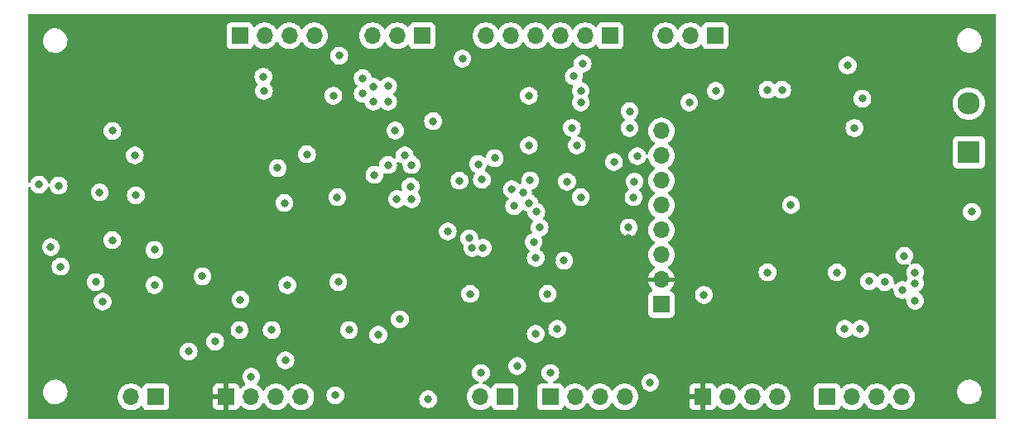
<source format=gbr>
%TF.GenerationSoftware,KiCad,Pcbnew,7.0.2-0*%
%TF.CreationDate,2024-03-04T00:44:33-08:00*%
%TF.ProjectId,EE156_4_Layer,45453135-365f-4345-9f4c-617965722e6b,rev?*%
%TF.SameCoordinates,Original*%
%TF.FileFunction,Copper,L2,Inr*%
%TF.FilePolarity,Positive*%
%FSLAX46Y46*%
G04 Gerber Fmt 4.6, Leading zero omitted, Abs format (unit mm)*
G04 Created by KiCad (PCBNEW 7.0.2-0) date 2024-03-04 00:44:33*
%MOMM*%
%LPD*%
G01*
G04 APERTURE LIST*
%TA.AperFunction,ComponentPad*%
%ADD10R,1.700000X1.700000*%
%TD*%
%TA.AperFunction,ComponentPad*%
%ADD11O,1.700000X1.700000*%
%TD*%
%TA.AperFunction,ComponentPad*%
%ADD12C,2.300000*%
%TD*%
%TA.AperFunction,ComponentPad*%
%ADD13R,2.300000X2.300000*%
%TD*%
%TA.AperFunction,ViaPad*%
%ADD14C,0.800000*%
%TD*%
G04 APERTURE END LIST*
D10*
%TO.N,GND*%
%TO.C,J16*%
X219750000Y-116790000D03*
D11*
%TO.N,3.3V*%
X219750000Y-114250000D03*
%TO.N,unconnected-(J16-Pin_3-Pad3)*%
X219750000Y-111710000D03*
%TO.N,D5*%
X219750000Y-109170000D03*
%TO.N,D9*%
X219750000Y-106630000D03*
%TO.N,D6*%
X219750000Y-104090000D03*
%TO.N,SCK*%
X219750000Y-101550000D03*
%TO.N,MOSI*%
X219750000Y-99010000D03*
%TD*%
%TO.N,BME_CSB*%
%TO.C,J15*%
X184250000Y-89250000D03*
%TO.N,BME_SDI*%
X181710000Y-89250000D03*
%TO.N,BME_SCK*%
X179170000Y-89250000D03*
D10*
%TO.N,BME_SDO*%
X176630000Y-89250000D03*
%TD*%
D12*
%TO.N,V_BATT*%
%TO.C,J13*%
X251200000Y-96200000D03*
D13*
%TO.N,GND*%
X251200000Y-101200000D03*
%TD*%
D11*
%TO.N,ID*%
%TO.C,J12*%
X244330000Y-126250000D03*
%TO.N,D-*%
X241790000Y-126250000D03*
%TO.N,D+*%
X239250000Y-126250000D03*
D10*
%TO.N,V_USB*%
X236710000Y-126250000D03*
%TD*%
D11*
%TO.N,GND*%
%TO.C,J11*%
X231580000Y-126250000D03*
%TO.N,V_USB*%
X229040000Y-126250000D03*
%TO.N,V_BATT*%
X226500000Y-126250000D03*
D10*
%TO.N,3.3V*%
X223960000Y-126250000D03*
%TD*%
D11*
%TO.N,GND*%
%TO.C,J8*%
X182870000Y-126250000D03*
%TO.N,SWCLK*%
X180330000Y-126250000D03*
%TO.N,SWDIO*%
X177790000Y-126250000D03*
D10*
%TO.N,3.3V*%
X175250000Y-126250000D03*
%TD*%
D11*
%TO.N,D13*%
%TO.C,J7*%
X201800000Y-89250000D03*
%TO.N,D12*%
X204340000Y-89250000D03*
%TO.N,D11*%
X206880000Y-89250000D03*
%TO.N,D10*%
X209420000Y-89250000D03*
%TO.N,D8_Pix*%
X211960000Y-89250000D03*
D10*
%TO.N,D4*%
X214500000Y-89250000D03*
%TD*%
D11*
%TO.N,V_DIV*%
%TO.C,J6*%
X201210000Y-126250000D03*
D10*
%TO.N,AREF*%
X203750000Y-126250000D03*
%TD*%
D11*
%TO.N,A5*%
%TO.C,J5*%
X216000000Y-126250000D03*
%TO.N,A4*%
X213460000Y-126250000D03*
%TO.N,A1*%
X210920000Y-126250000D03*
D10*
%TO.N,A0*%
X208380000Y-126250000D03*
%TD*%
%TO.N,RX_D0*%
%TO.C,J3*%
X225250000Y-89250000D03*
D11*
%TO.N,TX_D1*%
X222710000Y-89250000D03*
%TO.N,GND*%
X220170000Y-89250000D03*
%TD*%
%TO.N,SCK*%
%TO.C,J2*%
X190195000Y-89250000D03*
%TO.N,MISO*%
X192735000Y-89250000D03*
D10*
%TO.N,MOSI*%
X195275000Y-89250000D03*
%TD*%
D11*
%TO.N,SCL*%
%TO.C,J1*%
X165500000Y-126250000D03*
D10*
%TO.N,SDA*%
X168040000Y-126250000D03*
%TD*%
D14*
%TO.N,SDA*%
X171400000Y-121600000D03*
X176700000Y-116300000D03*
%TO.N,GND*%
X237700000Y-113500000D03*
%TO.N,V_BATT*%
X230600000Y-94800000D03*
X232100000Y-94800000D03*
%TO.N,GND*%
X239500000Y-98700000D03*
X240300000Y-95700000D03*
X238800000Y-92300000D03*
%TO.N,3.3V*%
X211600000Y-97800000D03*
X204700000Y-108100000D03*
%TO.N,GND*%
X204700000Y-106700000D03*
%TO.N,D8_Pix*%
X206200000Y-100500000D03*
X205600000Y-105300000D03*
X206200000Y-95400000D03*
X210800000Y-93400000D03*
%TO.N,MOSI*%
X174100000Y-120600000D03*
X193500000Y-101500000D03*
%TO.N,SCK*%
X187800000Y-119400000D03*
X176600000Y-119400000D03*
X179900000Y-119400000D03*
%TO.N,SD_MISO*%
X172800000Y-113900000D03*
%TO.N,Net-(J14-SCLK)*%
X167900000Y-114800000D03*
X161900000Y-114500000D03*
%TO.N,3.3V*%
X158600000Y-102900000D03*
%TO.N,Net-(J14-DATA_IN)*%
X162600000Y-116500000D03*
X158300000Y-112900000D03*
%TO.N,Net-(J14-SHLD)*%
X156100000Y-104500000D03*
%TO.N,3.3V*%
X162275000Y-97000000D03*
%TO.N,GND*%
X163600000Y-99000000D03*
X158100000Y-104600000D03*
%TO.N,Net-(J14-SHLD)*%
X157300000Y-110900000D03*
%TO.N,D13*%
X166000000Y-105600000D03*
%TO.N,Net-(JP7-B)*%
X167900000Y-111200000D03*
X163600000Y-110200000D03*
%TO.N,D13*%
X165900000Y-101500000D03*
%TO.N,GND*%
X162300000Y-105300000D03*
%TO.N,3.3V*%
X164000000Y-114000000D03*
X187900000Y-125900000D03*
%TO.N,SCL*%
X197900000Y-109300000D03*
X207300000Y-108900000D03*
X186700000Y-114500000D03*
%TO.N,GND*%
X181500000Y-114800000D03*
%TO.N,3.3V*%
X181500000Y-110100000D03*
X185100000Y-117400000D03*
%TO.N,MISO*%
X194200000Y-102500000D03*
X191800000Y-102500000D03*
%TO.N,BME_SDI*%
X192700000Y-106000000D03*
X192525000Y-98975000D03*
%TO.N,BME_CSB*%
X189200000Y-93600000D03*
X186800000Y-91300000D03*
%TO.N,MISO*%
X191800000Y-96000000D03*
X191800000Y-94400000D03*
%TO.N,D12*%
X189200000Y-95200000D03*
%TO.N,SCK*%
X190300000Y-94500000D03*
X190300000Y-96000000D03*
%TO.N,BME_SCK*%
X179038032Y-93450500D03*
X186600000Y-105800000D03*
%TO.N,BME_MISO*%
X179100000Y-94900000D03*
%TO.N,SCK*%
X190400000Y-103500000D03*
%TO.N,MISO*%
X201000000Y-102400000D03*
%TO.N,BME_MISO*%
X181200000Y-106400000D03*
%TO.N,GND*%
X180500000Y-102800000D03*
X183500000Y-101400000D03*
%TO.N,3.3V*%
X184800000Y-98000000D03*
%TO.N,D12*%
X186200000Y-95400000D03*
%TO.N,MOSI*%
X201400000Y-104000000D03*
X199100000Y-104100000D03*
%TO.N,SCK*%
X206224001Y-106397117D03*
X194100000Y-104700000D03*
%TO.N,3.3V*%
X197600000Y-91500000D03*
%TO.N,GND*%
X199400000Y-91600000D03*
X196400000Y-98000000D03*
X194200000Y-106000000D03*
%TO.N,RX_D0*%
X225300000Y-94900000D03*
X211500000Y-94900000D03*
%TO.N,TX_D1*%
X211500000Y-96100000D03*
X222600000Y-96100000D03*
%TO.N,GND*%
X195900000Y-126500000D03*
X186400000Y-126100000D03*
%TO.N,SWDIO*%
X177800000Y-124200000D03*
X181300000Y-122500000D03*
%TO.N,SWCLK*%
X190800000Y-119900000D03*
X200100000Y-110000000D03*
%TO.N,SWDIO*%
X200400000Y-111000000D03*
X193000000Y-118300000D03*
%TO.N,V_DIV*%
X201500000Y-111000000D03*
X201300000Y-123800000D03*
X218600000Y-124800000D03*
%TO.N,GND*%
X205000000Y-123100000D03*
%TO.N,A1*%
X209800000Y-112300000D03*
X209100000Y-119300000D03*
%TO.N,3.3V*%
X208600000Y-112300000D03*
%TO.N,GND*%
X200200000Y-115700000D03*
X208100000Y-115700000D03*
%TO.N,AREF*%
X206900000Y-119800000D03*
X206900000Y-112000000D03*
%TO.N,A0*%
X206673502Y-110400000D03*
X208400000Y-123800000D03*
%TO.N,3.3V*%
X221300000Y-126200000D03*
X233600000Y-115100000D03*
%TO.N,GND*%
X230600000Y-113500000D03*
X233000000Y-106600000D03*
%TO.N,3.3V*%
X239800000Y-108600000D03*
%TO.N,V_USB*%
X245700000Y-116400000D03*
%TO.N,Net-(JP2-A)*%
X251500000Y-107300000D03*
%TO.N,GND*%
X244600000Y-111800000D03*
%TO.N,ID*%
X244400000Y-115300000D03*
%TO.N,D+*%
X245700000Y-114600000D03*
X242600000Y-114500000D03*
X241000000Y-114400000D03*
%TO.N,D-*%
X245700000Y-113500000D03*
X206948501Y-107300000D03*
X238500000Y-119300000D03*
X240100000Y-119300000D03*
%TO.N,3.3V*%
X212500000Y-115900000D03*
%TO.N,GND*%
X224100000Y-115800000D03*
%TO.N,3.3V*%
X224100000Y-114300000D03*
%TO.N,D5*%
X211500000Y-105800000D03*
X216900000Y-105800000D03*
%TO.N,D9*%
X210100000Y-104200000D03*
X217000000Y-104200000D03*
%TO.N,MOSI*%
X204451789Y-104983930D03*
X216500000Y-97000000D03*
%TO.N,D6*%
X210600000Y-98700000D03*
X216500000Y-98700000D03*
%TO.N,SCK*%
X217300000Y-101600000D03*
X211100000Y-100500000D03*
%TO.N,GND*%
X211700000Y-92100000D03*
X216400000Y-108900000D03*
%TO.N,3.3V*%
X216400000Y-110000000D03*
%TO.N,D+*%
X206323719Y-104080062D03*
%TO.N,GND*%
X202700000Y-101800000D03*
%TO.N,3.3V*%
X202700000Y-103100000D03*
%TO.N,GND*%
X214900000Y-102200000D03*
%TD*%
%TA.AperFunction,Conductor*%
%TO.N,3.3V*%
G36*
X253942539Y-87020185D02*
G01*
X253988294Y-87072989D01*
X253999500Y-87124500D01*
X253999500Y-128375500D01*
X253979815Y-128442539D01*
X253927011Y-128488294D01*
X253875500Y-128499500D01*
X155124500Y-128499500D01*
X155057461Y-128479815D01*
X155011706Y-128427011D01*
X155000500Y-128375500D01*
X155000500Y-125806472D01*
X156492499Y-125806472D01*
X156522793Y-126030103D01*
X156558169Y-126138980D01*
X156592529Y-126244727D01*
X156699467Y-126443451D01*
X156772335Y-126534824D01*
X156808997Y-126580798D01*
X156840170Y-126619887D01*
X157010115Y-126768364D01*
X157057775Y-126796839D01*
X157203840Y-126884110D01*
X157415123Y-126963406D01*
X157637164Y-127003700D01*
X157637165Y-127003700D01*
X157803522Y-127003700D01*
X157806299Y-127003700D01*
X157974762Y-126988538D01*
X158192299Y-126928502D01*
X158395621Y-126830587D01*
X158395621Y-126830586D01*
X158395623Y-126830586D01*
X158466809Y-126778866D01*
X158578192Y-126697942D01*
X158734144Y-126534828D01*
X158858465Y-126346490D01*
X158899707Y-126249999D01*
X164136843Y-126249999D01*
X164155435Y-126474363D01*
X164155435Y-126474366D01*
X164155436Y-126474368D01*
X164210023Y-126689928D01*
X164210705Y-126692618D01*
X164301138Y-126898788D01*
X164301140Y-126898791D01*
X164424278Y-127087268D01*
X164576760Y-127252906D01*
X164754424Y-127391189D01*
X164952426Y-127498342D01*
X165165365Y-127571444D01*
X165387431Y-127608500D01*
X165612569Y-127608500D01*
X165834635Y-127571444D01*
X166047574Y-127498342D01*
X166245576Y-127391189D01*
X166423240Y-127252906D01*
X166486452Y-127184239D01*
X166546337Y-127148251D01*
X166616175Y-127150351D01*
X166673791Y-127189875D01*
X166693861Y-127224889D01*
X166739110Y-127346204D01*
X166826738Y-127463261D01*
X166943796Y-127550889D01*
X167080794Y-127601988D01*
X167080797Y-127601988D01*
X167080799Y-127601989D01*
X167141362Y-127608500D01*
X167144672Y-127608500D01*
X168935328Y-127608500D01*
X168938638Y-127608500D01*
X168999201Y-127601989D01*
X168999203Y-127601988D01*
X168999205Y-127601988D01*
X169081097Y-127571443D01*
X169136204Y-127550889D01*
X169253261Y-127463261D01*
X169340889Y-127346204D01*
X169375689Y-127252903D01*
X169391988Y-127209205D01*
X169391988Y-127209203D01*
X169391989Y-127209201D01*
X169398500Y-127148638D01*
X169398500Y-127144518D01*
X173900000Y-127144518D01*
X173900354Y-127151132D01*
X173906400Y-127207371D01*
X173956647Y-127342089D01*
X174042811Y-127457188D01*
X174157910Y-127543352D01*
X174292628Y-127593599D01*
X174348867Y-127599645D01*
X174355482Y-127600000D01*
X175000000Y-127600000D01*
X175000000Y-126685501D01*
X175107685Y-126734680D01*
X175214237Y-126750000D01*
X175285763Y-126750000D01*
X175392315Y-126734680D01*
X175500000Y-126685501D01*
X175500000Y-127600000D01*
X176144518Y-127600000D01*
X176151132Y-127599645D01*
X176207371Y-127593599D01*
X176342089Y-127543352D01*
X176457188Y-127457188D01*
X176543352Y-127342088D01*
X176589680Y-127217878D01*
X176631551Y-127161944D01*
X176697015Y-127137527D01*
X176765288Y-127152378D01*
X176797091Y-127177227D01*
X176834514Y-127217878D01*
X176866760Y-127252906D01*
X177044424Y-127391189D01*
X177242426Y-127498342D01*
X177455365Y-127571444D01*
X177677431Y-127608500D01*
X177902569Y-127608500D01*
X178124635Y-127571444D01*
X178337574Y-127498342D01*
X178535576Y-127391189D01*
X178713240Y-127252906D01*
X178865722Y-127087268D01*
X178956191Y-126948793D01*
X179009336Y-126903438D01*
X179078567Y-126894014D01*
X179141903Y-126923515D01*
X179163807Y-126948794D01*
X179254275Y-127087265D01*
X179254277Y-127087267D01*
X179254278Y-127087268D01*
X179406760Y-127252906D01*
X179584424Y-127391189D01*
X179782426Y-127498342D01*
X179995365Y-127571444D01*
X180217431Y-127608500D01*
X180442569Y-127608500D01*
X180664635Y-127571444D01*
X180877574Y-127498342D01*
X181075576Y-127391189D01*
X181253240Y-127252906D01*
X181405722Y-127087268D01*
X181496190Y-126948795D01*
X181549337Y-126903438D01*
X181618569Y-126894014D01*
X181681905Y-126923516D01*
X181703809Y-126948795D01*
X181761399Y-127036944D01*
X181794278Y-127087268D01*
X181946760Y-127252906D01*
X182124424Y-127391189D01*
X182322426Y-127498342D01*
X182535365Y-127571444D01*
X182757431Y-127608500D01*
X182982569Y-127608500D01*
X183204635Y-127571444D01*
X183417574Y-127498342D01*
X183615576Y-127391189D01*
X183793240Y-127252906D01*
X183945722Y-127087268D01*
X184068860Y-126898791D01*
X184159296Y-126692616D01*
X184214564Y-126474368D01*
X184233156Y-126250000D01*
X184220726Y-126100000D01*
X185486496Y-126100000D01*
X185489486Y-126128444D01*
X185506458Y-126289929D01*
X185565472Y-126471556D01*
X185660957Y-126636941D01*
X185660960Y-126636944D01*
X185788747Y-126778866D01*
X185859935Y-126830587D01*
X185943248Y-126891118D01*
X186117714Y-126968795D01*
X186304511Y-127008500D01*
X186304513Y-127008500D01*
X186495489Y-127008500D01*
X186682285Y-126968795D01*
X186682286Y-126968794D01*
X186682288Y-126968794D01*
X186856752Y-126891118D01*
X187011253Y-126778866D01*
X187139040Y-126636944D01*
X187218105Y-126499999D01*
X194986496Y-126499999D01*
X195006458Y-126689929D01*
X195065472Y-126871556D01*
X195160957Y-127036941D01*
X195160960Y-127036944D01*
X195288747Y-127178866D01*
X195390650Y-127252903D01*
X195443248Y-127291118D01*
X195617714Y-127368795D01*
X195804511Y-127408500D01*
X195804513Y-127408500D01*
X195995489Y-127408500D01*
X196182285Y-127368795D01*
X196182286Y-127368794D01*
X196182288Y-127368794D01*
X196356752Y-127291118D01*
X196511253Y-127178866D01*
X196639040Y-127036944D01*
X196658234Y-127003700D01*
X196734527Y-126871556D01*
X196790937Y-126697944D01*
X196793542Y-126689928D01*
X196813504Y-126500000D01*
X196793542Y-126310072D01*
X196774023Y-126250000D01*
X199846843Y-126250000D01*
X199865435Y-126474363D01*
X199865435Y-126474366D01*
X199865436Y-126474368D01*
X199920023Y-126689928D01*
X199920705Y-126692618D01*
X200011138Y-126898788D01*
X200011140Y-126898791D01*
X200134278Y-127087268D01*
X200286760Y-127252906D01*
X200464424Y-127391189D01*
X200662426Y-127498342D01*
X200875365Y-127571444D01*
X201097431Y-127608500D01*
X201322569Y-127608500D01*
X201544635Y-127571444D01*
X201757574Y-127498342D01*
X201955576Y-127391189D01*
X202133240Y-127252906D01*
X202196452Y-127184239D01*
X202256337Y-127148251D01*
X202326175Y-127150351D01*
X202383791Y-127189875D01*
X202403861Y-127224889D01*
X202449110Y-127346204D01*
X202536738Y-127463261D01*
X202653796Y-127550889D01*
X202790794Y-127601988D01*
X202790797Y-127601988D01*
X202790799Y-127601989D01*
X202851362Y-127608500D01*
X202854672Y-127608500D01*
X204645328Y-127608500D01*
X204648638Y-127608500D01*
X204709201Y-127601989D01*
X204709203Y-127601988D01*
X204709205Y-127601988D01*
X204791097Y-127571443D01*
X204846204Y-127550889D01*
X204963261Y-127463261D01*
X205050889Y-127346204D01*
X205085689Y-127252903D01*
X205101988Y-127209205D01*
X205101988Y-127209203D01*
X205101989Y-127209201D01*
X205108500Y-127148638D01*
X207021500Y-127148638D01*
X207021852Y-127151918D01*
X207021853Y-127151924D01*
X207028011Y-127209205D01*
X207079110Y-127346203D01*
X207166738Y-127463261D01*
X207283796Y-127550889D01*
X207420794Y-127601988D01*
X207420797Y-127601988D01*
X207420799Y-127601989D01*
X207481362Y-127608500D01*
X207484672Y-127608500D01*
X209275328Y-127608500D01*
X209278638Y-127608500D01*
X209339201Y-127601989D01*
X209339203Y-127601988D01*
X209339205Y-127601988D01*
X209421097Y-127571443D01*
X209476204Y-127550889D01*
X209593261Y-127463261D01*
X209680889Y-127346204D01*
X209726137Y-127224889D01*
X209768009Y-127168956D01*
X209833474Y-127144540D01*
X209901747Y-127159392D01*
X209933548Y-127184241D01*
X209964514Y-127217878D01*
X209996760Y-127252906D01*
X210174424Y-127391189D01*
X210372426Y-127498342D01*
X210585365Y-127571444D01*
X210807431Y-127608500D01*
X211032569Y-127608500D01*
X211254635Y-127571444D01*
X211467574Y-127498342D01*
X211665576Y-127391189D01*
X211843240Y-127252906D01*
X211995722Y-127087268D01*
X212086191Y-126948793D01*
X212139336Y-126903438D01*
X212208567Y-126894014D01*
X212271903Y-126923515D01*
X212293807Y-126948794D01*
X212384275Y-127087265D01*
X212384277Y-127087267D01*
X212384278Y-127087268D01*
X212536760Y-127252906D01*
X212714424Y-127391189D01*
X212912426Y-127498342D01*
X213125365Y-127571444D01*
X213347431Y-127608500D01*
X213572569Y-127608500D01*
X213794635Y-127571444D01*
X214007574Y-127498342D01*
X214205576Y-127391189D01*
X214383240Y-127252906D01*
X214535722Y-127087268D01*
X214626190Y-126948795D01*
X214679337Y-126903438D01*
X214748569Y-126894014D01*
X214811905Y-126923516D01*
X214833809Y-126948795D01*
X214891399Y-127036944D01*
X214924278Y-127087268D01*
X215076760Y-127252906D01*
X215254424Y-127391189D01*
X215452426Y-127498342D01*
X215665365Y-127571444D01*
X215887431Y-127608500D01*
X216112569Y-127608500D01*
X216334635Y-127571444D01*
X216547574Y-127498342D01*
X216745576Y-127391189D01*
X216923240Y-127252906D01*
X217023019Y-127144518D01*
X222610000Y-127144518D01*
X222610354Y-127151132D01*
X222616400Y-127207371D01*
X222666647Y-127342089D01*
X222752811Y-127457188D01*
X222867910Y-127543352D01*
X223002628Y-127593599D01*
X223058867Y-127599645D01*
X223065482Y-127600000D01*
X223710000Y-127600000D01*
X223710000Y-126685501D01*
X223817685Y-126734680D01*
X223924237Y-126750000D01*
X223995763Y-126750000D01*
X224102315Y-126734680D01*
X224210000Y-126685501D01*
X224210000Y-127600000D01*
X224854518Y-127600000D01*
X224861132Y-127599645D01*
X224917371Y-127593599D01*
X225052089Y-127543352D01*
X225167188Y-127457188D01*
X225253352Y-127342088D01*
X225299680Y-127217878D01*
X225341551Y-127161944D01*
X225407015Y-127137527D01*
X225475288Y-127152378D01*
X225507091Y-127177227D01*
X225544514Y-127217878D01*
X225576760Y-127252906D01*
X225754424Y-127391189D01*
X225952426Y-127498342D01*
X226165365Y-127571444D01*
X226387431Y-127608500D01*
X226612569Y-127608500D01*
X226834635Y-127571444D01*
X227047574Y-127498342D01*
X227245576Y-127391189D01*
X227423240Y-127252906D01*
X227575722Y-127087268D01*
X227666191Y-126948793D01*
X227719336Y-126903438D01*
X227788567Y-126894014D01*
X227851903Y-126923515D01*
X227873807Y-126948794D01*
X227964275Y-127087265D01*
X227964277Y-127087267D01*
X227964278Y-127087268D01*
X228116760Y-127252906D01*
X228294424Y-127391189D01*
X228492426Y-127498342D01*
X228705365Y-127571444D01*
X228927431Y-127608500D01*
X229152569Y-127608500D01*
X229374635Y-127571444D01*
X229587574Y-127498342D01*
X229785576Y-127391189D01*
X229963240Y-127252906D01*
X230115722Y-127087268D01*
X230206190Y-126948795D01*
X230259337Y-126903438D01*
X230328569Y-126894014D01*
X230391905Y-126923516D01*
X230413809Y-126948795D01*
X230471399Y-127036944D01*
X230504278Y-127087268D01*
X230656760Y-127252906D01*
X230834424Y-127391189D01*
X231032426Y-127498342D01*
X231245365Y-127571444D01*
X231467431Y-127608500D01*
X231692569Y-127608500D01*
X231914635Y-127571444D01*
X232127574Y-127498342D01*
X232325576Y-127391189D01*
X232503240Y-127252906D01*
X232599226Y-127148638D01*
X235351500Y-127148638D01*
X235351852Y-127151918D01*
X235351853Y-127151924D01*
X235358011Y-127209205D01*
X235409110Y-127346203D01*
X235496738Y-127463261D01*
X235613796Y-127550889D01*
X235750794Y-127601988D01*
X235750797Y-127601988D01*
X235750799Y-127601989D01*
X235811362Y-127608500D01*
X235814672Y-127608500D01*
X237605328Y-127608500D01*
X237608638Y-127608500D01*
X237669201Y-127601989D01*
X237669203Y-127601988D01*
X237669205Y-127601988D01*
X237751097Y-127571443D01*
X237806204Y-127550889D01*
X237923261Y-127463261D01*
X238010889Y-127346204D01*
X238056137Y-127224889D01*
X238098009Y-127168956D01*
X238163474Y-127144540D01*
X238231747Y-127159392D01*
X238263548Y-127184241D01*
X238294514Y-127217878D01*
X238326760Y-127252906D01*
X238504424Y-127391189D01*
X238702426Y-127498342D01*
X238915365Y-127571444D01*
X239137431Y-127608500D01*
X239362569Y-127608500D01*
X239584635Y-127571444D01*
X239797574Y-127498342D01*
X239995576Y-127391189D01*
X240173240Y-127252906D01*
X240325722Y-127087268D01*
X240416190Y-126948795D01*
X240469337Y-126903438D01*
X240538569Y-126894014D01*
X240601905Y-126923516D01*
X240623809Y-126948795D01*
X240681399Y-127036944D01*
X240714278Y-127087268D01*
X240866760Y-127252906D01*
X241044424Y-127391189D01*
X241242426Y-127498342D01*
X241455365Y-127571444D01*
X241677431Y-127608500D01*
X241902569Y-127608500D01*
X242124635Y-127571444D01*
X242337574Y-127498342D01*
X242535576Y-127391189D01*
X242713240Y-127252906D01*
X242865722Y-127087268D01*
X242956191Y-126948793D01*
X243009336Y-126903438D01*
X243078567Y-126894014D01*
X243141903Y-126923515D01*
X243163807Y-126948794D01*
X243254275Y-127087265D01*
X243254277Y-127087267D01*
X243254278Y-127087268D01*
X243406760Y-127252906D01*
X243584424Y-127391189D01*
X243782426Y-127498342D01*
X243995365Y-127571444D01*
X244217431Y-127608500D01*
X244442569Y-127608500D01*
X244664635Y-127571444D01*
X244877574Y-127498342D01*
X245075576Y-127391189D01*
X245253240Y-127252906D01*
X245405722Y-127087268D01*
X245528860Y-126898791D01*
X245619296Y-126692616D01*
X245674564Y-126474368D01*
X245693156Y-126250000D01*
X245674564Y-126025632D01*
X245619296Y-125807384D01*
X245618896Y-125806472D01*
X249992499Y-125806472D01*
X250022793Y-126030103D01*
X250058169Y-126138980D01*
X250092529Y-126244727D01*
X250199467Y-126443451D01*
X250272335Y-126534824D01*
X250308997Y-126580798D01*
X250340170Y-126619887D01*
X250510115Y-126768364D01*
X250557775Y-126796839D01*
X250703840Y-126884110D01*
X250915123Y-126963406D01*
X251137164Y-127003700D01*
X251137165Y-127003700D01*
X251303522Y-127003700D01*
X251306299Y-127003700D01*
X251474762Y-126988538D01*
X251692299Y-126928502D01*
X251895621Y-126830587D01*
X251895621Y-126830586D01*
X251895623Y-126830586D01*
X251966809Y-126778866D01*
X252078192Y-126697942D01*
X252234144Y-126534828D01*
X252358465Y-126346490D01*
X252447159Y-126138980D01*
X252497375Y-125918968D01*
X252507500Y-125693526D01*
X252477207Y-125469898D01*
X252407471Y-125255273D01*
X252300533Y-125056549D01*
X252168911Y-124891500D01*
X252159831Y-124880114D01*
X252159830Y-124880113D01*
X251989885Y-124731636D01*
X251989882Y-124731634D01*
X251796159Y-124615889D01*
X251584876Y-124536593D01*
X251362836Y-124496300D01*
X251362835Y-124496300D01*
X251193701Y-124496300D01*
X251190951Y-124496547D01*
X251190939Y-124496548D01*
X251111776Y-124503673D01*
X251025238Y-124511462D01*
X251025234Y-124511462D01*
X251025234Y-124511463D01*
X250807703Y-124571497D01*
X250604376Y-124669413D01*
X250421811Y-124802055D01*
X250421808Y-124802057D01*
X250421808Y-124802058D01*
X250389929Y-124835401D01*
X250265853Y-124965175D01*
X250141534Y-125153511D01*
X250052840Y-125361018D01*
X250002625Y-125581031D01*
X249992499Y-125806472D01*
X245618896Y-125806472D01*
X245528860Y-125601209D01*
X245405722Y-125412732D01*
X245253240Y-125247094D01*
X245075576Y-125108811D01*
X244877574Y-125001658D01*
X244877573Y-125001657D01*
X244877572Y-125001657D01*
X244664636Y-124928556D01*
X244442569Y-124891500D01*
X244217431Y-124891500D01*
X243995363Y-124928556D01*
X243782427Y-125001657D01*
X243584424Y-125108811D01*
X243406760Y-125247094D01*
X243254279Y-125412730D01*
X243163809Y-125551205D01*
X243110662Y-125596561D01*
X243041431Y-125605985D01*
X242978095Y-125576483D01*
X242956191Y-125551205D01*
X242871211Y-125421134D01*
X242865722Y-125412732D01*
X242713240Y-125247094D01*
X242535576Y-125108811D01*
X242337574Y-125001658D01*
X242337573Y-125001657D01*
X242337572Y-125001657D01*
X242124636Y-124928556D01*
X241902569Y-124891500D01*
X241677431Y-124891500D01*
X241455363Y-124928556D01*
X241242427Y-125001657D01*
X241044424Y-125108811D01*
X240866760Y-125247094D01*
X240714279Y-125412730D01*
X240623809Y-125551205D01*
X240570662Y-125596561D01*
X240501431Y-125605985D01*
X240438095Y-125576483D01*
X240416191Y-125551205D01*
X240331211Y-125421134D01*
X240325722Y-125412732D01*
X240173240Y-125247094D01*
X239995576Y-125108811D01*
X239797574Y-125001658D01*
X239797573Y-125001657D01*
X239797572Y-125001657D01*
X239584636Y-124928556D01*
X239362569Y-124891500D01*
X239137431Y-124891500D01*
X238915363Y-124928556D01*
X238702427Y-125001657D01*
X238504424Y-125108811D01*
X238326759Y-125247094D01*
X238263548Y-125315759D01*
X238203660Y-125351749D01*
X238133822Y-125349648D01*
X238076207Y-125310123D01*
X238056138Y-125275110D01*
X238017513Y-125171556D01*
X238010889Y-125153796D01*
X237933109Y-125049894D01*
X237923261Y-125036738D01*
X237806203Y-124949110D01*
X237669205Y-124898011D01*
X237611924Y-124891853D01*
X237611918Y-124891852D01*
X237608638Y-124891500D01*
X235811362Y-124891500D01*
X235808082Y-124891852D01*
X235808075Y-124891853D01*
X235750794Y-124898011D01*
X235613796Y-124949110D01*
X235496738Y-125036738D01*
X235409110Y-125153796D01*
X235358011Y-125290794D01*
X235353684Y-125331043D01*
X235351500Y-125351362D01*
X235351500Y-127148638D01*
X232599226Y-127148638D01*
X232655722Y-127087268D01*
X232778860Y-126898791D01*
X232869296Y-126692616D01*
X232924564Y-126474368D01*
X232943156Y-126250000D01*
X232924564Y-126025632D01*
X232869296Y-125807384D01*
X232778860Y-125601209D01*
X232655722Y-125412732D01*
X232503240Y-125247094D01*
X232325576Y-125108811D01*
X232127574Y-125001658D01*
X232127573Y-125001657D01*
X232127572Y-125001657D01*
X231914636Y-124928556D01*
X231692569Y-124891500D01*
X231467431Y-124891500D01*
X231245363Y-124928556D01*
X231032427Y-125001657D01*
X230834424Y-125108811D01*
X230656760Y-125247094D01*
X230504279Y-125412730D01*
X230413809Y-125551205D01*
X230360662Y-125596561D01*
X230291431Y-125605985D01*
X230228095Y-125576483D01*
X230206191Y-125551205D01*
X230121211Y-125421134D01*
X230115722Y-125412732D01*
X229963240Y-125247094D01*
X229785576Y-125108811D01*
X229587574Y-125001658D01*
X229587573Y-125001657D01*
X229587572Y-125001657D01*
X229374636Y-124928556D01*
X229152569Y-124891500D01*
X228927431Y-124891500D01*
X228705363Y-124928556D01*
X228492427Y-125001657D01*
X228294424Y-125108811D01*
X228116760Y-125247094D01*
X227964277Y-125412732D01*
X227873809Y-125551205D01*
X227820663Y-125596562D01*
X227751431Y-125605986D01*
X227688095Y-125576484D01*
X227666191Y-125551205D01*
X227575722Y-125412732D01*
X227528115Y-125361018D01*
X227423240Y-125247094D01*
X227245576Y-125108811D01*
X227047574Y-125001658D01*
X227047573Y-125001657D01*
X227047572Y-125001657D01*
X226834636Y-124928556D01*
X226612569Y-124891500D01*
X226387431Y-124891500D01*
X226165363Y-124928556D01*
X225952427Y-125001657D01*
X225754424Y-125108811D01*
X225576759Y-125247094D01*
X225507090Y-125322773D01*
X225447203Y-125358762D01*
X225377364Y-125356661D01*
X225319749Y-125317135D01*
X225299680Y-125282121D01*
X225253352Y-125157911D01*
X225167188Y-125042811D01*
X225052089Y-124956647D01*
X224917371Y-124906400D01*
X224861132Y-124900354D01*
X224854518Y-124900000D01*
X224210000Y-124900000D01*
X224210000Y-125814498D01*
X224102315Y-125765320D01*
X223995763Y-125750000D01*
X223924237Y-125750000D01*
X223817685Y-125765320D01*
X223710000Y-125814498D01*
X223710000Y-124900000D01*
X223065482Y-124900000D01*
X223058867Y-124900354D01*
X223002628Y-124906400D01*
X222867910Y-124956647D01*
X222752811Y-125042811D01*
X222666647Y-125157910D01*
X222616400Y-125292628D01*
X222610354Y-125348867D01*
X222610000Y-125355481D01*
X222610000Y-126000000D01*
X223526314Y-126000000D01*
X223500507Y-126040156D01*
X223460000Y-126178111D01*
X223460000Y-126321889D01*
X223500507Y-126459844D01*
X223526314Y-126500000D01*
X222610000Y-126500000D01*
X222610000Y-127144518D01*
X217023019Y-127144518D01*
X217075722Y-127087268D01*
X217198860Y-126898791D01*
X217289296Y-126692616D01*
X217344564Y-126474368D01*
X217363156Y-126250000D01*
X217344564Y-126025632D01*
X217289296Y-125807384D01*
X217198860Y-125601209D01*
X217075722Y-125412732D01*
X216923240Y-125247094D01*
X216745576Y-125108811D01*
X216547574Y-125001658D01*
X216547573Y-125001657D01*
X216547572Y-125001657D01*
X216334636Y-124928556D01*
X216112569Y-124891500D01*
X215887431Y-124891500D01*
X215665363Y-124928556D01*
X215452427Y-125001657D01*
X215254424Y-125108811D01*
X215076760Y-125247094D01*
X214924279Y-125412730D01*
X214833809Y-125551205D01*
X214780662Y-125596561D01*
X214711431Y-125605985D01*
X214648095Y-125576483D01*
X214626191Y-125551205D01*
X214541211Y-125421134D01*
X214535722Y-125412732D01*
X214383240Y-125247094D01*
X214205576Y-125108811D01*
X214007574Y-125001658D01*
X214007573Y-125001657D01*
X214007572Y-125001657D01*
X213794636Y-124928556D01*
X213572569Y-124891500D01*
X213347431Y-124891500D01*
X213125363Y-124928556D01*
X212912427Y-125001657D01*
X212714424Y-125108811D01*
X212536760Y-125247094D01*
X212384279Y-125412730D01*
X212293809Y-125551205D01*
X212240662Y-125596561D01*
X212171431Y-125605985D01*
X212108095Y-125576483D01*
X212086191Y-125551205D01*
X212001211Y-125421134D01*
X211995722Y-125412732D01*
X211843240Y-125247094D01*
X211665576Y-125108811D01*
X211467574Y-125001658D01*
X211467573Y-125001657D01*
X211467572Y-125001657D01*
X211254636Y-124928556D01*
X211032569Y-124891500D01*
X210807431Y-124891500D01*
X210585363Y-124928556D01*
X210372427Y-125001657D01*
X210174424Y-125108811D01*
X209996759Y-125247094D01*
X209933548Y-125315759D01*
X209873660Y-125351749D01*
X209803822Y-125349648D01*
X209746207Y-125310123D01*
X209726138Y-125275110D01*
X209687513Y-125171556D01*
X209680889Y-125153796D01*
X209603109Y-125049894D01*
X209593261Y-125036738D01*
X209476203Y-124949110D01*
X209339205Y-124898011D01*
X209281924Y-124891853D01*
X209281918Y-124891852D01*
X209278638Y-124891500D01*
X208765457Y-124891500D01*
X208698418Y-124871815D01*
X208652663Y-124819011D01*
X208649929Y-124800000D01*
X217686496Y-124800000D01*
X217706458Y-124989929D01*
X217765472Y-125171556D01*
X217860957Y-125336941D01*
X217872399Y-125349648D01*
X217988747Y-125478866D01*
X218129366Y-125581032D01*
X218143248Y-125591118D01*
X218317714Y-125668795D01*
X218504511Y-125708500D01*
X218504513Y-125708500D01*
X218695489Y-125708500D01*
X218882285Y-125668795D01*
X218882286Y-125668794D01*
X218882288Y-125668794D01*
X219056752Y-125591118D01*
X219211253Y-125478866D01*
X219339040Y-125336944D01*
X219434527Y-125171556D01*
X219493542Y-124989928D01*
X219513504Y-124800000D01*
X219493542Y-124610072D01*
X219434527Y-124428444D01*
X219434527Y-124428443D01*
X219339042Y-124263058D01*
X219282264Y-124200000D01*
X219211253Y-124121134D01*
X219058390Y-124010072D01*
X219056751Y-124008881D01*
X218882285Y-123931204D01*
X218695489Y-123891500D01*
X218695487Y-123891500D01*
X218504513Y-123891500D01*
X218504511Y-123891500D01*
X218317714Y-123931204D01*
X218143248Y-124008881D01*
X217988748Y-124121133D01*
X217860957Y-124263058D01*
X217765472Y-124428443D01*
X217706458Y-124610070D01*
X217686496Y-124800000D01*
X208649929Y-124800000D01*
X208642719Y-124749853D01*
X208671744Y-124686297D01*
X208715022Y-124654220D01*
X208728027Y-124648429D01*
X208856752Y-124591118D01*
X209011253Y-124478866D01*
X209139040Y-124336944D01*
X209234527Y-124171556D01*
X209293542Y-123989928D01*
X209313504Y-123800000D01*
X209293542Y-123610072D01*
X209234527Y-123428444D01*
X209234527Y-123428443D01*
X209139042Y-123263058D01*
X209119442Y-123241291D01*
X209011253Y-123121134D01*
X208856752Y-123008882D01*
X208856751Y-123008881D01*
X208682285Y-122931204D01*
X208495489Y-122891500D01*
X208495487Y-122891500D01*
X208304513Y-122891500D01*
X208304511Y-122891500D01*
X208117714Y-122931204D01*
X207943248Y-123008881D01*
X207788748Y-123121133D01*
X207660957Y-123263058D01*
X207565472Y-123428443D01*
X207506458Y-123610070D01*
X207500889Y-123663056D01*
X207486496Y-123800000D01*
X207489486Y-123828444D01*
X207506458Y-123989929D01*
X207565472Y-124171556D01*
X207660957Y-124336941D01*
X207660960Y-124336944D01*
X207788747Y-124478866D01*
X207916323Y-124571556D01*
X207943248Y-124591118D01*
X208084978Y-124654220D01*
X208138215Y-124699470D01*
X208158537Y-124766319D01*
X208139492Y-124833543D01*
X208087126Y-124879799D01*
X208034543Y-124891500D01*
X207481362Y-124891500D01*
X207478082Y-124891852D01*
X207478075Y-124891853D01*
X207420794Y-124898011D01*
X207283796Y-124949110D01*
X207166738Y-125036738D01*
X207079110Y-125153796D01*
X207028011Y-125290794D01*
X207023684Y-125331043D01*
X207021500Y-125351362D01*
X207021500Y-127148638D01*
X205108500Y-127148638D01*
X205108500Y-125351362D01*
X205101989Y-125290799D01*
X205101988Y-125290797D01*
X205101988Y-125290794D01*
X205050889Y-125153796D01*
X204963261Y-125036738D01*
X204846203Y-124949110D01*
X204709205Y-124898011D01*
X204651924Y-124891853D01*
X204651918Y-124891852D01*
X204648638Y-124891500D01*
X202851362Y-124891500D01*
X202848082Y-124891852D01*
X202848075Y-124891853D01*
X202790794Y-124898011D01*
X202653796Y-124949110D01*
X202536738Y-125036738D01*
X202449110Y-125153796D01*
X202403861Y-125275110D01*
X202361989Y-125331043D01*
X202296524Y-125355459D01*
X202228252Y-125340606D01*
X202196451Y-125315758D01*
X202133242Y-125247096D01*
X202133241Y-125247095D01*
X202133240Y-125247094D01*
X201955576Y-125108811D01*
X201757574Y-125001658D01*
X201757573Y-125001657D01*
X201757572Y-125001657D01*
X201544632Y-124928554D01*
X201526138Y-124925468D01*
X201463253Y-124895016D01*
X201426815Y-124835401D01*
X201428392Y-124765549D01*
X201467483Y-124707638D01*
X201520765Y-124681871D01*
X201582288Y-124668794D01*
X201756752Y-124591118D01*
X201911253Y-124478866D01*
X202039040Y-124336944D01*
X202134527Y-124171556D01*
X202193542Y-123989928D01*
X202213504Y-123800000D01*
X202193542Y-123610072D01*
X202134527Y-123428444D01*
X202134527Y-123428443D01*
X202039042Y-123263058D01*
X202019442Y-123241291D01*
X201911253Y-123121134D01*
X201882163Y-123099999D01*
X204086496Y-123099999D01*
X204106458Y-123289929D01*
X204165472Y-123471556D01*
X204260957Y-123636941D01*
X204260960Y-123636944D01*
X204388747Y-123778866D01*
X204543247Y-123891118D01*
X204543248Y-123891118D01*
X204717714Y-123968795D01*
X204904511Y-124008500D01*
X204904513Y-124008500D01*
X205095489Y-124008500D01*
X205282285Y-123968795D01*
X205282286Y-123968794D01*
X205282288Y-123968794D01*
X205456752Y-123891118D01*
X205611253Y-123778866D01*
X205739040Y-123636944D01*
X205834527Y-123471556D01*
X205893542Y-123289928D01*
X205913504Y-123100000D01*
X205893542Y-122910072D01*
X205834527Y-122728444D01*
X205834527Y-122728443D01*
X205739042Y-122563058D01*
X205719442Y-122541291D01*
X205611253Y-122421134D01*
X205458390Y-122310072D01*
X205456751Y-122308881D01*
X205282285Y-122231204D01*
X205095489Y-122191500D01*
X205095487Y-122191500D01*
X204904513Y-122191500D01*
X204904511Y-122191500D01*
X204717714Y-122231204D01*
X204543248Y-122308881D01*
X204388748Y-122421133D01*
X204260957Y-122563058D01*
X204165472Y-122728443D01*
X204106458Y-122910070D01*
X204086496Y-123099999D01*
X201882163Y-123099999D01*
X201756752Y-123008882D01*
X201756751Y-123008881D01*
X201582285Y-122931204D01*
X201395489Y-122891500D01*
X201395487Y-122891500D01*
X201204513Y-122891500D01*
X201204511Y-122891500D01*
X201017714Y-122931204D01*
X200843248Y-123008881D01*
X200688748Y-123121133D01*
X200560957Y-123263058D01*
X200465472Y-123428443D01*
X200406458Y-123610070D01*
X200400889Y-123663056D01*
X200386496Y-123800000D01*
X200389486Y-123828444D01*
X200406458Y-123989929D01*
X200465472Y-124171556D01*
X200560957Y-124336941D01*
X200560960Y-124336944D01*
X200688747Y-124478866D01*
X200816323Y-124571556D01*
X200843248Y-124591118D01*
X201026582Y-124672743D01*
X201079819Y-124717993D01*
X201100141Y-124784842D01*
X201081096Y-124852066D01*
X201028730Y-124898322D01*
X200996557Y-124908332D01*
X200875363Y-124928556D01*
X200662427Y-125001657D01*
X200464424Y-125108811D01*
X200286760Y-125247094D01*
X200134279Y-125412730D01*
X200011138Y-125601211D01*
X199921104Y-125806472D01*
X199920704Y-125807384D01*
X199881282Y-125963058D01*
X199865435Y-126025636D01*
X199846843Y-126250000D01*
X196774023Y-126250000D01*
X196737951Y-126138981D01*
X196734527Y-126128443D01*
X196639042Y-125963058D01*
X196591331Y-125910070D01*
X196511253Y-125821134D01*
X196383677Y-125728444D01*
X196356751Y-125708881D01*
X196182285Y-125631204D01*
X195995489Y-125591500D01*
X195995487Y-125591500D01*
X195804513Y-125591500D01*
X195804511Y-125591500D01*
X195617714Y-125631204D01*
X195443248Y-125708881D01*
X195288748Y-125821133D01*
X195160957Y-125963058D01*
X195065472Y-126128443D01*
X195006458Y-126310070D01*
X194986496Y-126499999D01*
X187218105Y-126499999D01*
X187234527Y-126471556D01*
X187293542Y-126289928D01*
X187313504Y-126100000D01*
X187293542Y-125910072D01*
X187234527Y-125728444D01*
X187234527Y-125728443D01*
X187139042Y-125563058D01*
X187119442Y-125541291D01*
X187011253Y-125421134D01*
X186875871Y-125322773D01*
X186856751Y-125308881D01*
X186682285Y-125231204D01*
X186495489Y-125191500D01*
X186495487Y-125191500D01*
X186304513Y-125191500D01*
X186304511Y-125191500D01*
X186117714Y-125231204D01*
X185943248Y-125308881D01*
X185788748Y-125421133D01*
X185660957Y-125563058D01*
X185565472Y-125728443D01*
X185506458Y-125910070D01*
X185506457Y-125910072D01*
X185506458Y-125910072D01*
X185486496Y-126100000D01*
X184220726Y-126100000D01*
X184214564Y-126025632D01*
X184159296Y-125807384D01*
X184068860Y-125601209D01*
X183945722Y-125412732D01*
X183793240Y-125247094D01*
X183615576Y-125108811D01*
X183417574Y-125001658D01*
X183417573Y-125001657D01*
X183417572Y-125001657D01*
X183204636Y-124928556D01*
X182982569Y-124891500D01*
X182757431Y-124891500D01*
X182535363Y-124928556D01*
X182322427Y-125001657D01*
X182124424Y-125108811D01*
X181946760Y-125247094D01*
X181794279Y-125412730D01*
X181703809Y-125551205D01*
X181650662Y-125596561D01*
X181581431Y-125605985D01*
X181518095Y-125576483D01*
X181496191Y-125551205D01*
X181411211Y-125421134D01*
X181405722Y-125412732D01*
X181253240Y-125247094D01*
X181075576Y-125108811D01*
X180877574Y-125001658D01*
X180877573Y-125001657D01*
X180877572Y-125001657D01*
X180664636Y-124928556D01*
X180442569Y-124891500D01*
X180217431Y-124891500D01*
X179995363Y-124928556D01*
X179782427Y-125001657D01*
X179584424Y-125108811D01*
X179406760Y-125247094D01*
X179254279Y-125412730D01*
X179163809Y-125551205D01*
X179110662Y-125596561D01*
X179041431Y-125605985D01*
X178978095Y-125576483D01*
X178956191Y-125551205D01*
X178871211Y-125421134D01*
X178865722Y-125412732D01*
X178713240Y-125247094D01*
X178535576Y-125108811D01*
X178451304Y-125063205D01*
X178401715Y-125013988D01*
X178386607Y-124945771D01*
X178410777Y-124880215D01*
X178418159Y-124871196D01*
X178539040Y-124736944D01*
X178549982Y-124717993D01*
X178634527Y-124571556D01*
X178634546Y-124571497D01*
X178693542Y-124389928D01*
X178713504Y-124200000D01*
X178693542Y-124010072D01*
X178634527Y-123828444D01*
X178634527Y-123828443D01*
X178539042Y-123663058D01*
X178491331Y-123610070D01*
X178411253Y-123521134D01*
X178283677Y-123428444D01*
X178256751Y-123408881D01*
X178082285Y-123331204D01*
X177895489Y-123291500D01*
X177895487Y-123291500D01*
X177704513Y-123291500D01*
X177704511Y-123291500D01*
X177517714Y-123331204D01*
X177343248Y-123408881D01*
X177188748Y-123521133D01*
X177060957Y-123663058D01*
X176965472Y-123828443D01*
X176906458Y-124010070D01*
X176886496Y-124200000D01*
X176906458Y-124389929D01*
X176965472Y-124571556D01*
X177060957Y-124736941D01*
X177060960Y-124736944D01*
X177175275Y-124863904D01*
X177205504Y-124926893D01*
X177196879Y-124996228D01*
X177152138Y-125049894D01*
X177142142Y-125055928D01*
X177044426Y-125108809D01*
X176866759Y-125247094D01*
X176797090Y-125322773D01*
X176737203Y-125358762D01*
X176667364Y-125356661D01*
X176609749Y-125317135D01*
X176589680Y-125282121D01*
X176543352Y-125157911D01*
X176457188Y-125042811D01*
X176342089Y-124956647D01*
X176207371Y-124906400D01*
X176151132Y-124900354D01*
X176144518Y-124900000D01*
X175500000Y-124900000D01*
X175500000Y-125814498D01*
X175392315Y-125765320D01*
X175285763Y-125750000D01*
X175214237Y-125750000D01*
X175107685Y-125765320D01*
X175000000Y-125814498D01*
X175000000Y-124900000D01*
X174355482Y-124900000D01*
X174348867Y-124900354D01*
X174292628Y-124906400D01*
X174157910Y-124956647D01*
X174042811Y-125042811D01*
X173956647Y-125157910D01*
X173906400Y-125292628D01*
X173900354Y-125348867D01*
X173900000Y-125355481D01*
X173900000Y-126000000D01*
X174816314Y-126000000D01*
X174790507Y-126040156D01*
X174750000Y-126178111D01*
X174750000Y-126321889D01*
X174790507Y-126459844D01*
X174816314Y-126500000D01*
X173900000Y-126500000D01*
X173900000Y-127144518D01*
X169398500Y-127144518D01*
X169398500Y-125351362D01*
X169391989Y-125290799D01*
X169391988Y-125290797D01*
X169391988Y-125290794D01*
X169340889Y-125153796D01*
X169253261Y-125036738D01*
X169136203Y-124949110D01*
X168999205Y-124898011D01*
X168941924Y-124891853D01*
X168941918Y-124891852D01*
X168938638Y-124891500D01*
X167141362Y-124891500D01*
X167138082Y-124891852D01*
X167138075Y-124891853D01*
X167080794Y-124898011D01*
X166943796Y-124949110D01*
X166826738Y-125036738D01*
X166739110Y-125153796D01*
X166693861Y-125275110D01*
X166651989Y-125331043D01*
X166586524Y-125355459D01*
X166518252Y-125340606D01*
X166486451Y-125315758D01*
X166423242Y-125247096D01*
X166423241Y-125247095D01*
X166423240Y-125247094D01*
X166245576Y-125108811D01*
X166047574Y-125001658D01*
X166047573Y-125001657D01*
X166047572Y-125001657D01*
X165834636Y-124928556D01*
X165612569Y-124891500D01*
X165387431Y-124891500D01*
X165165363Y-124928556D01*
X164952427Y-125001657D01*
X164754424Y-125108811D01*
X164576760Y-125247094D01*
X164424279Y-125412730D01*
X164301138Y-125601211D01*
X164211104Y-125806472D01*
X164210704Y-125807384D01*
X164171282Y-125963058D01*
X164155435Y-126025636D01*
X164136843Y-126249999D01*
X158899707Y-126249999D01*
X158947159Y-126138980D01*
X158997375Y-125918968D01*
X159007500Y-125693526D01*
X158977207Y-125469898D01*
X158907471Y-125255273D01*
X158800533Y-125056549D01*
X158668911Y-124891500D01*
X158659831Y-124880114D01*
X158659830Y-124880113D01*
X158489885Y-124731636D01*
X158489882Y-124731634D01*
X158296159Y-124615889D01*
X158084876Y-124536593D01*
X157862836Y-124496300D01*
X157862835Y-124496300D01*
X157693701Y-124496300D01*
X157690951Y-124496547D01*
X157690939Y-124496548D01*
X157611776Y-124503673D01*
X157525238Y-124511462D01*
X157525234Y-124511462D01*
X157525234Y-124511463D01*
X157307703Y-124571497D01*
X157104376Y-124669413D01*
X156921811Y-124802055D01*
X156921808Y-124802057D01*
X156921808Y-124802058D01*
X156889929Y-124835401D01*
X156765853Y-124965175D01*
X156641534Y-125153511D01*
X156552840Y-125361018D01*
X156502625Y-125581031D01*
X156492499Y-125806472D01*
X155000500Y-125806472D01*
X155000500Y-121600000D01*
X170486496Y-121600000D01*
X170506458Y-121789929D01*
X170565472Y-121971556D01*
X170660957Y-122136941D01*
X170660960Y-122136944D01*
X170788747Y-122278866D01*
X170943248Y-122391118D01*
X171117714Y-122468795D01*
X171304511Y-122508500D01*
X171304513Y-122508500D01*
X171495489Y-122508500D01*
X171535478Y-122500000D01*
X180386496Y-122500000D01*
X180406458Y-122689929D01*
X180465472Y-122871556D01*
X180560957Y-123036941D01*
X180560960Y-123036944D01*
X180688747Y-123178866D01*
X180804624Y-123263056D01*
X180843248Y-123291118D01*
X181017714Y-123368795D01*
X181204511Y-123408500D01*
X181204513Y-123408500D01*
X181395489Y-123408500D01*
X181582285Y-123368795D01*
X181582286Y-123368794D01*
X181582288Y-123368794D01*
X181756752Y-123291118D01*
X181911253Y-123178866D01*
X182039040Y-123036944D01*
X182134527Y-122871556D01*
X182193542Y-122689928D01*
X182213504Y-122500000D01*
X182193542Y-122310072D01*
X182134527Y-122128444D01*
X182134527Y-122128443D01*
X182039042Y-121963058D01*
X182019442Y-121941291D01*
X181911253Y-121821134D01*
X181756752Y-121708882D01*
X181756751Y-121708881D01*
X181582285Y-121631204D01*
X181395489Y-121591500D01*
X181395487Y-121591500D01*
X181204513Y-121591500D01*
X181204511Y-121591500D01*
X181017714Y-121631204D01*
X180843248Y-121708881D01*
X180688748Y-121821133D01*
X180560957Y-121963058D01*
X180465472Y-122128443D01*
X180406458Y-122310070D01*
X180386496Y-122500000D01*
X171535478Y-122500000D01*
X171682285Y-122468795D01*
X171682286Y-122468794D01*
X171682288Y-122468794D01*
X171856752Y-122391118D01*
X172011253Y-122278866D01*
X172139040Y-122136944D01*
X172143948Y-122128444D01*
X172234527Y-121971556D01*
X172283402Y-121821134D01*
X172293542Y-121789928D01*
X172313504Y-121600000D01*
X172293542Y-121410072D01*
X172234527Y-121228444D01*
X172234527Y-121228443D01*
X172139042Y-121063058D01*
X172119442Y-121041291D01*
X172011253Y-120921134D01*
X171856752Y-120808882D01*
X171856751Y-120808881D01*
X171682285Y-120731204D01*
X171495489Y-120691500D01*
X171495487Y-120691500D01*
X171304513Y-120691500D01*
X171304511Y-120691500D01*
X171117714Y-120731204D01*
X170943248Y-120808881D01*
X170788748Y-120921133D01*
X170660957Y-121063058D01*
X170565472Y-121228443D01*
X170506458Y-121410070D01*
X170486496Y-121600000D01*
X155000500Y-121600000D01*
X155000500Y-120599999D01*
X173186496Y-120599999D01*
X173206458Y-120789929D01*
X173265472Y-120971556D01*
X173360957Y-121136941D01*
X173360960Y-121136944D01*
X173488747Y-121278866D01*
X173643248Y-121391117D01*
X173643248Y-121391118D01*
X173817714Y-121468795D01*
X174004511Y-121508500D01*
X174004513Y-121508500D01*
X174195489Y-121508500D01*
X174382285Y-121468795D01*
X174382286Y-121468794D01*
X174382288Y-121468794D01*
X174556752Y-121391118D01*
X174711253Y-121278866D01*
X174839040Y-121136944D01*
X174934527Y-120971556D01*
X174993542Y-120789928D01*
X175013504Y-120600000D01*
X174993542Y-120410072D01*
X174934527Y-120228444D01*
X174934527Y-120228443D01*
X174839042Y-120063058D01*
X174773195Y-119989928D01*
X174711253Y-119921134D01*
X174556752Y-119808882D01*
X174556751Y-119808881D01*
X174382285Y-119731204D01*
X174195489Y-119691500D01*
X174195487Y-119691500D01*
X174004513Y-119691500D01*
X174004511Y-119691500D01*
X173817714Y-119731204D01*
X173643248Y-119808881D01*
X173488748Y-119921133D01*
X173360957Y-120063058D01*
X173265472Y-120228443D01*
X173206458Y-120410070D01*
X173186496Y-120599999D01*
X155000500Y-120599999D01*
X155000500Y-119400000D01*
X175686496Y-119400000D01*
X175689486Y-119428444D01*
X175706458Y-119589929D01*
X175765472Y-119771556D01*
X175860957Y-119936941D01*
X175860960Y-119936944D01*
X175988747Y-120078866D01*
X176112522Y-120168794D01*
X176143248Y-120191118D01*
X176317714Y-120268795D01*
X176504511Y-120308500D01*
X176504513Y-120308500D01*
X176695489Y-120308500D01*
X176882285Y-120268795D01*
X176882286Y-120268794D01*
X176882288Y-120268794D01*
X177056752Y-120191118D01*
X177211253Y-120078866D01*
X177339040Y-119936944D01*
X177434527Y-119771556D01*
X177493542Y-119589928D01*
X177513504Y-119400000D01*
X178986496Y-119400000D01*
X179006458Y-119589929D01*
X179065472Y-119771556D01*
X179160957Y-119936941D01*
X179160960Y-119936944D01*
X179288747Y-120078866D01*
X179412522Y-120168794D01*
X179443248Y-120191118D01*
X179617714Y-120268795D01*
X179804511Y-120308500D01*
X179804513Y-120308500D01*
X179995489Y-120308500D01*
X180182285Y-120268795D01*
X180182286Y-120268794D01*
X180182288Y-120268794D01*
X180356752Y-120191118D01*
X180511253Y-120078866D01*
X180639040Y-119936944D01*
X180734527Y-119771556D01*
X180793542Y-119589928D01*
X180813504Y-119400000D01*
X186886496Y-119400000D01*
X186889486Y-119428444D01*
X186906458Y-119589929D01*
X186965472Y-119771556D01*
X187060957Y-119936941D01*
X187060960Y-119936944D01*
X187188747Y-120078866D01*
X187312522Y-120168794D01*
X187343248Y-120191118D01*
X187517714Y-120268795D01*
X187704511Y-120308500D01*
X187704513Y-120308500D01*
X187895489Y-120308500D01*
X188082285Y-120268795D01*
X188082286Y-120268794D01*
X188082288Y-120268794D01*
X188256752Y-120191118D01*
X188411253Y-120078866D01*
X188539040Y-119936944D01*
X188560370Y-119900000D01*
X189886496Y-119900000D01*
X189906458Y-120089929D01*
X189965472Y-120271556D01*
X190060957Y-120436941D01*
X190060960Y-120436944D01*
X190188747Y-120578866D01*
X190312522Y-120668794D01*
X190343248Y-120691118D01*
X190517714Y-120768795D01*
X190704511Y-120808500D01*
X190704513Y-120808500D01*
X190895489Y-120808500D01*
X191082285Y-120768795D01*
X191082286Y-120768794D01*
X191082288Y-120768794D01*
X191256752Y-120691118D01*
X191411253Y-120578866D01*
X191539040Y-120436944D01*
X191634527Y-120271556D01*
X191693542Y-120089928D01*
X191713504Y-119900000D01*
X191702994Y-119800000D01*
X205986496Y-119800000D01*
X206006458Y-119989929D01*
X206065472Y-120171556D01*
X206160957Y-120336941D01*
X206160960Y-120336944D01*
X206288747Y-120478866D01*
X206426385Y-120578866D01*
X206443248Y-120591118D01*
X206617714Y-120668795D01*
X206804511Y-120708500D01*
X206804513Y-120708500D01*
X206995489Y-120708500D01*
X207182285Y-120668795D01*
X207182286Y-120668794D01*
X207182288Y-120668794D01*
X207356752Y-120591118D01*
X207511253Y-120478866D01*
X207639040Y-120336944D01*
X207734527Y-120171556D01*
X207793542Y-119989928D01*
X207813504Y-119800000D01*
X207793542Y-119610072D01*
X207734527Y-119428444D01*
X207734527Y-119428443D01*
X207660370Y-119300000D01*
X208186496Y-119300000D01*
X208206458Y-119489929D01*
X208265472Y-119671556D01*
X208360957Y-119836941D01*
X208360960Y-119836944D01*
X208488747Y-119978866D01*
X208604624Y-120063056D01*
X208643248Y-120091118D01*
X208817714Y-120168795D01*
X209004511Y-120208500D01*
X209004513Y-120208500D01*
X209195489Y-120208500D01*
X209382285Y-120168795D01*
X209382286Y-120168794D01*
X209382288Y-120168794D01*
X209556752Y-120091118D01*
X209711253Y-119978866D01*
X209839040Y-119836944D01*
X209934527Y-119671556D01*
X209993542Y-119489928D01*
X210013504Y-119300000D01*
X237586496Y-119300000D01*
X237606458Y-119489929D01*
X237665472Y-119671556D01*
X237760957Y-119836941D01*
X237760960Y-119836944D01*
X237888747Y-119978866D01*
X238004624Y-120063056D01*
X238043248Y-120091118D01*
X238217714Y-120168795D01*
X238404511Y-120208500D01*
X238404513Y-120208500D01*
X238595489Y-120208500D01*
X238782285Y-120168795D01*
X238782286Y-120168794D01*
X238782288Y-120168794D01*
X238956752Y-120091118D01*
X239111253Y-119978866D01*
X239207851Y-119871582D01*
X239267335Y-119834935D01*
X239337192Y-119836265D01*
X239392148Y-119871583D01*
X239451000Y-119936944D01*
X239488747Y-119978866D01*
X239604624Y-120063056D01*
X239643248Y-120091118D01*
X239817714Y-120168795D01*
X240004511Y-120208500D01*
X240004513Y-120208500D01*
X240195489Y-120208500D01*
X240382285Y-120168795D01*
X240382286Y-120168794D01*
X240382288Y-120168794D01*
X240556752Y-120091118D01*
X240711253Y-119978866D01*
X240839040Y-119836944D01*
X240934527Y-119671556D01*
X240993542Y-119489928D01*
X241013504Y-119300000D01*
X240993542Y-119110072D01*
X240950910Y-118978866D01*
X240934527Y-118928443D01*
X240839042Y-118763058D01*
X240801292Y-118721133D01*
X240711253Y-118621134D01*
X240587478Y-118531206D01*
X240556751Y-118508881D01*
X240382285Y-118431204D01*
X240195489Y-118391500D01*
X240195487Y-118391500D01*
X240004513Y-118391500D01*
X240004511Y-118391500D01*
X239817714Y-118431204D01*
X239643248Y-118508881D01*
X239488745Y-118621135D01*
X239392149Y-118728416D01*
X239332663Y-118765064D01*
X239262806Y-118763733D01*
X239207851Y-118728416D01*
X239111254Y-118621135D01*
X239111251Y-118621133D01*
X238987478Y-118531206D01*
X238956751Y-118508881D01*
X238782285Y-118431204D01*
X238595489Y-118391500D01*
X238595487Y-118391500D01*
X238404513Y-118391500D01*
X238404511Y-118391500D01*
X238217714Y-118431204D01*
X238043248Y-118508881D01*
X237888748Y-118621133D01*
X237760957Y-118763058D01*
X237665472Y-118928443D01*
X237606458Y-119110070D01*
X237586496Y-119300000D01*
X210013504Y-119300000D01*
X209993542Y-119110072D01*
X209950910Y-118978866D01*
X209934527Y-118928443D01*
X209839042Y-118763058D01*
X209801292Y-118721133D01*
X209711253Y-118621134D01*
X209587478Y-118531206D01*
X209556751Y-118508881D01*
X209382285Y-118431204D01*
X209195489Y-118391500D01*
X209195487Y-118391500D01*
X209004513Y-118391500D01*
X209004511Y-118391500D01*
X208817714Y-118431204D01*
X208643248Y-118508881D01*
X208488748Y-118621133D01*
X208360957Y-118763058D01*
X208265472Y-118928443D01*
X208206458Y-119110070D01*
X208186496Y-119300000D01*
X207660370Y-119300000D01*
X207639042Y-119263058D01*
X207591331Y-119210070D01*
X207511253Y-119121134D01*
X207387478Y-119031206D01*
X207356751Y-119008881D01*
X207182285Y-118931204D01*
X206995489Y-118891500D01*
X206995487Y-118891500D01*
X206804513Y-118891500D01*
X206804511Y-118891500D01*
X206617714Y-118931204D01*
X206443248Y-119008881D01*
X206288748Y-119121133D01*
X206160957Y-119263058D01*
X206065472Y-119428443D01*
X206006458Y-119610070D01*
X205986496Y-119800000D01*
X191702994Y-119800000D01*
X191693542Y-119710072D01*
X191634527Y-119528444D01*
X191634527Y-119528443D01*
X191539042Y-119363058D01*
X191449001Y-119263058D01*
X191411253Y-119221134D01*
X191314901Y-119151129D01*
X191256751Y-119108881D01*
X191082285Y-119031204D01*
X190895489Y-118991500D01*
X190895487Y-118991500D01*
X190704513Y-118991500D01*
X190704511Y-118991500D01*
X190517714Y-119031204D01*
X190343248Y-119108881D01*
X190188748Y-119221133D01*
X190060957Y-119363058D01*
X189965472Y-119528443D01*
X189906458Y-119710070D01*
X189886496Y-119900000D01*
X188560370Y-119900000D01*
X188634527Y-119771556D01*
X188693542Y-119589928D01*
X188713504Y-119400000D01*
X188693542Y-119210072D01*
X188654891Y-119091118D01*
X188634527Y-119028443D01*
X188539042Y-118863058D01*
X188515526Y-118836941D01*
X188411253Y-118721134D01*
X188273617Y-118621135D01*
X188256751Y-118608881D01*
X188082285Y-118531204D01*
X187895489Y-118491500D01*
X187895487Y-118491500D01*
X187704513Y-118491500D01*
X187704511Y-118491500D01*
X187517714Y-118531204D01*
X187343248Y-118608881D01*
X187188748Y-118721133D01*
X187060957Y-118863058D01*
X186965472Y-119028443D01*
X186906458Y-119210070D01*
X186906457Y-119210072D01*
X186906458Y-119210072D01*
X186886496Y-119400000D01*
X180813504Y-119400000D01*
X180793542Y-119210072D01*
X180754891Y-119091118D01*
X180734527Y-119028443D01*
X180639042Y-118863058D01*
X180615526Y-118836941D01*
X180511253Y-118721134D01*
X180373617Y-118621135D01*
X180356751Y-118608881D01*
X180182285Y-118531204D01*
X179995489Y-118491500D01*
X179995487Y-118491500D01*
X179804513Y-118491500D01*
X179804511Y-118491500D01*
X179617714Y-118531204D01*
X179443248Y-118608881D01*
X179288748Y-118721133D01*
X179160957Y-118863058D01*
X179065472Y-119028443D01*
X179006458Y-119210070D01*
X178986496Y-119400000D01*
X177513504Y-119400000D01*
X177493542Y-119210072D01*
X177454891Y-119091118D01*
X177434527Y-119028443D01*
X177339042Y-118863058D01*
X177315526Y-118836941D01*
X177211253Y-118721134D01*
X177073617Y-118621135D01*
X177056751Y-118608881D01*
X176882285Y-118531204D01*
X176695489Y-118491500D01*
X176695487Y-118491500D01*
X176504513Y-118491500D01*
X176504511Y-118491500D01*
X176317714Y-118531204D01*
X176143248Y-118608881D01*
X175988748Y-118721133D01*
X175860957Y-118863058D01*
X175765472Y-119028443D01*
X175706458Y-119210070D01*
X175706457Y-119210072D01*
X175706458Y-119210072D01*
X175686496Y-119400000D01*
X155000500Y-119400000D01*
X155000500Y-118299999D01*
X192086496Y-118299999D01*
X192106458Y-118489929D01*
X192165472Y-118671556D01*
X192260957Y-118836941D01*
X192260960Y-118836944D01*
X192388747Y-118978866D01*
X192460784Y-119031204D01*
X192543248Y-119091118D01*
X192717714Y-119168795D01*
X192904511Y-119208500D01*
X192904513Y-119208500D01*
X193095489Y-119208500D01*
X193282285Y-119168795D01*
X193282286Y-119168794D01*
X193282288Y-119168794D01*
X193456752Y-119091118D01*
X193611253Y-118978866D01*
X193739040Y-118836944D01*
X193781309Y-118763733D01*
X193834527Y-118671556D01*
X193850910Y-118621134D01*
X193893542Y-118489928D01*
X193913504Y-118300000D01*
X193893542Y-118110072D01*
X193834527Y-117928444D01*
X193834527Y-117928443D01*
X193739042Y-117763058D01*
X193719442Y-117741291D01*
X193611253Y-117621134D01*
X193456752Y-117508882D01*
X193456751Y-117508881D01*
X193282285Y-117431204D01*
X193095489Y-117391500D01*
X193095487Y-117391500D01*
X192904513Y-117391500D01*
X192904511Y-117391500D01*
X192717714Y-117431204D01*
X192543248Y-117508881D01*
X192388748Y-117621133D01*
X192260957Y-117763058D01*
X192165472Y-117928443D01*
X192106458Y-118110070D01*
X192086496Y-118299999D01*
X155000500Y-118299999D01*
X155000500Y-116500000D01*
X161686496Y-116500000D01*
X161706458Y-116689929D01*
X161765472Y-116871556D01*
X161860957Y-117036941D01*
X161860960Y-117036944D01*
X161988747Y-117178866D01*
X162029535Y-117208500D01*
X162143248Y-117291118D01*
X162317714Y-117368795D01*
X162504511Y-117408500D01*
X162504513Y-117408500D01*
X162695489Y-117408500D01*
X162882285Y-117368795D01*
X162882286Y-117368794D01*
X162882288Y-117368794D01*
X163056752Y-117291118D01*
X163211253Y-117178866D01*
X163339040Y-117036944D01*
X163372572Y-116978866D01*
X163434527Y-116871556D01*
X163467019Y-116771556D01*
X163493542Y-116689928D01*
X163513504Y-116500000D01*
X163493542Y-116310072D01*
X163490269Y-116299999D01*
X175786496Y-116299999D01*
X175806458Y-116489929D01*
X175865472Y-116671556D01*
X175960957Y-116836941D01*
X175960960Y-116836944D01*
X176088747Y-116978866D01*
X176226385Y-117078866D01*
X176243248Y-117091118D01*
X176417714Y-117168795D01*
X176604511Y-117208500D01*
X176604513Y-117208500D01*
X176795489Y-117208500D01*
X176982285Y-117168795D01*
X176982286Y-117168794D01*
X176982288Y-117168794D01*
X177156752Y-117091118D01*
X177311253Y-116978866D01*
X177439040Y-116836944D01*
X177534527Y-116671556D01*
X177593542Y-116489928D01*
X177613504Y-116300000D01*
X177593542Y-116110072D01*
X177534527Y-115928444D01*
X177534527Y-115928443D01*
X177439042Y-115763058D01*
X177401292Y-115721133D01*
X177311253Y-115621134D01*
X177158390Y-115510072D01*
X177156751Y-115508881D01*
X176982285Y-115431204D01*
X176795489Y-115391500D01*
X176795487Y-115391500D01*
X176604513Y-115391500D01*
X176604511Y-115391500D01*
X176417714Y-115431204D01*
X176243248Y-115508881D01*
X176088748Y-115621133D01*
X175960957Y-115763058D01*
X175865472Y-115928443D01*
X175806458Y-116110070D01*
X175786496Y-116299999D01*
X163490269Y-116299999D01*
X163460539Y-116208500D01*
X163434527Y-116128443D01*
X163339042Y-115963058D01*
X163277466Y-115894671D01*
X163211253Y-115821134D01*
X163114901Y-115751130D01*
X163056751Y-115708881D01*
X162882285Y-115631204D01*
X162695489Y-115591500D01*
X162695487Y-115591500D01*
X162504513Y-115591500D01*
X162504511Y-115591500D01*
X162317714Y-115631204D01*
X162143248Y-115708881D01*
X161988748Y-115821133D01*
X161860957Y-115963058D01*
X161765472Y-116128443D01*
X161706458Y-116310070D01*
X161686496Y-116500000D01*
X155000500Y-116500000D01*
X155000500Y-114500000D01*
X160986496Y-114500000D01*
X161006458Y-114689929D01*
X161065472Y-114871556D01*
X161160957Y-115036941D01*
X161160960Y-115036944D01*
X161288747Y-115178866D01*
X161404624Y-115263056D01*
X161443248Y-115291118D01*
X161617714Y-115368795D01*
X161804511Y-115408500D01*
X161804513Y-115408500D01*
X161995489Y-115408500D01*
X162182285Y-115368795D01*
X162182286Y-115368794D01*
X162182288Y-115368794D01*
X162356752Y-115291118D01*
X162511253Y-115178866D01*
X162639040Y-115036944D01*
X162669784Y-114983695D01*
X162734527Y-114871556D01*
X162734527Y-114871555D01*
X162757777Y-114800000D01*
X166986496Y-114800000D01*
X167006458Y-114989929D01*
X167065472Y-115171556D01*
X167160957Y-115336941D01*
X167160960Y-115336944D01*
X167288747Y-115478866D01*
X167360787Y-115531206D01*
X167443248Y-115591118D01*
X167617714Y-115668795D01*
X167804511Y-115708500D01*
X167804513Y-115708500D01*
X167995489Y-115708500D01*
X168182285Y-115668795D01*
X168182286Y-115668794D01*
X168182288Y-115668794D01*
X168356752Y-115591118D01*
X168511253Y-115478866D01*
X168639040Y-115336944D01*
X168641063Y-115333441D01*
X168734527Y-115171556D01*
X168750910Y-115121134D01*
X168793542Y-114989928D01*
X168813504Y-114800000D01*
X168793542Y-114610072D01*
X168735460Y-114431314D01*
X168734527Y-114428443D01*
X168639042Y-114263058D01*
X168591331Y-114210070D01*
X168511253Y-114121134D01*
X168383677Y-114028444D01*
X168356751Y-114008881D01*
X168182285Y-113931204D01*
X168035479Y-113900000D01*
X171886496Y-113900000D01*
X171906458Y-114089929D01*
X171965472Y-114271556D01*
X172060957Y-114436941D01*
X172060960Y-114436944D01*
X172188747Y-114578866D01*
X172341610Y-114689928D01*
X172343248Y-114691118D01*
X172517714Y-114768795D01*
X172704511Y-114808500D01*
X172704513Y-114808500D01*
X172895489Y-114808500D01*
X172935478Y-114800000D01*
X180586496Y-114800000D01*
X180606458Y-114989929D01*
X180665472Y-115171556D01*
X180760957Y-115336941D01*
X180760960Y-115336944D01*
X180888747Y-115478866D01*
X180960787Y-115531206D01*
X181043248Y-115591118D01*
X181217714Y-115668795D01*
X181404511Y-115708500D01*
X181404513Y-115708500D01*
X181595489Y-115708500D01*
X181635478Y-115700000D01*
X199286496Y-115700000D01*
X199306458Y-115889929D01*
X199365472Y-116071556D01*
X199460957Y-116236941D01*
X199460960Y-116236944D01*
X199588747Y-116378866D01*
X199726385Y-116478866D01*
X199743248Y-116491118D01*
X199917714Y-116568795D01*
X200104511Y-116608500D01*
X200104513Y-116608500D01*
X200295489Y-116608500D01*
X200482285Y-116568795D01*
X200482286Y-116568794D01*
X200482288Y-116568794D01*
X200656752Y-116491118D01*
X200811253Y-116378866D01*
X200939040Y-116236944D01*
X200946634Y-116223792D01*
X201034527Y-116071556D01*
X201061049Y-115989929D01*
X201093542Y-115889928D01*
X201113504Y-115700000D01*
X207186496Y-115700000D01*
X207206458Y-115889929D01*
X207265472Y-116071556D01*
X207360957Y-116236941D01*
X207360960Y-116236944D01*
X207488747Y-116378866D01*
X207626385Y-116478866D01*
X207643248Y-116491118D01*
X207817714Y-116568795D01*
X208004511Y-116608500D01*
X208004513Y-116608500D01*
X208195489Y-116608500D01*
X208382285Y-116568795D01*
X208382286Y-116568794D01*
X208382288Y-116568794D01*
X208556752Y-116491118D01*
X208711253Y-116378866D01*
X208839040Y-116236944D01*
X208846634Y-116223792D01*
X208934527Y-116071556D01*
X208961049Y-115989929D01*
X208993542Y-115889928D01*
X209013504Y-115700000D01*
X208993542Y-115510072D01*
X208934527Y-115328444D01*
X208934527Y-115328443D01*
X208839042Y-115163058D01*
X208801292Y-115121133D01*
X208711253Y-115021134D01*
X208587478Y-114931206D01*
X208556751Y-114908881D01*
X208382285Y-114831204D01*
X208195489Y-114791500D01*
X208195487Y-114791500D01*
X208004513Y-114791500D01*
X208004511Y-114791500D01*
X207817714Y-114831204D01*
X207643248Y-114908881D01*
X207488748Y-115021133D01*
X207360957Y-115163058D01*
X207265472Y-115328443D01*
X207206458Y-115510070D01*
X207186496Y-115700000D01*
X201113504Y-115700000D01*
X201093542Y-115510072D01*
X201034527Y-115328444D01*
X201034527Y-115328443D01*
X200939042Y-115163058D01*
X200901292Y-115121133D01*
X200811253Y-115021134D01*
X200687478Y-114931206D01*
X200656751Y-114908881D01*
X200482285Y-114831204D01*
X200295489Y-114791500D01*
X200295487Y-114791500D01*
X200104513Y-114791500D01*
X200104511Y-114791500D01*
X199917714Y-114831204D01*
X199743248Y-114908881D01*
X199588748Y-115021133D01*
X199460957Y-115163058D01*
X199365472Y-115328443D01*
X199306458Y-115510070D01*
X199286496Y-115700000D01*
X181635478Y-115700000D01*
X181782285Y-115668795D01*
X181782286Y-115668794D01*
X181782288Y-115668794D01*
X181956752Y-115591118D01*
X182111253Y-115478866D01*
X182239040Y-115336944D01*
X182241063Y-115333441D01*
X182334527Y-115171556D01*
X182350910Y-115121134D01*
X182393542Y-114989928D01*
X182413504Y-114800000D01*
X182393542Y-114610072D01*
X182357777Y-114500000D01*
X185786496Y-114500000D01*
X185806458Y-114689929D01*
X185865472Y-114871556D01*
X185960957Y-115036941D01*
X185960960Y-115036944D01*
X186088747Y-115178866D01*
X186204624Y-115263056D01*
X186243248Y-115291118D01*
X186417714Y-115368795D01*
X186604511Y-115408500D01*
X186604513Y-115408500D01*
X186795489Y-115408500D01*
X186982285Y-115368795D01*
X186982286Y-115368794D01*
X186982288Y-115368794D01*
X187156752Y-115291118D01*
X187311253Y-115178866D01*
X187439040Y-115036944D01*
X187469784Y-114983695D01*
X187534527Y-114871556D01*
X187534526Y-114871555D01*
X187593542Y-114689928D01*
X187613504Y-114500000D01*
X187593542Y-114310072D01*
X187534527Y-114128444D01*
X187534527Y-114128443D01*
X187439042Y-113963058D01*
X187382264Y-113900000D01*
X187311253Y-113821134D01*
X187213346Y-113750000D01*
X187156751Y-113708881D01*
X186982285Y-113631204D01*
X186795489Y-113591500D01*
X186795487Y-113591500D01*
X186604513Y-113591500D01*
X186604511Y-113591500D01*
X186417714Y-113631204D01*
X186243248Y-113708881D01*
X186088748Y-113821133D01*
X185960957Y-113963058D01*
X185865472Y-114128443D01*
X185806458Y-114310070D01*
X185786496Y-114500000D01*
X182357777Y-114500000D01*
X182335460Y-114431314D01*
X182334527Y-114428443D01*
X182239042Y-114263058D01*
X182191331Y-114210070D01*
X182111253Y-114121134D01*
X181983677Y-114028444D01*
X181956751Y-114008881D01*
X181782285Y-113931204D01*
X181595489Y-113891500D01*
X181595487Y-113891500D01*
X181404513Y-113891500D01*
X181404511Y-113891500D01*
X181217714Y-113931204D01*
X181043248Y-114008881D01*
X180888748Y-114121133D01*
X180760957Y-114263058D01*
X180665472Y-114428443D01*
X180606458Y-114610070D01*
X180586496Y-114800000D01*
X172935478Y-114800000D01*
X173082285Y-114768795D01*
X173082286Y-114768794D01*
X173082288Y-114768794D01*
X173256752Y-114691118D01*
X173411253Y-114578866D01*
X173539040Y-114436944D01*
X173541193Y-114433216D01*
X173634527Y-114271556D01*
X173648535Y-114228443D01*
X173693542Y-114089928D01*
X173713504Y-113900000D01*
X173693542Y-113710072D01*
X173648816Y-113572421D01*
X173634527Y-113528443D01*
X173539042Y-113363058D01*
X173491331Y-113310070D01*
X173411253Y-113221134D01*
X173283677Y-113128444D01*
X173256751Y-113108881D01*
X173082285Y-113031204D01*
X172895489Y-112991500D01*
X172895487Y-112991500D01*
X172704513Y-112991500D01*
X172704511Y-112991500D01*
X172517714Y-113031204D01*
X172343248Y-113108881D01*
X172188748Y-113221133D01*
X172060957Y-113363058D01*
X171965472Y-113528443D01*
X171906458Y-113710070D01*
X171886496Y-113900000D01*
X168035479Y-113900000D01*
X167995489Y-113891500D01*
X167995487Y-113891500D01*
X167804513Y-113891500D01*
X167804511Y-113891500D01*
X167617714Y-113931204D01*
X167443248Y-114008881D01*
X167288748Y-114121133D01*
X167160957Y-114263058D01*
X167065472Y-114428443D01*
X167006458Y-114610070D01*
X166986496Y-114800000D01*
X162757777Y-114800000D01*
X162793542Y-114689928D01*
X162813504Y-114500000D01*
X162793542Y-114310072D01*
X162734527Y-114128444D01*
X162734527Y-114128443D01*
X162639042Y-113963058D01*
X162582264Y-113900000D01*
X162511253Y-113821134D01*
X162413346Y-113750000D01*
X162356751Y-113708881D01*
X162182285Y-113631204D01*
X161995489Y-113591500D01*
X161995487Y-113591500D01*
X161804513Y-113591500D01*
X161804511Y-113591500D01*
X161617714Y-113631204D01*
X161443248Y-113708881D01*
X161288748Y-113821133D01*
X161160957Y-113963058D01*
X161065472Y-114128443D01*
X161006458Y-114310070D01*
X160986496Y-114500000D01*
X155000500Y-114500000D01*
X155000500Y-112900000D01*
X157386496Y-112900000D01*
X157406458Y-113089929D01*
X157465472Y-113271556D01*
X157560957Y-113436941D01*
X157560960Y-113436944D01*
X157688747Y-113578866D01*
X157760784Y-113631204D01*
X157843248Y-113691118D01*
X158017714Y-113768795D01*
X158204511Y-113808500D01*
X158204513Y-113808500D01*
X158395489Y-113808500D01*
X158582285Y-113768795D01*
X158582286Y-113768794D01*
X158582288Y-113768794D01*
X158756752Y-113691118D01*
X158911253Y-113578866D01*
X159039040Y-113436944D01*
X159134527Y-113271556D01*
X159193542Y-113089928D01*
X159213504Y-112900000D01*
X159193542Y-112710072D01*
X159154891Y-112591118D01*
X159134527Y-112528443D01*
X159039042Y-112363058D01*
X158982264Y-112300000D01*
X158911253Y-112221134D01*
X158758390Y-112110072D01*
X158756751Y-112108881D01*
X158582285Y-112031204D01*
X158395489Y-111991500D01*
X158395487Y-111991500D01*
X158204513Y-111991500D01*
X158204511Y-111991500D01*
X158017714Y-112031204D01*
X157843248Y-112108881D01*
X157688748Y-112221133D01*
X157560957Y-112363058D01*
X157465472Y-112528443D01*
X157406458Y-112710070D01*
X157386496Y-112900000D01*
X155000500Y-112900000D01*
X155000500Y-110899999D01*
X156386496Y-110899999D01*
X156406458Y-111089929D01*
X156465472Y-111271556D01*
X156560957Y-111436941D01*
X156560960Y-111436944D01*
X156688747Y-111578866D01*
X156826385Y-111678866D01*
X156843248Y-111691118D01*
X157017714Y-111768795D01*
X157204511Y-111808500D01*
X157204513Y-111808500D01*
X157395489Y-111808500D01*
X157582285Y-111768795D01*
X157582286Y-111768794D01*
X157582288Y-111768794D01*
X157756752Y-111691118D01*
X157911253Y-111578866D01*
X158039040Y-111436944D01*
X158043948Y-111428444D01*
X158134527Y-111271556D01*
X158157777Y-111200000D01*
X166986496Y-111200000D01*
X167006458Y-111389929D01*
X167065472Y-111571556D01*
X167160957Y-111736941D01*
X167184471Y-111763056D01*
X167288747Y-111878866D01*
X167365132Y-111934363D01*
X167443248Y-111991118D01*
X167617714Y-112068795D01*
X167804511Y-112108500D01*
X167804513Y-112108500D01*
X167995489Y-112108500D01*
X168182285Y-112068795D01*
X168182286Y-112068794D01*
X168182288Y-112068794D01*
X168356752Y-111991118D01*
X168511253Y-111878866D01*
X168639040Y-111736944D01*
X168672572Y-111678866D01*
X168734527Y-111571556D01*
X168754891Y-111508882D01*
X168793542Y-111389928D01*
X168813504Y-111200000D01*
X168793542Y-111010072D01*
X168734527Y-110828444D01*
X168734527Y-110828443D01*
X168639042Y-110663058D01*
X168573195Y-110589928D01*
X168511253Y-110521134D01*
X168356752Y-110408882D01*
X168356751Y-110408881D01*
X168182285Y-110331204D01*
X167995489Y-110291500D01*
X167995487Y-110291500D01*
X167804513Y-110291500D01*
X167804511Y-110291500D01*
X167617714Y-110331204D01*
X167443248Y-110408881D01*
X167288748Y-110521133D01*
X167160957Y-110663058D01*
X167065472Y-110828443D01*
X167006458Y-111010070D01*
X166986496Y-111200000D01*
X158157777Y-111200000D01*
X158161049Y-111189929D01*
X158193542Y-111089928D01*
X158213504Y-110900000D01*
X158193542Y-110710072D01*
X158147643Y-110568810D01*
X158134527Y-110528443D01*
X158039042Y-110363058D01*
X158001292Y-110321133D01*
X157911253Y-110221134D01*
X157882165Y-110200000D01*
X162686496Y-110200000D01*
X162706458Y-110389929D01*
X162765472Y-110571556D01*
X162860957Y-110736941D01*
X162890355Y-110769591D01*
X162988747Y-110878866D01*
X163143248Y-110991117D01*
X163143248Y-110991118D01*
X163317714Y-111068795D01*
X163504511Y-111108500D01*
X163504513Y-111108500D01*
X163695489Y-111108500D01*
X163882285Y-111068795D01*
X163882286Y-111068794D01*
X163882288Y-111068794D01*
X164056752Y-110991118D01*
X164211253Y-110878866D01*
X164339040Y-110736944D01*
X164372572Y-110678866D01*
X164434527Y-110571556D01*
X164450910Y-110521134D01*
X164493542Y-110389928D01*
X164513504Y-110200000D01*
X164493542Y-110010072D01*
X164434527Y-109828444D01*
X164434527Y-109828443D01*
X164339042Y-109663058D01*
X164293625Y-109612618D01*
X164211253Y-109521134D01*
X164056752Y-109408882D01*
X164056751Y-109408881D01*
X163882285Y-109331204D01*
X163735479Y-109300000D01*
X196986496Y-109300000D01*
X197006458Y-109489929D01*
X197065472Y-109671556D01*
X197160957Y-109836941D01*
X197160960Y-109836944D01*
X197288747Y-109978866D01*
X197443247Y-110091118D01*
X197443248Y-110091118D01*
X197617714Y-110168795D01*
X197804511Y-110208500D01*
X197804513Y-110208500D01*
X197995489Y-110208500D01*
X198182285Y-110168795D01*
X198182286Y-110168794D01*
X198182288Y-110168794D01*
X198356752Y-110091118D01*
X198482165Y-110000000D01*
X199186496Y-110000000D01*
X199206458Y-110189929D01*
X199265472Y-110371556D01*
X199360959Y-110536944D01*
X199485184Y-110674909D01*
X199515414Y-110737900D01*
X199510966Y-110796195D01*
X199506459Y-110810066D01*
X199506458Y-110810070D01*
X199506458Y-110810072D01*
X199493124Y-110936941D01*
X199487430Y-110991118D01*
X199486496Y-111000000D01*
X199487430Y-111008882D01*
X199506458Y-111189929D01*
X199565472Y-111371556D01*
X199660957Y-111536941D01*
X199660960Y-111536944D01*
X199788747Y-111678866D01*
X199904624Y-111763056D01*
X199943248Y-111791118D01*
X200117714Y-111868795D01*
X200304511Y-111908500D01*
X200304513Y-111908500D01*
X200495489Y-111908500D01*
X200682285Y-111868795D01*
X200682286Y-111868794D01*
X200682288Y-111868794D01*
X200856752Y-111791118D01*
X200877113Y-111776323D01*
X200942917Y-111752843D01*
X201010972Y-111768667D01*
X201022875Y-111776316D01*
X201043248Y-111791118D01*
X201217714Y-111868795D01*
X201404511Y-111908500D01*
X201404513Y-111908500D01*
X201595489Y-111908500D01*
X201782285Y-111868795D01*
X201782286Y-111868794D01*
X201782288Y-111868794D01*
X201956752Y-111791118D01*
X202111253Y-111678866D01*
X202239040Y-111536944D01*
X202334527Y-111371556D01*
X202393542Y-111189928D01*
X202413504Y-111000000D01*
X202393542Y-110810072D01*
X202334527Y-110628444D01*
X202334527Y-110628443D01*
X202239042Y-110463058D01*
X202198779Y-110418342D01*
X202111253Y-110321134D01*
X202014901Y-110251129D01*
X201956751Y-110208881D01*
X201782285Y-110131204D01*
X201595489Y-110091500D01*
X201595487Y-110091500D01*
X201404513Y-110091500D01*
X201404511Y-110091500D01*
X201217711Y-110131205D01*
X201185216Y-110145673D01*
X201115966Y-110154957D01*
X201052690Y-110125328D01*
X201015477Y-110066192D01*
X201011461Y-110019434D01*
X201013504Y-110000000D01*
X200993542Y-109810072D01*
X200934527Y-109628444D01*
X200934527Y-109628443D01*
X200839042Y-109463058D01*
X200815526Y-109436941D01*
X200711253Y-109321134D01*
X200556752Y-109208882D01*
X200556751Y-109208881D01*
X200382285Y-109131204D01*
X200195489Y-109091500D01*
X200195487Y-109091500D01*
X200004513Y-109091500D01*
X200004511Y-109091500D01*
X199817714Y-109131204D01*
X199643248Y-109208881D01*
X199488748Y-109321133D01*
X199360957Y-109463058D01*
X199265472Y-109628443D01*
X199206458Y-109810070D01*
X199186496Y-110000000D01*
X198482165Y-110000000D01*
X198511253Y-109978866D01*
X198639040Y-109836944D01*
X198643948Y-109828444D01*
X198734527Y-109671556D01*
X198754891Y-109608882D01*
X198793542Y-109489928D01*
X198813504Y-109300000D01*
X198793542Y-109110072D01*
X198734527Y-108928444D01*
X198734527Y-108928443D01*
X198639042Y-108763058D01*
X198591331Y-108710070D01*
X198511253Y-108621134D01*
X198383677Y-108528444D01*
X198356751Y-108508881D01*
X198182285Y-108431204D01*
X197995489Y-108391500D01*
X197995487Y-108391500D01*
X197804513Y-108391500D01*
X197804511Y-108391500D01*
X197617714Y-108431204D01*
X197443248Y-108508881D01*
X197288748Y-108621133D01*
X197160957Y-108763058D01*
X197065472Y-108928443D01*
X197006458Y-109110070D01*
X196986496Y-109300000D01*
X163735479Y-109300000D01*
X163695489Y-109291500D01*
X163695487Y-109291500D01*
X163504513Y-109291500D01*
X163504511Y-109291500D01*
X163317714Y-109331204D01*
X163143248Y-109408881D01*
X162988748Y-109521133D01*
X162860957Y-109663058D01*
X162765472Y-109828443D01*
X162706458Y-110010070D01*
X162686496Y-110200000D01*
X157882165Y-110200000D01*
X157787477Y-110131205D01*
X157756751Y-110108881D01*
X157582285Y-110031204D01*
X157395489Y-109991500D01*
X157395487Y-109991500D01*
X157204513Y-109991500D01*
X157204511Y-109991500D01*
X157017714Y-110031204D01*
X156843248Y-110108881D01*
X156688748Y-110221133D01*
X156560957Y-110363058D01*
X156465472Y-110528443D01*
X156406458Y-110710070D01*
X156386496Y-110899999D01*
X155000500Y-110899999D01*
X155000500Y-104838958D01*
X155020185Y-104771919D01*
X155072989Y-104726164D01*
X155142147Y-104716220D01*
X155205703Y-104745245D01*
X155242430Y-104800639D01*
X155245109Y-104808882D01*
X155265472Y-104871556D01*
X155360957Y-105036941D01*
X155360960Y-105036944D01*
X155488747Y-105178866D01*
X155604624Y-105263056D01*
X155643248Y-105291118D01*
X155817714Y-105368795D01*
X156004511Y-105408500D01*
X156004513Y-105408500D01*
X156195489Y-105408500D01*
X156382285Y-105368795D01*
X156382286Y-105368794D01*
X156382288Y-105368794D01*
X156556752Y-105291118D01*
X156711253Y-105178866D01*
X156839040Y-105036944D01*
X156934527Y-104871556D01*
X156966204Y-104774063D01*
X157005641Y-104716388D01*
X157069999Y-104689189D01*
X157138846Y-104701103D01*
X157190322Y-104748347D01*
X157200342Y-104778211D01*
X157202431Y-104777533D01*
X157206457Y-104789926D01*
X157206458Y-104789928D01*
X157206845Y-104791118D01*
X157265472Y-104971556D01*
X157360957Y-105136941D01*
X157360960Y-105136944D01*
X157488747Y-105278866D01*
X157643248Y-105391117D01*
X157643248Y-105391118D01*
X157817714Y-105468795D01*
X158004511Y-105508500D01*
X158004513Y-105508500D01*
X158195489Y-105508500D01*
X158382285Y-105468795D01*
X158382286Y-105468794D01*
X158382288Y-105468794D01*
X158556752Y-105391118D01*
X158682165Y-105300000D01*
X161386496Y-105300000D01*
X161396073Y-105391118D01*
X161406458Y-105489929D01*
X161465472Y-105671556D01*
X161560957Y-105836941D01*
X161560960Y-105836944D01*
X161688747Y-105978866D01*
X161804624Y-106063056D01*
X161843248Y-106091118D01*
X162017714Y-106168795D01*
X162204511Y-106208500D01*
X162204513Y-106208500D01*
X162395489Y-106208500D01*
X162582285Y-106168795D01*
X162582286Y-106168794D01*
X162582288Y-106168794D01*
X162756752Y-106091118D01*
X162911253Y-105978866D01*
X163039040Y-105836944D01*
X163134527Y-105671556D01*
X163157777Y-105600000D01*
X165086496Y-105600000D01*
X165106458Y-105789929D01*
X165165472Y-105971556D01*
X165260957Y-106136941D01*
X165260960Y-106136944D01*
X165388747Y-106278866D01*
X165516323Y-106371556D01*
X165543248Y-106391118D01*
X165717714Y-106468795D01*
X165904511Y-106508500D01*
X165904513Y-106508500D01*
X166095489Y-106508500D01*
X166282285Y-106468795D01*
X166282286Y-106468794D01*
X166282288Y-106468794D01*
X166436805Y-106399999D01*
X180286496Y-106399999D01*
X180306458Y-106589929D01*
X180365472Y-106771556D01*
X180460957Y-106936941D01*
X180460960Y-106936944D01*
X180588747Y-107078866D01*
X180692028Y-107153904D01*
X180743248Y-107191118D01*
X180917714Y-107268795D01*
X181104511Y-107308500D01*
X181104513Y-107308500D01*
X181295489Y-107308500D01*
X181482285Y-107268795D01*
X181482286Y-107268794D01*
X181482288Y-107268794D01*
X181656752Y-107191118D01*
X181811253Y-107078866D01*
X181939040Y-106936944D01*
X181943948Y-106928444D01*
X182034527Y-106771556D01*
X182064644Y-106678866D01*
X182093542Y-106589928D01*
X182113504Y-106400000D01*
X182093542Y-106210072D01*
X182034527Y-106028444D01*
X182034527Y-106028443D01*
X181939042Y-105863058D01*
X181891331Y-105810070D01*
X181882264Y-105800000D01*
X185686496Y-105800000D01*
X185706458Y-105989929D01*
X185765472Y-106171556D01*
X185860957Y-106336941D01*
X185860960Y-106336944D01*
X185988747Y-106478866D01*
X186141610Y-106589928D01*
X186143248Y-106591118D01*
X186317714Y-106668795D01*
X186504511Y-106708500D01*
X186504513Y-106708500D01*
X186695489Y-106708500D01*
X186882285Y-106668795D01*
X186882286Y-106668794D01*
X186882288Y-106668794D01*
X187056752Y-106591118D01*
X187211253Y-106478866D01*
X187339040Y-106336944D01*
X187339540Y-106336079D01*
X187434527Y-106171556D01*
X187481027Y-106028444D01*
X187490269Y-106000000D01*
X191786496Y-106000000D01*
X191789486Y-106028444D01*
X191806458Y-106189929D01*
X191865472Y-106371556D01*
X191960957Y-106536941D01*
X191960960Y-106536944D01*
X192088747Y-106678866D01*
X192129535Y-106708500D01*
X192243248Y-106791118D01*
X192417714Y-106868795D01*
X192604511Y-106908500D01*
X192604513Y-106908500D01*
X192795489Y-106908500D01*
X192982285Y-106868795D01*
X192982286Y-106868794D01*
X192982288Y-106868794D01*
X193156752Y-106791118D01*
X193311253Y-106678866D01*
X193357851Y-106627113D01*
X193417337Y-106590465D01*
X193487194Y-106591796D01*
X193542148Y-106627112D01*
X193588747Y-106678866D01*
X193743247Y-106791118D01*
X193743248Y-106791118D01*
X193917714Y-106868795D01*
X194104511Y-106908500D01*
X194104513Y-106908500D01*
X194295489Y-106908500D01*
X194482285Y-106868795D01*
X194482286Y-106868794D01*
X194482288Y-106868794D01*
X194656752Y-106791118D01*
X194811253Y-106678866D01*
X194939040Y-106536944D01*
X194950001Y-106517960D01*
X195034527Y-106371556D01*
X195081027Y-106228444D01*
X195093542Y-106189928D01*
X195113504Y-106000000D01*
X195093542Y-105810072D01*
X195034527Y-105628444D01*
X195034527Y-105628443D01*
X194939042Y-105463058D01*
X194907874Y-105428443D01*
X194858847Y-105373993D01*
X194828619Y-105311004D01*
X194837244Y-105241669D01*
X194843599Y-105229046D01*
X194934527Y-105071556D01*
X194993542Y-104889928D01*
X195013504Y-104700000D01*
X194993542Y-104510072D01*
X194947638Y-104368794D01*
X194934527Y-104328443D01*
X194839042Y-104163058D01*
X194807874Y-104128443D01*
X194782264Y-104100000D01*
X198186496Y-104100000D01*
X198189486Y-104128444D01*
X198206458Y-104289929D01*
X198265472Y-104471556D01*
X198360957Y-104636941D01*
X198360960Y-104636944D01*
X198488747Y-104778866D01*
X198612522Y-104868794D01*
X198643248Y-104891118D01*
X198817714Y-104968795D01*
X199004511Y-105008500D01*
X199004513Y-105008500D01*
X199195489Y-105008500D01*
X199311081Y-104983930D01*
X203538285Y-104983930D01*
X203540908Y-105008882D01*
X203558247Y-105173859D01*
X203617261Y-105355486D01*
X203712746Y-105520871D01*
X203719456Y-105528323D01*
X203840536Y-105662796D01*
X203934694Y-105731206D01*
X203995037Y-105775048D01*
X204066946Y-105807064D01*
X204120183Y-105852314D01*
X204140505Y-105919163D01*
X204121460Y-105986387D01*
X204089401Y-106020659D01*
X204088750Y-106021131D01*
X203960957Y-106163058D01*
X203865472Y-106328443D01*
X203806458Y-106510070D01*
X203786496Y-106700000D01*
X203806458Y-106889929D01*
X203865472Y-107071556D01*
X203960957Y-107236941D01*
X203960960Y-107236944D01*
X204088747Y-107378866D01*
X204210423Y-107467269D01*
X204243248Y-107491118D01*
X204417714Y-107568795D01*
X204604511Y-107608500D01*
X204604513Y-107608500D01*
X204795489Y-107608500D01*
X204982285Y-107568795D01*
X204982286Y-107568794D01*
X204982288Y-107568794D01*
X205156752Y-107491118D01*
X205311253Y-107378866D01*
X205439040Y-107236944D01*
X205486984Y-107153901D01*
X205537549Y-107105688D01*
X205606156Y-107092464D01*
X205667254Y-107115584D01*
X205767249Y-107188235D01*
X205941713Y-107265911D01*
X205945337Y-107266681D01*
X206006819Y-107299870D01*
X206040598Y-107361032D01*
X206042881Y-107375010D01*
X206054959Y-107489929D01*
X206113973Y-107671556D01*
X206209458Y-107836941D01*
X206209460Y-107836943D01*
X206209461Y-107836944D01*
X206337248Y-107978866D01*
X206474360Y-108078484D01*
X206491749Y-108091118D01*
X206560022Y-108121515D01*
X206613259Y-108166765D01*
X206633581Y-108233614D01*
X206614536Y-108300838D01*
X206601738Y-108317766D01*
X206560959Y-108363055D01*
X206465472Y-108528443D01*
X206406458Y-108710070D01*
X206406457Y-108710072D01*
X206406458Y-108710072D01*
X206386496Y-108900000D01*
X206396476Y-108994964D01*
X206406458Y-109089929D01*
X206465472Y-109271556D01*
X206505542Y-109340959D01*
X206522015Y-109408860D01*
X206499162Y-109474886D01*
X206444241Y-109518077D01*
X206423939Y-109524249D01*
X206391214Y-109531205D01*
X206216750Y-109608881D01*
X206062250Y-109721133D01*
X205934459Y-109863058D01*
X205838974Y-110028443D01*
X205779960Y-110210070D01*
X205759998Y-110400000D01*
X205779960Y-110589929D01*
X205838974Y-110771556D01*
X205934459Y-110936941D01*
X205934462Y-110936944D01*
X206062249Y-111078866D01*
X206216750Y-111191118D01*
X206216751Y-111191118D01*
X206219630Y-111193210D01*
X206262295Y-111248540D01*
X206268274Y-111318154D01*
X206238894Y-111376500D01*
X206160959Y-111463055D01*
X206065472Y-111628443D01*
X206006458Y-111810070D01*
X205986496Y-111999999D01*
X206006458Y-112189929D01*
X206065472Y-112371556D01*
X206160957Y-112536941D01*
X206190355Y-112569591D01*
X206288747Y-112678866D01*
X206443247Y-112791118D01*
X206443248Y-112791118D01*
X206617714Y-112868795D01*
X206804511Y-112908500D01*
X206804513Y-112908500D01*
X206995489Y-112908500D01*
X207182285Y-112868795D01*
X207182286Y-112868794D01*
X207182288Y-112868794D01*
X207356752Y-112791118D01*
X207511253Y-112678866D01*
X207639040Y-112536944D01*
X207643948Y-112528444D01*
X207734527Y-112371556D01*
X207745773Y-112336944D01*
X207757777Y-112300000D01*
X208886496Y-112300000D01*
X208906458Y-112489929D01*
X208965472Y-112671556D01*
X209060957Y-112836941D01*
X209060960Y-112836944D01*
X209188747Y-112978866D01*
X209297112Y-113057598D01*
X209343248Y-113091118D01*
X209517714Y-113168795D01*
X209704511Y-113208500D01*
X209704513Y-113208500D01*
X209895489Y-113208500D01*
X210082285Y-113168795D01*
X210082286Y-113168794D01*
X210082288Y-113168794D01*
X210256752Y-113091118D01*
X210411253Y-112978866D01*
X210539040Y-112836944D01*
X210560339Y-112800054D01*
X210634527Y-112671556D01*
X210644317Y-112641425D01*
X210693542Y-112489928D01*
X210713504Y-112300000D01*
X210693542Y-112110072D01*
X210636452Y-111934368D01*
X210634527Y-111928443D01*
X210539042Y-111763058D01*
X210491267Y-111709999D01*
X210411253Y-111621134D01*
X210256752Y-111508882D01*
X210256751Y-111508881D01*
X210082285Y-111431204D01*
X209895489Y-111391500D01*
X209895487Y-111391500D01*
X209704513Y-111391500D01*
X209704511Y-111391500D01*
X209517714Y-111431204D01*
X209343248Y-111508881D01*
X209188748Y-111621133D01*
X209060957Y-111763058D01*
X208965472Y-111928443D01*
X208906458Y-112110070D01*
X208886496Y-112300000D01*
X207757777Y-112300000D01*
X207793542Y-112189928D01*
X207813504Y-112000000D01*
X207793542Y-111810072D01*
X207734527Y-111628444D01*
X207734527Y-111628443D01*
X207639042Y-111463058D01*
X207607874Y-111428443D01*
X207511253Y-111321134D01*
X207356752Y-111208882D01*
X207356751Y-111208881D01*
X207353871Y-111206789D01*
X207311206Y-111151459D01*
X207305227Y-111081845D01*
X207334607Y-111023499D01*
X207412542Y-110936944D01*
X207508029Y-110771556D01*
X207567044Y-110589928D01*
X207587006Y-110400000D01*
X207567044Y-110210072D01*
X207520294Y-110066192D01*
X207508029Y-110028443D01*
X207467959Y-109959040D01*
X207451486Y-109891140D01*
X207474339Y-109825113D01*
X207529260Y-109781922D01*
X207549565Y-109775750D01*
X207582285Y-109768795D01*
X207582286Y-109768794D01*
X207582288Y-109768794D01*
X207756752Y-109691118D01*
X207911253Y-109578866D01*
X208039040Y-109436944D01*
X208055255Y-109408860D01*
X208134527Y-109271556D01*
X208154891Y-109208882D01*
X208193542Y-109089928D01*
X208213504Y-108900000D01*
X215486496Y-108900000D01*
X215506458Y-109089929D01*
X215565472Y-109271556D01*
X215660957Y-109436941D01*
X215660960Y-109436944D01*
X215788747Y-109578866D01*
X215904624Y-109663056D01*
X215943248Y-109691118D01*
X216117714Y-109768795D01*
X216304511Y-109808500D01*
X216304513Y-109808500D01*
X216495489Y-109808500D01*
X216682285Y-109768795D01*
X216682286Y-109768794D01*
X216682288Y-109768794D01*
X216856752Y-109691118D01*
X217011253Y-109578866D01*
X217139040Y-109436944D01*
X217155255Y-109408860D01*
X217234527Y-109271556D01*
X217254891Y-109208882D01*
X217293542Y-109089928D01*
X217313504Y-108900000D01*
X217293542Y-108710072D01*
X217234527Y-108528444D01*
X217234527Y-108528443D01*
X217139042Y-108363058D01*
X217098261Y-108317766D01*
X217011253Y-108221134D01*
X216856752Y-108108882D01*
X216856751Y-108108881D01*
X216682285Y-108031204D01*
X216495489Y-107991500D01*
X216495487Y-107991500D01*
X216304513Y-107991500D01*
X216304511Y-107991500D01*
X216117714Y-108031204D01*
X215943248Y-108108881D01*
X215788748Y-108221133D01*
X215660957Y-108363058D01*
X215565472Y-108528443D01*
X215506458Y-108710070D01*
X215486496Y-108900000D01*
X208213504Y-108900000D01*
X208193542Y-108710072D01*
X208134527Y-108528444D01*
X208134527Y-108528443D01*
X208039042Y-108363058D01*
X207998261Y-108317766D01*
X207911253Y-108221134D01*
X207756752Y-108108882D01*
X207756751Y-108108881D01*
X207688478Y-108078484D01*
X207635240Y-108033233D01*
X207614919Y-107966384D01*
X207633964Y-107899161D01*
X207646764Y-107882231D01*
X207650266Y-107878342D01*
X207687541Y-107836944D01*
X207783028Y-107671556D01*
X207842043Y-107489928D01*
X207862005Y-107300000D01*
X207842043Y-107110072D01*
X207783028Y-106928444D01*
X207783028Y-106928443D01*
X207687543Y-106763058D01*
X207667943Y-106741291D01*
X207559754Y-106621134D01*
X207406891Y-106510072D01*
X207405252Y-106508881D01*
X207230786Y-106431204D01*
X207227160Y-106430434D01*
X207165678Y-106397242D01*
X207131902Y-106336079D01*
X207129622Y-106322122D01*
X207117543Y-106207189D01*
X207059465Y-106028444D01*
X207058528Y-106025560D01*
X206963043Y-105860175D01*
X206916858Y-105808882D01*
X206908861Y-105800000D01*
X210586496Y-105800000D01*
X210587430Y-105808882D01*
X210606458Y-105989929D01*
X210665472Y-106171556D01*
X210760957Y-106336941D01*
X210760960Y-106336944D01*
X210888747Y-106478866D01*
X211041610Y-106589928D01*
X211043248Y-106591118D01*
X211217714Y-106668795D01*
X211404511Y-106708500D01*
X211404513Y-106708500D01*
X211595489Y-106708500D01*
X211782285Y-106668795D01*
X211782286Y-106668794D01*
X211782288Y-106668794D01*
X211956752Y-106591118D01*
X212111253Y-106478866D01*
X212239040Y-106336944D01*
X212239540Y-106336079D01*
X212334527Y-106171556D01*
X212381027Y-106028444D01*
X212393542Y-105989928D01*
X212413504Y-105800000D01*
X215986496Y-105800000D01*
X215987430Y-105808882D01*
X216006458Y-105989929D01*
X216065472Y-106171556D01*
X216160957Y-106336941D01*
X216160960Y-106336944D01*
X216288747Y-106478866D01*
X216441610Y-106589928D01*
X216443248Y-106591118D01*
X216617714Y-106668795D01*
X216804511Y-106708500D01*
X216804513Y-106708500D01*
X216995489Y-106708500D01*
X217182285Y-106668795D01*
X217182286Y-106668794D01*
X217182288Y-106668794D01*
X217356752Y-106591118D01*
X217511253Y-106478866D01*
X217639040Y-106336944D01*
X217639540Y-106336079D01*
X217734527Y-106171556D01*
X217781027Y-106028444D01*
X217793542Y-105989928D01*
X217813504Y-105800000D01*
X217793542Y-105610072D01*
X217751941Y-105482039D01*
X217734527Y-105428443D01*
X217639040Y-105263056D01*
X217607874Y-105228443D01*
X217511253Y-105121134D01*
X217511252Y-105121133D01*
X217511078Y-105120940D01*
X217480848Y-105057949D01*
X217489473Y-104988614D01*
X217530341Y-104937651D01*
X217611253Y-104878866D01*
X217739040Y-104736944D01*
X217766612Y-104689189D01*
X217834527Y-104571556D01*
X217847179Y-104532616D01*
X217893542Y-104389928D01*
X217913504Y-104200000D01*
X217893542Y-104010072D01*
X217860663Y-103908881D01*
X217834527Y-103828443D01*
X217739042Y-103663058D01*
X217707874Y-103628443D01*
X217611253Y-103521134D01*
X217490195Y-103433180D01*
X217456751Y-103408881D01*
X217282285Y-103331204D01*
X217095489Y-103291500D01*
X217095487Y-103291500D01*
X216904513Y-103291500D01*
X216904511Y-103291500D01*
X216717714Y-103331204D01*
X216543248Y-103408881D01*
X216388748Y-103521133D01*
X216260957Y-103663058D01*
X216165472Y-103828443D01*
X216106458Y-104010070D01*
X216087251Y-104192812D01*
X216086496Y-104200000D01*
X216089486Y-104228444D01*
X216106458Y-104389929D01*
X216165472Y-104571556D01*
X216260959Y-104736943D01*
X216388921Y-104879059D01*
X216419151Y-104942050D01*
X216410526Y-105011385D01*
X216369657Y-105062348D01*
X216288751Y-105121130D01*
X216288748Y-105121133D01*
X216288747Y-105121134D01*
X216274512Y-105136944D01*
X216160957Y-105263058D01*
X216065472Y-105428443D01*
X216006458Y-105610070D01*
X215987554Y-105789929D01*
X215986496Y-105800000D01*
X212413504Y-105800000D01*
X212393542Y-105610072D01*
X212351941Y-105482039D01*
X212334527Y-105428443D01*
X212239042Y-105263058D01*
X212207874Y-105228443D01*
X212111253Y-105121134D01*
X211995372Y-105036941D01*
X211956751Y-105008881D01*
X211782285Y-104931204D01*
X211595489Y-104891500D01*
X211595487Y-104891500D01*
X211404513Y-104891500D01*
X211404511Y-104891500D01*
X211217714Y-104931204D01*
X211043248Y-105008881D01*
X210888748Y-105121133D01*
X210760957Y-105263058D01*
X210665472Y-105428443D01*
X210606458Y-105610070D01*
X210587554Y-105789929D01*
X210586496Y-105800000D01*
X206908861Y-105800000D01*
X206835254Y-105718251D01*
X206711646Y-105628444D01*
X206680752Y-105605998D01*
X206572559Y-105557828D01*
X206519322Y-105512578D01*
X206499000Y-105445729D01*
X206499672Y-105431601D01*
X206513504Y-105300000D01*
X206493542Y-105110072D01*
X206493540Y-105110068D01*
X206492179Y-105097111D01*
X206493917Y-105096928D01*
X206492369Y-105042769D01*
X206528448Y-104982935D01*
X206586516Y-104952998D01*
X206606007Y-104948856D01*
X206780471Y-104871180D01*
X206934972Y-104758928D01*
X207062759Y-104617006D01*
X207065434Y-104612374D01*
X207158246Y-104451618D01*
X207175950Y-104397131D01*
X207217261Y-104269990D01*
X207224617Y-104200000D01*
X209186496Y-104200000D01*
X209189486Y-104228444D01*
X209206458Y-104389929D01*
X209265472Y-104571556D01*
X209360957Y-104736941D01*
X209360959Y-104736943D01*
X209360960Y-104736944D01*
X209488747Y-104878866D01*
X209585080Y-104948856D01*
X209643248Y-104991118D01*
X209817714Y-105068795D01*
X210004511Y-105108500D01*
X210004513Y-105108500D01*
X210195489Y-105108500D01*
X210382285Y-105068795D01*
X210382286Y-105068794D01*
X210382288Y-105068794D01*
X210556752Y-104991118D01*
X210711253Y-104878866D01*
X210839040Y-104736944D01*
X210866612Y-104689189D01*
X210934527Y-104571556D01*
X210947179Y-104532616D01*
X210993542Y-104389928D01*
X211013504Y-104200000D01*
X210993542Y-104010072D01*
X210960663Y-103908881D01*
X210934527Y-103828443D01*
X210839042Y-103663058D01*
X210807874Y-103628443D01*
X210711253Y-103521134D01*
X210590195Y-103433180D01*
X210556751Y-103408881D01*
X210382285Y-103331204D01*
X210195489Y-103291500D01*
X210195487Y-103291500D01*
X210004513Y-103291500D01*
X210004511Y-103291500D01*
X209817714Y-103331204D01*
X209643248Y-103408881D01*
X209488748Y-103521133D01*
X209360957Y-103663058D01*
X209265472Y-103828443D01*
X209206458Y-104010070D01*
X209187251Y-104192812D01*
X209186496Y-104200000D01*
X207224617Y-104200000D01*
X207237223Y-104080062D01*
X207217261Y-103890134D01*
X207165621Y-103731204D01*
X207158246Y-103708505D01*
X207062761Y-103543120D01*
X207023935Y-103500000D01*
X206934972Y-103401196D01*
X206809551Y-103310072D01*
X206780470Y-103288943D01*
X206606004Y-103211266D01*
X206419208Y-103171562D01*
X206419206Y-103171562D01*
X206228232Y-103171562D01*
X206228230Y-103171562D01*
X206041433Y-103211266D01*
X205866967Y-103288943D01*
X205712467Y-103401195D01*
X205584676Y-103543120D01*
X205489191Y-103708505D01*
X205430177Y-103890132D01*
X205414747Y-104036941D01*
X205410215Y-104080062D01*
X205430177Y-104269990D01*
X205430178Y-104269993D01*
X205431540Y-104282951D01*
X205429801Y-104283133D01*
X205431347Y-104337299D01*
X205395264Y-104397131D01*
X205337204Y-104427062D01*
X205317711Y-104431205D01*
X205299297Y-104439404D01*
X205230047Y-104448688D01*
X205166771Y-104419059D01*
X205156718Y-104409102D01*
X205063042Y-104305064D01*
X204952946Y-104225074D01*
X204908540Y-104192811D01*
X204734074Y-104115134D01*
X204547278Y-104075430D01*
X204547276Y-104075430D01*
X204356302Y-104075430D01*
X204356300Y-104075430D01*
X204169503Y-104115134D01*
X203995037Y-104192811D01*
X203840537Y-104305063D01*
X203712746Y-104446988D01*
X203617261Y-104612373D01*
X203558247Y-104794000D01*
X203538285Y-104983929D01*
X203538285Y-104983930D01*
X199311081Y-104983930D01*
X199382285Y-104968795D01*
X199382286Y-104968794D01*
X199382288Y-104968794D01*
X199556752Y-104891118D01*
X199711253Y-104778866D01*
X199839040Y-104636944D01*
X199934527Y-104471556D01*
X199993542Y-104289928D01*
X200013504Y-104100000D01*
X199993542Y-103910072D01*
X199955015Y-103791500D01*
X199934527Y-103728443D01*
X199839042Y-103563058D01*
X199782263Y-103499999D01*
X199711253Y-103421134D01*
X199587478Y-103331206D01*
X199556751Y-103308881D01*
X199382285Y-103231204D01*
X199195489Y-103191500D01*
X199195487Y-103191500D01*
X199004513Y-103191500D01*
X199004511Y-103191500D01*
X198817714Y-103231204D01*
X198643248Y-103308881D01*
X198488748Y-103421133D01*
X198360957Y-103563058D01*
X198265472Y-103728443D01*
X198206458Y-103910070D01*
X198187547Y-104089999D01*
X198186496Y-104100000D01*
X194782264Y-104100000D01*
X194711253Y-104021134D01*
X194614901Y-103951129D01*
X194556751Y-103908881D01*
X194382285Y-103831204D01*
X194195489Y-103791500D01*
X194195487Y-103791500D01*
X194004513Y-103791500D01*
X194004511Y-103791500D01*
X193817714Y-103831204D01*
X193643248Y-103908881D01*
X193488748Y-104021133D01*
X193360957Y-104163058D01*
X193265472Y-104328443D01*
X193206458Y-104510070D01*
X193187389Y-104691500D01*
X193186496Y-104700000D01*
X193189246Y-104726164D01*
X193206458Y-104889929D01*
X193249963Y-105023822D01*
X193251958Y-105093663D01*
X193215878Y-105153496D01*
X193153177Y-105184324D01*
X193083762Y-105176359D01*
X193081598Y-105175420D01*
X192982288Y-105131205D01*
X192795489Y-105091500D01*
X192795487Y-105091500D01*
X192604513Y-105091500D01*
X192604511Y-105091500D01*
X192417714Y-105131204D01*
X192243248Y-105208881D01*
X192088748Y-105321133D01*
X191960957Y-105463058D01*
X191865472Y-105628443D01*
X191806458Y-105810070D01*
X191787554Y-105989929D01*
X191786496Y-106000000D01*
X187490269Y-106000000D01*
X187493542Y-105989928D01*
X187513504Y-105800000D01*
X187493542Y-105610072D01*
X187451941Y-105482039D01*
X187434527Y-105428443D01*
X187339042Y-105263058D01*
X187307874Y-105228443D01*
X187211253Y-105121134D01*
X187095372Y-105036941D01*
X187056751Y-105008881D01*
X186882285Y-104931204D01*
X186695489Y-104891500D01*
X186695487Y-104891500D01*
X186504513Y-104891500D01*
X186504511Y-104891500D01*
X186317714Y-104931204D01*
X186143248Y-105008881D01*
X185988748Y-105121133D01*
X185860957Y-105263058D01*
X185765472Y-105428443D01*
X185706458Y-105610070D01*
X185686496Y-105800000D01*
X181882264Y-105800000D01*
X181811253Y-105721134D01*
X181683677Y-105628444D01*
X181656751Y-105608881D01*
X181482285Y-105531204D01*
X181295489Y-105491500D01*
X181295487Y-105491500D01*
X181104513Y-105491500D01*
X181104511Y-105491500D01*
X180917714Y-105531204D01*
X180743248Y-105608881D01*
X180588748Y-105721133D01*
X180460957Y-105863058D01*
X180365472Y-106028443D01*
X180306458Y-106210070D01*
X180286496Y-106399999D01*
X166436805Y-106399999D01*
X166456752Y-106391118D01*
X166611253Y-106278866D01*
X166739040Y-106136944D01*
X166834527Y-105971556D01*
X166893542Y-105789928D01*
X166913504Y-105600000D01*
X166893542Y-105410072D01*
X166845773Y-105263056D01*
X166834527Y-105228443D01*
X166739042Y-105063058D01*
X166705200Y-105025473D01*
X166611253Y-104921134D01*
X166456752Y-104808882D01*
X166456751Y-104808881D01*
X166282285Y-104731204D01*
X166095489Y-104691500D01*
X166095487Y-104691500D01*
X165904513Y-104691500D01*
X165904511Y-104691500D01*
X165717714Y-104731204D01*
X165543248Y-104808881D01*
X165388748Y-104921133D01*
X165260957Y-105063058D01*
X165165472Y-105228443D01*
X165106458Y-105410070D01*
X165086496Y-105600000D01*
X163157777Y-105600000D01*
X163193542Y-105489928D01*
X163213504Y-105300000D01*
X163193542Y-105110072D01*
X163142505Y-104952998D01*
X163134527Y-104928443D01*
X163039042Y-104763058D01*
X162997020Y-104716388D01*
X162911253Y-104621134D01*
X162758390Y-104510072D01*
X162756751Y-104508881D01*
X162582285Y-104431204D01*
X162395489Y-104391500D01*
X162395487Y-104391500D01*
X162204513Y-104391500D01*
X162204511Y-104391500D01*
X162017714Y-104431204D01*
X161843248Y-104508881D01*
X161688748Y-104621133D01*
X161560957Y-104763058D01*
X161465472Y-104928443D01*
X161406458Y-105110070D01*
X161386496Y-105299999D01*
X161386496Y-105300000D01*
X158682165Y-105300000D01*
X158711253Y-105278866D01*
X158839040Y-105136944D01*
X158842354Y-105131205D01*
X158934527Y-104971556D01*
X158945544Y-104937650D01*
X158993542Y-104789928D01*
X159013504Y-104600000D01*
X158993542Y-104410072D01*
X158934527Y-104228444D01*
X158934527Y-104228443D01*
X158839042Y-104063058D01*
X158749001Y-103963058D01*
X158711253Y-103921134D01*
X158587478Y-103831206D01*
X158556751Y-103808881D01*
X158382285Y-103731204D01*
X158195489Y-103691500D01*
X158195487Y-103691500D01*
X158004513Y-103691500D01*
X158004511Y-103691500D01*
X157817714Y-103731204D01*
X157643248Y-103808881D01*
X157488748Y-103921133D01*
X157360957Y-104063058D01*
X157265473Y-104228442D01*
X157233795Y-104325937D01*
X157194357Y-104383612D01*
X157129998Y-104410810D01*
X157061152Y-104398895D01*
X157009676Y-104351651D01*
X156999660Y-104321787D01*
X156997569Y-104322467D01*
X156991914Y-104305064D01*
X156945773Y-104163056D01*
X156934527Y-104128443D01*
X156839042Y-103963058D01*
X156791331Y-103910070D01*
X156711253Y-103821134D01*
X156587478Y-103731206D01*
X156556751Y-103708881D01*
X156382285Y-103631204D01*
X156195489Y-103591500D01*
X156195487Y-103591500D01*
X156004513Y-103591500D01*
X156004511Y-103591500D01*
X155817714Y-103631204D01*
X155643248Y-103708881D01*
X155488748Y-103821133D01*
X155360957Y-103963058D01*
X155265472Y-104128443D01*
X155242431Y-104199359D01*
X155202994Y-104257035D01*
X155138635Y-104284233D01*
X155069789Y-104272318D01*
X155018313Y-104225074D01*
X155000500Y-104161041D01*
X155000500Y-102800000D01*
X179586496Y-102800000D01*
X179587717Y-102811619D01*
X179606458Y-102989929D01*
X179665472Y-103171556D01*
X179760957Y-103336941D01*
X179771840Y-103349028D01*
X179888747Y-103478866D01*
X179946924Y-103521134D01*
X180043248Y-103591118D01*
X180217714Y-103668795D01*
X180404511Y-103708500D01*
X180404513Y-103708500D01*
X180595489Y-103708500D01*
X180782285Y-103668795D01*
X180782286Y-103668794D01*
X180782288Y-103668794D01*
X180956752Y-103591118D01*
X181082166Y-103499999D01*
X189486496Y-103499999D01*
X189506458Y-103689929D01*
X189565472Y-103871556D01*
X189660957Y-104036941D01*
X189660960Y-104036944D01*
X189788747Y-104178866D01*
X189896337Y-104257035D01*
X189943248Y-104291118D01*
X190117714Y-104368795D01*
X190304511Y-104408500D01*
X190304513Y-104408500D01*
X190495489Y-104408500D01*
X190682285Y-104368795D01*
X190682286Y-104368794D01*
X190682288Y-104368794D01*
X190856752Y-104291118D01*
X191011253Y-104178866D01*
X191139040Y-104036944D01*
X191234527Y-103871556D01*
X191293542Y-103689928D01*
X191313504Y-103500000D01*
X191311461Y-103480565D01*
X191324030Y-103411839D01*
X191371762Y-103360814D01*
X191439502Y-103343696D01*
X191485218Y-103354327D01*
X191517712Y-103368794D01*
X191704511Y-103408500D01*
X191704513Y-103408500D01*
X191895489Y-103408500D01*
X192082285Y-103368795D01*
X192082286Y-103368794D01*
X192082288Y-103368794D01*
X192256752Y-103291118D01*
X192411253Y-103178866D01*
X192539040Y-103036944D01*
X192569754Y-102983747D01*
X192634527Y-102871556D01*
X192640885Y-102851988D01*
X192693542Y-102689928D01*
X192713504Y-102500000D01*
X192693542Y-102310072D01*
X192693540Y-102310068D01*
X192692179Y-102297111D01*
X192694808Y-102296834D01*
X192693349Y-102245786D01*
X192729427Y-102185952D01*
X192792127Y-102155122D01*
X192861542Y-102163084D01*
X192886162Y-102176987D01*
X192888744Y-102178863D01*
X192888747Y-102178866D01*
X193004624Y-102263056D01*
X193043248Y-102291118D01*
X193214291Y-102367271D01*
X193267528Y-102412521D01*
X193287850Y-102479370D01*
X193287177Y-102493505D01*
X193286495Y-102499992D01*
X193306458Y-102689929D01*
X193365472Y-102871556D01*
X193460957Y-103036941D01*
X193460960Y-103036944D01*
X193588747Y-103178866D01*
X193712522Y-103268794D01*
X193743248Y-103291118D01*
X193917714Y-103368795D01*
X194104511Y-103408500D01*
X194104513Y-103408500D01*
X194295489Y-103408500D01*
X194482285Y-103368795D01*
X194482286Y-103368794D01*
X194482288Y-103368794D01*
X194656752Y-103291118D01*
X194811253Y-103178866D01*
X194939040Y-103036944D01*
X194969754Y-102983747D01*
X195034527Y-102871556D01*
X195040885Y-102851988D01*
X195093542Y-102689928D01*
X195113504Y-102500000D01*
X195102994Y-102400000D01*
X200086496Y-102400000D01*
X200106458Y-102589929D01*
X200165472Y-102771556D01*
X200260957Y-102936941D01*
X200260959Y-102936943D01*
X200260960Y-102936944D01*
X200388747Y-103078866D01*
X200456984Y-103128443D01*
X200543249Y-103191119D01*
X200646142Y-103236929D01*
X200699380Y-103282179D01*
X200719702Y-103349028D01*
X200700657Y-103416251D01*
X200687859Y-103433180D01*
X200660959Y-103463055D01*
X200565472Y-103628443D01*
X200506458Y-103810070D01*
X200486496Y-104000000D01*
X200506458Y-104189929D01*
X200565472Y-104371556D01*
X200660957Y-104536941D01*
X200660960Y-104536944D01*
X200788747Y-104678866D01*
X200904624Y-104763056D01*
X200943248Y-104791118D01*
X201117714Y-104868795D01*
X201304511Y-104908500D01*
X201304513Y-104908500D01*
X201495489Y-104908500D01*
X201682285Y-104868795D01*
X201682286Y-104868794D01*
X201682288Y-104868794D01*
X201856752Y-104791118D01*
X202011253Y-104678866D01*
X202139040Y-104536944D01*
X202190978Y-104446986D01*
X202234527Y-104371556D01*
X202248535Y-104328443D01*
X202293542Y-104189928D01*
X202313504Y-104000000D01*
X202293542Y-103810072D01*
X202240680Y-103647381D01*
X202234527Y-103628443D01*
X202139042Y-103463058D01*
X202119369Y-103441209D01*
X202011253Y-103321134D01*
X201914901Y-103251129D01*
X201856751Y-103208881D01*
X201753856Y-103163070D01*
X201700619Y-103117820D01*
X201680297Y-103050971D01*
X201699342Y-102983747D01*
X201712142Y-102966817D01*
X201715527Y-102963058D01*
X201739040Y-102936944D01*
X201834527Y-102771556D01*
X201893542Y-102589928D01*
X201895786Y-102568576D01*
X201922369Y-102503965D01*
X201979666Y-102463979D01*
X202049485Y-102461319D01*
X202091989Y-102481221D01*
X202123293Y-102503965D01*
X202243244Y-102591116D01*
X202243247Y-102591117D01*
X202243248Y-102591118D01*
X202285815Y-102610070D01*
X202417714Y-102668795D01*
X202604511Y-102708500D01*
X202604513Y-102708500D01*
X202795489Y-102708500D01*
X202982285Y-102668795D01*
X202982286Y-102668794D01*
X202982288Y-102668794D01*
X203156752Y-102591118D01*
X203311253Y-102478866D01*
X203439040Y-102336944D01*
X203472572Y-102278866D01*
X203518106Y-102199999D01*
X213986496Y-102199999D01*
X214006458Y-102389929D01*
X214065472Y-102571556D01*
X214160957Y-102736941D01*
X214160960Y-102736944D01*
X214288747Y-102878866D01*
X214385015Y-102948809D01*
X214443248Y-102991118D01*
X214617714Y-103068795D01*
X214804511Y-103108500D01*
X214804513Y-103108500D01*
X214995489Y-103108500D01*
X215182285Y-103068795D01*
X215182286Y-103068794D01*
X215182288Y-103068794D01*
X215356752Y-102991118D01*
X215511253Y-102878866D01*
X215639040Y-102736944D01*
X215652714Y-102713261D01*
X215734527Y-102571556D01*
X215740587Y-102552905D01*
X215793542Y-102389928D01*
X215813504Y-102200000D01*
X215793542Y-102010072D01*
X215737278Y-101836911D01*
X215734527Y-101828443D01*
X215639042Y-101663058D01*
X215619442Y-101641291D01*
X215582264Y-101600000D01*
X216386496Y-101600000D01*
X216406458Y-101789929D01*
X216465472Y-101971556D01*
X216560957Y-102136941D01*
X216590355Y-102169591D01*
X216688747Y-102278866D01*
X216810426Y-102367271D01*
X216843248Y-102391118D01*
X217017714Y-102468795D01*
X217204511Y-102508500D01*
X217204513Y-102508500D01*
X217395489Y-102508500D01*
X217582285Y-102468795D01*
X217582286Y-102468794D01*
X217582288Y-102468794D01*
X217756752Y-102391118D01*
X217911253Y-102278866D01*
X218039040Y-102136944D01*
X218043948Y-102128444D01*
X218134527Y-101971556D01*
X218145774Y-101936941D01*
X218182130Y-101825048D01*
X218221566Y-101767376D01*
X218285925Y-101740177D01*
X218354771Y-101752091D01*
X218406247Y-101799335D01*
X218420265Y-101832927D01*
X218460023Y-101989928D01*
X218460705Y-101992618D01*
X218551138Y-102198788D01*
X218551140Y-102198791D01*
X218674278Y-102387268D01*
X218826760Y-102552906D01*
X219004424Y-102691189D01*
X219004426Y-102691190D01*
X219040931Y-102710946D01*
X219090521Y-102760165D01*
X219105629Y-102828382D01*
X219081458Y-102893937D01*
X219040931Y-102929054D01*
X219004426Y-102948809D01*
X218826760Y-103087094D01*
X218674279Y-103252730D01*
X218551138Y-103441211D01*
X218467801Y-103631204D01*
X218460704Y-103647384D01*
X218414854Y-103828443D01*
X218405435Y-103865636D01*
X218386843Y-104089999D01*
X218405435Y-104314363D01*
X218405435Y-104314366D01*
X218405436Y-104314368D01*
X218460704Y-104532616D01*
X218474460Y-104563978D01*
X218551138Y-104738788D01*
X218551140Y-104738791D01*
X218674278Y-104927268D01*
X218826760Y-105092906D01*
X219004424Y-105231189D01*
X219004426Y-105231190D01*
X219040931Y-105250946D01*
X219090521Y-105300165D01*
X219105629Y-105368382D01*
X219081458Y-105433937D01*
X219040931Y-105469054D01*
X219004426Y-105488809D01*
X218826760Y-105627094D01*
X218674279Y-105792730D01*
X218551138Y-105981211D01*
X218460705Y-106187381D01*
X218460704Y-106187384D01*
X218450306Y-106228444D01*
X218405435Y-106405636D01*
X218386843Y-106630000D01*
X218405435Y-106854363D01*
X218405435Y-106854366D01*
X218405436Y-106854368D01*
X218460704Y-107072616D01*
X218469410Y-107092464D01*
X218551138Y-107278788D01*
X218551140Y-107278791D01*
X218674278Y-107467268D01*
X218826760Y-107632906D01*
X219004424Y-107771189D01*
X219040930Y-107790945D01*
X219090520Y-107840162D01*
X219105630Y-107908379D01*
X219081459Y-107973935D01*
X219040933Y-108009052D01*
X219004427Y-108028809D01*
X218826760Y-108167094D01*
X218674279Y-108332730D01*
X218551138Y-108521211D01*
X218460705Y-108727381D01*
X218405435Y-108945636D01*
X218386843Y-109170000D01*
X218405435Y-109394363D01*
X218405435Y-109394366D01*
X218405436Y-109394368D01*
X218459758Y-109608882D01*
X218460705Y-109612618D01*
X218551138Y-109818788D01*
X218551140Y-109818791D01*
X218674278Y-110007268D01*
X218826760Y-110172906D01*
X219004424Y-110311189D01*
X219040930Y-110330945D01*
X219090520Y-110380162D01*
X219105630Y-110448379D01*
X219081459Y-110513935D01*
X219040933Y-110549052D01*
X219004427Y-110568809D01*
X219004425Y-110568810D01*
X219004424Y-110568811D01*
X218883337Y-110663058D01*
X218826760Y-110707094D01*
X218674279Y-110872730D01*
X218551138Y-111061211D01*
X218460705Y-111267381D01*
X218460704Y-111267384D01*
X218411153Y-111463055D01*
X218405435Y-111485636D01*
X218386843Y-111709999D01*
X218405435Y-111934363D01*
X218405435Y-111934366D01*
X218405436Y-111934368D01*
X218449930Y-112110072D01*
X218460705Y-112152618D01*
X218551138Y-112358788D01*
X218551140Y-112358791D01*
X218674278Y-112547268D01*
X218826760Y-112712906D01*
X219004424Y-112851189D01*
X219047697Y-112874607D01*
X219097287Y-112923825D01*
X219112395Y-112992042D01*
X219088225Y-113057598D01*
X219059803Y-113085236D01*
X218878918Y-113211893D01*
X218711890Y-113378921D01*
X218576400Y-113572421D01*
X218476569Y-113786507D01*
X218419364Y-113999999D01*
X218419364Y-114000000D01*
X219316314Y-114000000D01*
X219290507Y-114040156D01*
X219250000Y-114178111D01*
X219250000Y-114321889D01*
X219290507Y-114459844D01*
X219316314Y-114500000D01*
X218419364Y-114500000D01*
X218476569Y-114713492D01*
X218576399Y-114927576D01*
X218711893Y-115121081D01*
X218827727Y-115236915D01*
X218861212Y-115298238D01*
X218856228Y-115367930D01*
X218814356Y-115423863D01*
X218783381Y-115440777D01*
X218653795Y-115489111D01*
X218536738Y-115576738D01*
X218449110Y-115693796D01*
X218398011Y-115830794D01*
X218391853Y-115888075D01*
X218391500Y-115891362D01*
X218391500Y-117688638D01*
X218391852Y-117691918D01*
X218391853Y-117691924D01*
X218398011Y-117749205D01*
X218449110Y-117886203D01*
X218536738Y-118003261D01*
X218653796Y-118090889D01*
X218790794Y-118141988D01*
X218790797Y-118141988D01*
X218790799Y-118141989D01*
X218851362Y-118148500D01*
X218854672Y-118148500D01*
X220645328Y-118148500D01*
X220648638Y-118148500D01*
X220709201Y-118141989D01*
X220709203Y-118141988D01*
X220709205Y-118141988D01*
X220794778Y-118110070D01*
X220846204Y-118090889D01*
X220963261Y-118003261D01*
X221050889Y-117886204D01*
X221096821Y-117763058D01*
X221101988Y-117749205D01*
X221101988Y-117749203D01*
X221101989Y-117749201D01*
X221108500Y-117688638D01*
X221108500Y-115891362D01*
X221101989Y-115830799D01*
X221101988Y-115830797D01*
X221101988Y-115830794D01*
X221090502Y-115800000D01*
X223186496Y-115800000D01*
X223206458Y-115989929D01*
X223265472Y-116171556D01*
X223360957Y-116336941D01*
X223360960Y-116336944D01*
X223488747Y-116478866D01*
X223612522Y-116568794D01*
X223643248Y-116591118D01*
X223817714Y-116668795D01*
X224004511Y-116708500D01*
X224004513Y-116708500D01*
X224195489Y-116708500D01*
X224382285Y-116668795D01*
X224382286Y-116668794D01*
X224382288Y-116668794D01*
X224556752Y-116591118D01*
X224711253Y-116478866D01*
X224839040Y-116336944D01*
X224866507Y-116289371D01*
X224934527Y-116171556D01*
X224948535Y-116128443D01*
X224993542Y-115989928D01*
X225013504Y-115800000D01*
X224993542Y-115610072D01*
X224947638Y-115468794D01*
X224934527Y-115428443D01*
X224839042Y-115263058D01*
X224815502Y-115236914D01*
X224711253Y-115121134D01*
X224595372Y-115036941D01*
X224556751Y-115008881D01*
X224382285Y-114931204D01*
X224195489Y-114891500D01*
X224195487Y-114891500D01*
X224004513Y-114891500D01*
X224004511Y-114891500D01*
X223817714Y-114931204D01*
X223643248Y-115008881D01*
X223488748Y-115121133D01*
X223360957Y-115263058D01*
X223265472Y-115428443D01*
X223206458Y-115610070D01*
X223186496Y-115800000D01*
X221090502Y-115800000D01*
X221050889Y-115693796D01*
X220963261Y-115576738D01*
X220846203Y-115489110D01*
X220716619Y-115440777D01*
X220660685Y-115398906D01*
X220636269Y-115333441D01*
X220651121Y-115265168D01*
X220672272Y-115236914D01*
X220788109Y-115121077D01*
X220923600Y-114927576D01*
X221023430Y-114713492D01*
X221080636Y-114500000D01*
X220183686Y-114500000D01*
X220209493Y-114459844D01*
X220250000Y-114321889D01*
X220250000Y-114178111D01*
X220209493Y-114040156D01*
X220183686Y-114000000D01*
X221080636Y-114000000D01*
X221080635Y-113999999D01*
X221023430Y-113786507D01*
X220923599Y-113572421D01*
X220872889Y-113500000D01*
X229686496Y-113500000D01*
X229706458Y-113689929D01*
X229765472Y-113871556D01*
X229860957Y-114036941D01*
X229878027Y-114055899D01*
X229988747Y-114178866D01*
X230104624Y-114263056D01*
X230143248Y-114291118D01*
X230317714Y-114368795D01*
X230504511Y-114408500D01*
X230504513Y-114408500D01*
X230695489Y-114408500D01*
X230882285Y-114368795D01*
X230882286Y-114368794D01*
X230882288Y-114368794D01*
X231056752Y-114291118D01*
X231211253Y-114178866D01*
X231339040Y-114036944D01*
X231343948Y-114028444D01*
X231434527Y-113871556D01*
X231449638Y-113825048D01*
X231493542Y-113689928D01*
X231513504Y-113500000D01*
X236786496Y-113500000D01*
X236806458Y-113689929D01*
X236865472Y-113871556D01*
X236960957Y-114036941D01*
X236978027Y-114055899D01*
X237088747Y-114178866D01*
X237204624Y-114263056D01*
X237243248Y-114291118D01*
X237417714Y-114368795D01*
X237604511Y-114408500D01*
X237604513Y-114408500D01*
X237795489Y-114408500D01*
X237835478Y-114400000D01*
X240086496Y-114400000D01*
X240106458Y-114589929D01*
X240165472Y-114771556D01*
X240260957Y-114936941D01*
X240260960Y-114936944D01*
X240388747Y-115078866D01*
X240504624Y-115163056D01*
X240543248Y-115191118D01*
X240717714Y-115268795D01*
X240904511Y-115308500D01*
X240904513Y-115308500D01*
X241095489Y-115308500D01*
X241282285Y-115268795D01*
X241282286Y-115268794D01*
X241282288Y-115268794D01*
X241456752Y-115191118D01*
X241611253Y-115078866D01*
X241663948Y-115020341D01*
X241723432Y-114983695D01*
X241793289Y-114985024D01*
X241851337Y-115023911D01*
X241858615Y-115034339D01*
X241860958Y-115036941D01*
X241860960Y-115036944D01*
X241988747Y-115178866D01*
X242104624Y-115263056D01*
X242143248Y-115291118D01*
X242317714Y-115368795D01*
X242504511Y-115408500D01*
X242504513Y-115408500D01*
X242695489Y-115408500D01*
X242882285Y-115368795D01*
X242882286Y-115368794D01*
X242882288Y-115368794D01*
X243056752Y-115291118D01*
X243211253Y-115178866D01*
X243281924Y-115100376D01*
X243341409Y-115063729D01*
X243411266Y-115065059D01*
X243469315Y-115103946D01*
X243497125Y-115168043D01*
X243497394Y-115196311D01*
X243487430Y-115291118D01*
X243486496Y-115300000D01*
X243489486Y-115328444D01*
X243506458Y-115489929D01*
X243565472Y-115671556D01*
X243660957Y-115836941D01*
X243660960Y-115836944D01*
X243788747Y-115978866D01*
X243916323Y-116071556D01*
X243943248Y-116091118D01*
X244117714Y-116168795D01*
X244304511Y-116208500D01*
X244304513Y-116208500D01*
X244495487Y-116208500D01*
X244646791Y-116176339D01*
X244716458Y-116181655D01*
X244772191Y-116223792D01*
X244796297Y-116289371D01*
X244795893Y-116310590D01*
X244786496Y-116399999D01*
X244806458Y-116589929D01*
X244865472Y-116771556D01*
X244960957Y-116936941D01*
X244960960Y-116936944D01*
X245088747Y-117078866D01*
X245212522Y-117168794D01*
X245243248Y-117191118D01*
X245417714Y-117268795D01*
X245604511Y-117308500D01*
X245604513Y-117308500D01*
X245795489Y-117308500D01*
X245982285Y-117268795D01*
X245982286Y-117268794D01*
X245982288Y-117268794D01*
X246156752Y-117191118D01*
X246311253Y-117078866D01*
X246439040Y-116936944D01*
X246534527Y-116771556D01*
X246593542Y-116589928D01*
X246613504Y-116400000D01*
X246593542Y-116210072D01*
X246534527Y-116028444D01*
X246534527Y-116028443D01*
X246439042Y-115863058D01*
X246349001Y-115763058D01*
X246311253Y-115721134D01*
X246187478Y-115631206D01*
X246146208Y-115601221D01*
X246148589Y-115597943D01*
X246113403Y-115568045D01*
X246093071Y-115501199D01*
X246112106Y-115433973D01*
X246148447Y-115401861D01*
X246146208Y-115398779D01*
X246188667Y-115367930D01*
X246311253Y-115278866D01*
X246439040Y-115136944D01*
X246458092Y-115103946D01*
X246534527Y-114971556D01*
X246545774Y-114936941D01*
X246593542Y-114789928D01*
X246613504Y-114600000D01*
X246593542Y-114410072D01*
X246545773Y-114263056D01*
X246534527Y-114228443D01*
X246467298Y-114112000D01*
X246450825Y-114044100D01*
X246467298Y-113988000D01*
X246534527Y-113871556D01*
X246549638Y-113825048D01*
X246593542Y-113689928D01*
X246613504Y-113500000D01*
X246593542Y-113310072D01*
X246534527Y-113128444D01*
X246534527Y-113128443D01*
X246439042Y-112963058D01*
X246403716Y-112923825D01*
X246311253Y-112821134D01*
X246162291Y-112712906D01*
X246156751Y-112708881D01*
X245982285Y-112631204D01*
X245795489Y-112591500D01*
X245795487Y-112591500D01*
X245604513Y-112591500D01*
X245604511Y-112591500D01*
X245417713Y-112631204D01*
X245377090Y-112649291D01*
X245307840Y-112658574D01*
X245244564Y-112628944D01*
X245207352Y-112569809D01*
X245208018Y-112499942D01*
X245234505Y-112453041D01*
X245339040Y-112336944D01*
X245434527Y-112171556D01*
X245493542Y-111989928D01*
X245513504Y-111800000D01*
X245493542Y-111610072D01*
X245437288Y-111436941D01*
X245434527Y-111428443D01*
X245339042Y-111263058D01*
X245319442Y-111241291D01*
X245211253Y-111121134D01*
X245058390Y-111010072D01*
X245056751Y-111008881D01*
X244882285Y-110931204D01*
X244695489Y-110891500D01*
X244695487Y-110891500D01*
X244504513Y-110891500D01*
X244504511Y-110891500D01*
X244317714Y-110931204D01*
X244143248Y-111008881D01*
X243988748Y-111121133D01*
X243860957Y-111263058D01*
X243765472Y-111428443D01*
X243706458Y-111610070D01*
X243686496Y-111799999D01*
X243706458Y-111989929D01*
X243765472Y-112171556D01*
X243860957Y-112336941D01*
X243860959Y-112336943D01*
X243860960Y-112336944D01*
X243988747Y-112478866D01*
X244113919Y-112569809D01*
X244143248Y-112591118D01*
X244317714Y-112668795D01*
X244504511Y-112708500D01*
X244504513Y-112708500D01*
X244695489Y-112708500D01*
X244834903Y-112678866D01*
X244882288Y-112668794D01*
X244922905Y-112650710D01*
X244992156Y-112641425D01*
X245055433Y-112671053D01*
X245092646Y-112730188D01*
X245091981Y-112800054D01*
X245065492Y-112846961D01*
X244960959Y-112963055D01*
X244865472Y-113128443D01*
X244806458Y-113310070D01*
X244806457Y-113310072D01*
X244806458Y-113310072D01*
X244786496Y-113500000D01*
X244789486Y-113528444D01*
X244806458Y-113689929D01*
X244865472Y-113871556D01*
X244932701Y-113987999D01*
X244949174Y-114055899D01*
X244932702Y-114111998D01*
X244865472Y-114228445D01*
X244826515Y-114348342D01*
X244787077Y-114406018D01*
X244722719Y-114433216D01*
X244682803Y-114431314D01*
X244495489Y-114391500D01*
X244495487Y-114391500D01*
X244304513Y-114391500D01*
X244304511Y-114391500D01*
X244117714Y-114431204D01*
X243943248Y-114508881D01*
X243846924Y-114578866D01*
X243788747Y-114621134D01*
X243788745Y-114621135D01*
X243788745Y-114621136D01*
X243718075Y-114699622D01*
X243658588Y-114736270D01*
X243588731Y-114734939D01*
X243530683Y-114696052D01*
X243502874Y-114631955D01*
X243502605Y-114603697D01*
X243513504Y-114500000D01*
X243493542Y-114310072D01*
X243434527Y-114128444D01*
X243434527Y-114128443D01*
X243339042Y-113963058D01*
X243282264Y-113900000D01*
X243211253Y-113821134D01*
X243113346Y-113750000D01*
X243056751Y-113708881D01*
X242882285Y-113631204D01*
X242695489Y-113591500D01*
X242695487Y-113591500D01*
X242504513Y-113591500D01*
X242504511Y-113591500D01*
X242317714Y-113631204D01*
X242143248Y-113708881D01*
X242060785Y-113768795D01*
X241988747Y-113821134D01*
X241988745Y-113821135D01*
X241988745Y-113821136D01*
X241936052Y-113879657D01*
X241876565Y-113916305D01*
X241806708Y-113914974D01*
X241748660Y-113876087D01*
X241741382Y-113865657D01*
X241701292Y-113821133D01*
X241611253Y-113721134D01*
X241487478Y-113631206D01*
X241456751Y-113608881D01*
X241282285Y-113531204D01*
X241095489Y-113491500D01*
X241095487Y-113491500D01*
X240904513Y-113491500D01*
X240904511Y-113491500D01*
X240717714Y-113531204D01*
X240543248Y-113608881D01*
X240388748Y-113721133D01*
X240260957Y-113863058D01*
X240165472Y-114028443D01*
X240106458Y-114210070D01*
X240086496Y-114400000D01*
X237835478Y-114400000D01*
X237982285Y-114368795D01*
X237982286Y-114368794D01*
X237982288Y-114368794D01*
X238156752Y-114291118D01*
X238311253Y-114178866D01*
X238439040Y-114036944D01*
X238443948Y-114028444D01*
X238534527Y-113871556D01*
X238549638Y-113825048D01*
X238593542Y-113689928D01*
X238613504Y-113500000D01*
X238593542Y-113310072D01*
X238534527Y-113128444D01*
X238534527Y-113128443D01*
X238439042Y-112963058D01*
X238403716Y-112923825D01*
X238311253Y-112821134D01*
X238162291Y-112712906D01*
X238156751Y-112708881D01*
X237982285Y-112631204D01*
X237795489Y-112591500D01*
X237795487Y-112591500D01*
X237604513Y-112591500D01*
X237604511Y-112591500D01*
X237417714Y-112631204D01*
X237243248Y-112708881D01*
X237088748Y-112821133D01*
X236960957Y-112963058D01*
X236865472Y-113128443D01*
X236806458Y-113310070D01*
X236786496Y-113500000D01*
X231513504Y-113500000D01*
X231493542Y-113310072D01*
X231434527Y-113128444D01*
X231434527Y-113128443D01*
X231339042Y-112963058D01*
X231303716Y-112923825D01*
X231211253Y-112821134D01*
X231062291Y-112712906D01*
X231056751Y-112708881D01*
X230882285Y-112631204D01*
X230695489Y-112591500D01*
X230695487Y-112591500D01*
X230504513Y-112591500D01*
X230504511Y-112591500D01*
X230317714Y-112631204D01*
X230143248Y-112708881D01*
X229988748Y-112821133D01*
X229860957Y-112963058D01*
X229765472Y-113128443D01*
X229706458Y-113310070D01*
X229686496Y-113500000D01*
X220872889Y-113500000D01*
X220788109Y-113378921D01*
X220621081Y-113211893D01*
X220440197Y-113085236D01*
X220396572Y-113030659D01*
X220389380Y-112961160D01*
X220420902Y-112898806D01*
X220452301Y-112874607D01*
X220495576Y-112851189D01*
X220673240Y-112712906D01*
X220825722Y-112547268D01*
X220948860Y-112358791D01*
X221039296Y-112152616D01*
X221094564Y-111934368D01*
X221113156Y-111710000D01*
X221094564Y-111485632D01*
X221039296Y-111267384D01*
X220948860Y-111061209D01*
X220825722Y-110872732D01*
X220673240Y-110707094D01*
X220495576Y-110568811D01*
X220495575Y-110568810D01*
X220459067Y-110549053D01*
X220409477Y-110499833D01*
X220394370Y-110431616D01*
X220418541Y-110366061D01*
X220459066Y-110330946D01*
X220495576Y-110311189D01*
X220673240Y-110172906D01*
X220825722Y-110007268D01*
X220948860Y-109818791D01*
X221039296Y-109612616D01*
X221094564Y-109394368D01*
X221113156Y-109170000D01*
X221094564Y-108945632D01*
X221039296Y-108727384D01*
X220948860Y-108521209D01*
X220825722Y-108332732D01*
X220673240Y-108167094D01*
X220495576Y-108028811D01*
X220459067Y-108009053D01*
X220409478Y-107959836D01*
X220394370Y-107891619D01*
X220418540Y-107826063D01*
X220459067Y-107790946D01*
X220495576Y-107771189D01*
X220673240Y-107632906D01*
X220825722Y-107467268D01*
X220948860Y-107278791D01*
X221039296Y-107072616D01*
X221094564Y-106854368D01*
X221113156Y-106630000D01*
X221110670Y-106600000D01*
X232086496Y-106600000D01*
X232106458Y-106789929D01*
X232165472Y-106971556D01*
X232260957Y-107136941D01*
X232260960Y-107136944D01*
X232388747Y-107278866D01*
X232521077Y-107375010D01*
X232543248Y-107391118D01*
X232717714Y-107468795D01*
X232904511Y-107508500D01*
X232904513Y-107508500D01*
X233095489Y-107508500D01*
X233282285Y-107468795D01*
X233282286Y-107468794D01*
X233282288Y-107468794D01*
X233456752Y-107391118D01*
X233582166Y-107299999D01*
X250586496Y-107299999D01*
X250606458Y-107489929D01*
X250665472Y-107671556D01*
X250760957Y-107836941D01*
X250760959Y-107836943D01*
X250760960Y-107836944D01*
X250888747Y-107978866D01*
X251025859Y-108078484D01*
X251043248Y-108091118D01*
X251217714Y-108168795D01*
X251404511Y-108208500D01*
X251404513Y-108208500D01*
X251595489Y-108208500D01*
X251782285Y-108168795D01*
X251782286Y-108168794D01*
X251782288Y-108168794D01*
X251956752Y-108091118D01*
X252111253Y-107978866D01*
X252239040Y-107836944D01*
X252334527Y-107671556D01*
X252393542Y-107489928D01*
X252413504Y-107300000D01*
X252393542Y-107110072D01*
X252334527Y-106928444D01*
X252334527Y-106928443D01*
X252239042Y-106763058D01*
X252219442Y-106741291D01*
X252111253Y-106621134D01*
X251958390Y-106510072D01*
X251956751Y-106508881D01*
X251782285Y-106431204D01*
X251595489Y-106391500D01*
X251595487Y-106391500D01*
X251404513Y-106391500D01*
X251404511Y-106391500D01*
X251217714Y-106431204D01*
X251043248Y-106508881D01*
X250888748Y-106621133D01*
X250760957Y-106763058D01*
X250665472Y-106928443D01*
X250606458Y-107110070D01*
X250586496Y-107299999D01*
X233582166Y-107299999D01*
X233611253Y-107278866D01*
X233739040Y-107136944D01*
X233772572Y-107078866D01*
X233834527Y-106971556D01*
X233861049Y-106889929D01*
X233893542Y-106789928D01*
X233913504Y-106600000D01*
X233893542Y-106410072D01*
X233834527Y-106228444D01*
X233834527Y-106228443D01*
X233739042Y-106063058D01*
X233701293Y-106021134D01*
X233611253Y-105921134D01*
X233458390Y-105810072D01*
X233456751Y-105808881D01*
X233282285Y-105731204D01*
X233095489Y-105691500D01*
X233095487Y-105691500D01*
X232904513Y-105691500D01*
X232904511Y-105691500D01*
X232717714Y-105731204D01*
X232543248Y-105808881D01*
X232388748Y-105921133D01*
X232260957Y-106063058D01*
X232165472Y-106228443D01*
X232106458Y-106410070D01*
X232086496Y-106600000D01*
X221110670Y-106600000D01*
X221094564Y-106405632D01*
X221039296Y-106187384D01*
X220952685Y-105989929D01*
X220948861Y-105981211D01*
X220901606Y-105908882D01*
X220825722Y-105792732D01*
X220673240Y-105627094D01*
X220495576Y-105488811D01*
X220459067Y-105469053D01*
X220409478Y-105419836D01*
X220394370Y-105351619D01*
X220418540Y-105286063D01*
X220459067Y-105250946D01*
X220495576Y-105231189D01*
X220673240Y-105092906D01*
X220825722Y-104927268D01*
X220948860Y-104738791D01*
X221039296Y-104532616D01*
X221094564Y-104314368D01*
X221113156Y-104090000D01*
X221112332Y-104080062D01*
X221094564Y-103865636D01*
X221094564Y-103865632D01*
X221039296Y-103647384D01*
X220958443Y-103463056D01*
X220948861Y-103441211D01*
X220935744Y-103421134D01*
X220825722Y-103252732D01*
X220673240Y-103087094D01*
X220495576Y-102948811D01*
X220459067Y-102929053D01*
X220409478Y-102879836D01*
X220394370Y-102811619D01*
X220418540Y-102746063D01*
X220459067Y-102710946D01*
X220495576Y-102691189D01*
X220673240Y-102552906D01*
X220815255Y-102398638D01*
X249541500Y-102398638D01*
X249541852Y-102401918D01*
X249541853Y-102401924D01*
X249548011Y-102459205D01*
X249599110Y-102596203D01*
X249686738Y-102713261D01*
X249803796Y-102800889D01*
X249940794Y-102851988D01*
X249940797Y-102851988D01*
X249940799Y-102851989D01*
X250001362Y-102858500D01*
X250004672Y-102858500D01*
X252395328Y-102858500D01*
X252398638Y-102858500D01*
X252459201Y-102851989D01*
X252459203Y-102851988D01*
X252459205Y-102851988D01*
X252567436Y-102811619D01*
X252596204Y-102800889D01*
X252713261Y-102713261D01*
X252800889Y-102596204D01*
X252843775Y-102481223D01*
X252851988Y-102459205D01*
X252851988Y-102459203D01*
X252851989Y-102459201D01*
X252858500Y-102398638D01*
X252858500Y-100001362D01*
X252851989Y-99940799D01*
X252851988Y-99940797D01*
X252851988Y-99940794D01*
X252800889Y-99803796D01*
X252713261Y-99686738D01*
X252596203Y-99599110D01*
X252459205Y-99548011D01*
X252401924Y-99541853D01*
X252401918Y-99541852D01*
X252398638Y-99541500D01*
X250001362Y-99541500D01*
X249998082Y-99541852D01*
X249998075Y-99541853D01*
X249940794Y-99548011D01*
X249803796Y-99599110D01*
X249686738Y-99686738D01*
X249599110Y-99803796D01*
X249548011Y-99940794D01*
X249545618Y-99963056D01*
X249541500Y-100001362D01*
X249541500Y-102398638D01*
X220815255Y-102398638D01*
X220825722Y-102387268D01*
X220948860Y-102198791D01*
X221039296Y-101992616D01*
X221094564Y-101774368D01*
X221113156Y-101550000D01*
X221111598Y-101531204D01*
X221099353Y-101383425D01*
X221094564Y-101325632D01*
X221039296Y-101107384D01*
X220948860Y-100901209D01*
X220825722Y-100712732D01*
X220673240Y-100547094D01*
X220495576Y-100408811D01*
X220495575Y-100408810D01*
X220459067Y-100389053D01*
X220409477Y-100339833D01*
X220394370Y-100271616D01*
X220418541Y-100206061D01*
X220459066Y-100170946D01*
X220495576Y-100151189D01*
X220673240Y-100012906D01*
X220825722Y-99847268D01*
X220948860Y-99658791D01*
X221039296Y-99452616D01*
X221094564Y-99234368D01*
X221113156Y-99010000D01*
X221094564Y-98785632D01*
X221072879Y-98699999D01*
X238586496Y-98699999D01*
X238606458Y-98889929D01*
X238665472Y-99071556D01*
X238760957Y-99236941D01*
X238760960Y-99236944D01*
X238888747Y-99378866D01*
X238972614Y-99439799D01*
X239043248Y-99491118D01*
X239217714Y-99568795D01*
X239404511Y-99608500D01*
X239404513Y-99608500D01*
X239595489Y-99608500D01*
X239782285Y-99568795D01*
X239782286Y-99568794D01*
X239782288Y-99568794D01*
X239956752Y-99491118D01*
X240111253Y-99378866D01*
X240239040Y-99236944D01*
X240240528Y-99234368D01*
X240334527Y-99071556D01*
X240365900Y-98975000D01*
X240393542Y-98889928D01*
X240413504Y-98700000D01*
X240393542Y-98510072D01*
X240334527Y-98328444D01*
X240334527Y-98328443D01*
X240239042Y-98163058D01*
X240187850Y-98106204D01*
X240111253Y-98021134D01*
X239956752Y-97908882D01*
X239956751Y-97908881D01*
X239782285Y-97831204D01*
X239595489Y-97791500D01*
X239595487Y-97791500D01*
X239404513Y-97791500D01*
X239404511Y-97791500D01*
X239217714Y-97831204D01*
X239043248Y-97908881D01*
X238888748Y-98021133D01*
X238760957Y-98163058D01*
X238665472Y-98328443D01*
X238606458Y-98510070D01*
X238586496Y-98699999D01*
X221072879Y-98699999D01*
X221039296Y-98567384D01*
X220948860Y-98361209D01*
X220825722Y-98172732D01*
X220673240Y-98007094D01*
X220495576Y-97868811D01*
X220297574Y-97761658D01*
X220297573Y-97761657D01*
X220297572Y-97761657D01*
X220084636Y-97688556D01*
X219862569Y-97651500D01*
X219637431Y-97651500D01*
X219415363Y-97688556D01*
X219202427Y-97761657D01*
X219004424Y-97868811D01*
X218826760Y-98007094D01*
X218674279Y-98172730D01*
X218551138Y-98361211D01*
X218506465Y-98463058D01*
X218460704Y-98567384D01*
X218432473Y-98678866D01*
X218405435Y-98785636D01*
X218386843Y-99010000D01*
X218405435Y-99234363D01*
X218405435Y-99234366D01*
X218405436Y-99234368D01*
X218457458Y-99439799D01*
X218460705Y-99452618D01*
X218551138Y-99658788D01*
X218551140Y-99658791D01*
X218674278Y-99847268D01*
X218826760Y-100012906D01*
X219004424Y-100151189D01*
X219004426Y-100151190D01*
X219040931Y-100170946D01*
X219090521Y-100220165D01*
X219105629Y-100288382D01*
X219081458Y-100353937D01*
X219040931Y-100389054D01*
X219004426Y-100408809D01*
X218826760Y-100547094D01*
X218674279Y-100712730D01*
X218551138Y-100901211D01*
X218460705Y-101107380D01*
X218406034Y-101323270D01*
X218370494Y-101383425D01*
X218308073Y-101414817D01*
X218238590Y-101407479D01*
X218184105Y-101363740D01*
X218167898Y-101331149D01*
X218134527Y-101228444D01*
X218134527Y-101228443D01*
X218039042Y-101063058D01*
X218007874Y-101028443D01*
X217911253Y-100921134D01*
X217814901Y-100851129D01*
X217756751Y-100808881D01*
X217582285Y-100731204D01*
X217395489Y-100691500D01*
X217395487Y-100691500D01*
X217204513Y-100691500D01*
X217204511Y-100691500D01*
X217017714Y-100731204D01*
X216843248Y-100808881D01*
X216688748Y-100921133D01*
X216560957Y-101063058D01*
X216465472Y-101228443D01*
X216406458Y-101410070D01*
X216386496Y-101600000D01*
X215582264Y-101600000D01*
X215511253Y-101521134D01*
X215383677Y-101428444D01*
X215356751Y-101408881D01*
X215182285Y-101331204D01*
X214995489Y-101291500D01*
X214995487Y-101291500D01*
X214804513Y-101291500D01*
X214804511Y-101291500D01*
X214617714Y-101331204D01*
X214443248Y-101408881D01*
X214288748Y-101521133D01*
X214160957Y-101663058D01*
X214065472Y-101828443D01*
X214006458Y-102010070D01*
X213986496Y-102199999D01*
X203518106Y-102199999D01*
X203534527Y-102171556D01*
X203550910Y-102121134D01*
X203593542Y-101989928D01*
X203613504Y-101800000D01*
X203593542Y-101610072D01*
X203534527Y-101428444D01*
X203534527Y-101428443D01*
X203439042Y-101263058D01*
X203391331Y-101210070D01*
X203311253Y-101121134D01*
X203183677Y-101028444D01*
X203156751Y-101008881D01*
X202982285Y-100931204D01*
X202795489Y-100891500D01*
X202795487Y-100891500D01*
X202604513Y-100891500D01*
X202604511Y-100891500D01*
X202417714Y-100931204D01*
X202243248Y-101008881D01*
X202088748Y-101121133D01*
X201960957Y-101263058D01*
X201865472Y-101428443D01*
X201806457Y-101610074D01*
X201804213Y-101631424D01*
X201777628Y-101696038D01*
X201720329Y-101736021D01*
X201650510Y-101738679D01*
X201608008Y-101718776D01*
X201531316Y-101663056D01*
X201456755Y-101608883D01*
X201282285Y-101531204D01*
X201095489Y-101491500D01*
X201095487Y-101491500D01*
X200904513Y-101491500D01*
X200904511Y-101491500D01*
X200717714Y-101531204D01*
X200543248Y-101608881D01*
X200388748Y-101721133D01*
X200260957Y-101863058D01*
X200165472Y-102028443D01*
X200106458Y-102210070D01*
X200086496Y-102400000D01*
X195102994Y-102400000D01*
X195093542Y-102310072D01*
X195048535Y-102171556D01*
X195034527Y-102128443D01*
X194939042Y-101963058D01*
X194910360Y-101931204D01*
X194811253Y-101821134D01*
X194697764Y-101738679D01*
X194656751Y-101708881D01*
X194485707Y-101632728D01*
X194432470Y-101587478D01*
X194412148Y-101520629D01*
X194412821Y-101506495D01*
X194413504Y-101500000D01*
X194393542Y-101310072D01*
X194334527Y-101128444D01*
X194334527Y-101128443D01*
X194239042Y-100963058D01*
X194201292Y-100921133D01*
X194111253Y-100821134D01*
X193987478Y-100731206D01*
X193956751Y-100708881D01*
X193782285Y-100631204D01*
X193595489Y-100591500D01*
X193595487Y-100591500D01*
X193404513Y-100591500D01*
X193404511Y-100591500D01*
X193217714Y-100631204D01*
X193043248Y-100708881D01*
X192888748Y-100821133D01*
X192760957Y-100963058D01*
X192665472Y-101128443D01*
X192606458Y-101310070D01*
X192604822Y-101325636D01*
X192586496Y-101500000D01*
X192606458Y-101689928D01*
X192606459Y-101689931D01*
X192607821Y-101702889D01*
X192605191Y-101703165D01*
X192606647Y-101754224D01*
X192570564Y-101814055D01*
X192507861Y-101844879D01*
X192438447Y-101836911D01*
X192413837Y-101823012D01*
X192411254Y-101821135D01*
X192411253Y-101821134D01*
X192297764Y-101738679D01*
X192256751Y-101708881D01*
X192082285Y-101631204D01*
X191895489Y-101591500D01*
X191895487Y-101591500D01*
X191704513Y-101591500D01*
X191704511Y-101591500D01*
X191517714Y-101631204D01*
X191343248Y-101708881D01*
X191188748Y-101821133D01*
X191060957Y-101963058D01*
X190965472Y-102128443D01*
X190906458Y-102310070D01*
X190886496Y-102500000D01*
X190888538Y-102519434D01*
X190875967Y-102588163D01*
X190828234Y-102639186D01*
X190760494Y-102656303D01*
X190714782Y-102645673D01*
X190682285Y-102631204D01*
X190495489Y-102591500D01*
X190495487Y-102591500D01*
X190304513Y-102591500D01*
X190304511Y-102591500D01*
X190117714Y-102631204D01*
X189943248Y-102708881D01*
X189788748Y-102821133D01*
X189660957Y-102963058D01*
X189565472Y-103128443D01*
X189506458Y-103310070D01*
X189486496Y-103499999D01*
X181082166Y-103499999D01*
X181111253Y-103478866D01*
X181239040Y-103336944D01*
X181266754Y-103288943D01*
X181334527Y-103171556D01*
X181337284Y-103163070D01*
X181393542Y-102989928D01*
X181413504Y-102800000D01*
X181393542Y-102610072D01*
X181360539Y-102508500D01*
X181334527Y-102428443D01*
X181239042Y-102263058D01*
X181182263Y-102199999D01*
X181111253Y-102121134D01*
X180983677Y-102028444D01*
X180956751Y-102008881D01*
X180782285Y-101931204D01*
X180595489Y-101891500D01*
X180595487Y-101891500D01*
X180404513Y-101891500D01*
X180404511Y-101891500D01*
X180217714Y-101931204D01*
X180043248Y-102008881D01*
X179888748Y-102121133D01*
X179760957Y-102263058D01*
X179665472Y-102428443D01*
X179606458Y-102610070D01*
X179586670Y-102798342D01*
X179586496Y-102800000D01*
X155000500Y-102800000D01*
X155000500Y-101500000D01*
X164986496Y-101500000D01*
X165006458Y-101689929D01*
X165065472Y-101871556D01*
X165160957Y-102036941D01*
X165160960Y-102036944D01*
X165288747Y-102178866D01*
X165404624Y-102263056D01*
X165443248Y-102291118D01*
X165617714Y-102368795D01*
X165804511Y-102408500D01*
X165804513Y-102408500D01*
X165995489Y-102408500D01*
X166182285Y-102368795D01*
X166182286Y-102368794D01*
X166182288Y-102368794D01*
X166356752Y-102291118D01*
X166511253Y-102178866D01*
X166639040Y-102036944D01*
X166643948Y-102028444D01*
X166734527Y-101871556D01*
X166748535Y-101828443D01*
X166793542Y-101689928D01*
X166813504Y-101500000D01*
X166802994Y-101400000D01*
X182586496Y-101400000D01*
X182606458Y-101589929D01*
X182665472Y-101771556D01*
X182760957Y-101936941D01*
X182760960Y-101936944D01*
X182888747Y-102078866D01*
X183026385Y-102178866D01*
X183043248Y-102191118D01*
X183217714Y-102268795D01*
X183404511Y-102308500D01*
X183404513Y-102308500D01*
X183595489Y-102308500D01*
X183782285Y-102268795D01*
X183782286Y-102268794D01*
X183782288Y-102268794D01*
X183956752Y-102191118D01*
X184111253Y-102078866D01*
X184239040Y-101936944D01*
X184334527Y-101771556D01*
X184393542Y-101589928D01*
X184413504Y-101400000D01*
X184393542Y-101210072D01*
X184334527Y-101028444D01*
X184334527Y-101028443D01*
X184239042Y-100863058D01*
X184201292Y-100821133D01*
X184111253Y-100721134D01*
X183987478Y-100631206D01*
X183956751Y-100608881D01*
X183782285Y-100531204D01*
X183635474Y-100499999D01*
X205286496Y-100499999D01*
X205306458Y-100689929D01*
X205365472Y-100871556D01*
X205460957Y-101036941D01*
X205460960Y-101036944D01*
X205588747Y-101178866D01*
X205704624Y-101263056D01*
X205743248Y-101291118D01*
X205917714Y-101368795D01*
X206104511Y-101408500D01*
X206104513Y-101408500D01*
X206295489Y-101408500D01*
X206482285Y-101368795D01*
X206482286Y-101368794D01*
X206482288Y-101368794D01*
X206656752Y-101291118D01*
X206811253Y-101178866D01*
X206939040Y-101036944D01*
X206943948Y-101028444D01*
X207034527Y-100871556D01*
X207050910Y-100821134D01*
X207093542Y-100689928D01*
X207113504Y-100500000D01*
X207093542Y-100310072D01*
X207062931Y-100215862D01*
X207034527Y-100128443D01*
X206939042Y-99963058D01*
X206918995Y-99940794D01*
X206811253Y-99821134D01*
X206656752Y-99708882D01*
X206656751Y-99708881D01*
X206482285Y-99631204D01*
X206295489Y-99591500D01*
X206295487Y-99591500D01*
X206104513Y-99591500D01*
X206104511Y-99591500D01*
X205917714Y-99631204D01*
X205743248Y-99708881D01*
X205588748Y-99821133D01*
X205460957Y-99963058D01*
X205365472Y-100128443D01*
X205306458Y-100310070D01*
X205286496Y-100499999D01*
X183635474Y-100499999D01*
X183595489Y-100491500D01*
X183595487Y-100491500D01*
X183404513Y-100491500D01*
X183404511Y-100491500D01*
X183217714Y-100531204D01*
X183043248Y-100608881D01*
X182888748Y-100721133D01*
X182760957Y-100863058D01*
X182665472Y-101028443D01*
X182606458Y-101210070D01*
X182586496Y-101400000D01*
X166802994Y-101400000D01*
X166793542Y-101310072D01*
X166734527Y-101128444D01*
X166734527Y-101128443D01*
X166639042Y-100963058D01*
X166601292Y-100921133D01*
X166511253Y-100821134D01*
X166387478Y-100731206D01*
X166356751Y-100708881D01*
X166182285Y-100631204D01*
X165995489Y-100591500D01*
X165995487Y-100591500D01*
X165804513Y-100591500D01*
X165804511Y-100591500D01*
X165617714Y-100631204D01*
X165443248Y-100708881D01*
X165288748Y-100821133D01*
X165160957Y-100963058D01*
X165065472Y-101128443D01*
X165006458Y-101310070D01*
X164986496Y-101500000D01*
X155000500Y-101500000D01*
X155000500Y-99000000D01*
X162686496Y-99000000D01*
X162706458Y-99189929D01*
X162765472Y-99371556D01*
X162860957Y-99536941D01*
X162860960Y-99536944D01*
X162988747Y-99678866D01*
X163100693Y-99760200D01*
X163143248Y-99791118D01*
X163317714Y-99868795D01*
X163504511Y-99908500D01*
X163504513Y-99908500D01*
X163695489Y-99908500D01*
X163882285Y-99868795D01*
X163882286Y-99868794D01*
X163882288Y-99868794D01*
X164056752Y-99791118D01*
X164211253Y-99678866D01*
X164339040Y-99536944D01*
X164354878Y-99509513D01*
X164434527Y-99371556D01*
X164479104Y-99234363D01*
X164493542Y-99189928D01*
X164513504Y-99000000D01*
X164510876Y-98975000D01*
X191611496Y-98975000D01*
X191631458Y-99164929D01*
X191690472Y-99346556D01*
X191785957Y-99511941D01*
X191785960Y-99511944D01*
X191913747Y-99653866D01*
X191989470Y-99708882D01*
X192068248Y-99766118D01*
X192242714Y-99843795D01*
X192429511Y-99883500D01*
X192429513Y-99883500D01*
X192620489Y-99883500D01*
X192807285Y-99843795D01*
X192807286Y-99843794D01*
X192807288Y-99843794D01*
X192981752Y-99766118D01*
X193136253Y-99653866D01*
X193264040Y-99511944D01*
X193338102Y-99383666D01*
X193359527Y-99346556D01*
X193395981Y-99234363D01*
X193418542Y-99164928D01*
X193438504Y-98975000D01*
X193418542Y-98785072D01*
X193359527Y-98603444D01*
X193359527Y-98603443D01*
X193264042Y-98438058D01*
X193204163Y-98371556D01*
X193136253Y-98296134D01*
X193039901Y-98226129D01*
X192981751Y-98183881D01*
X192807285Y-98106204D01*
X192620489Y-98066500D01*
X192620487Y-98066500D01*
X192429513Y-98066500D01*
X192429511Y-98066500D01*
X192242714Y-98106204D01*
X192068248Y-98183881D01*
X191913748Y-98296133D01*
X191785957Y-98438058D01*
X191690472Y-98603443D01*
X191631458Y-98785070D01*
X191611496Y-98975000D01*
X164510876Y-98975000D01*
X164493542Y-98810072D01*
X164434527Y-98628444D01*
X164434527Y-98628443D01*
X164339042Y-98463058D01*
X164316530Y-98438056D01*
X164211253Y-98321134D01*
X164056752Y-98208882D01*
X164056751Y-98208881D01*
X163882285Y-98131204D01*
X163695489Y-98091500D01*
X163695487Y-98091500D01*
X163504513Y-98091500D01*
X163504511Y-98091500D01*
X163317714Y-98131204D01*
X163143248Y-98208881D01*
X162988748Y-98321133D01*
X162860957Y-98463058D01*
X162765472Y-98628443D01*
X162706458Y-98810070D01*
X162686496Y-99000000D01*
X155000500Y-99000000D01*
X155000500Y-97999999D01*
X195486496Y-97999999D01*
X195506458Y-98189929D01*
X195565472Y-98371556D01*
X195660957Y-98536941D01*
X195660960Y-98536944D01*
X195788747Y-98678866D01*
X195934924Y-98785070D01*
X195943248Y-98791118D01*
X196117714Y-98868795D01*
X196304511Y-98908500D01*
X196304513Y-98908500D01*
X196495489Y-98908500D01*
X196682285Y-98868795D01*
X196682286Y-98868794D01*
X196682288Y-98868794D01*
X196856752Y-98791118D01*
X196982166Y-98699999D01*
X209686496Y-98699999D01*
X209706458Y-98889929D01*
X209765472Y-99071556D01*
X209860957Y-99236941D01*
X209860960Y-99236944D01*
X209988747Y-99378866D01*
X210072614Y-99439799D01*
X210143248Y-99491118D01*
X210317714Y-99568795D01*
X210446316Y-99596130D01*
X210507798Y-99629322D01*
X210541574Y-99690485D01*
X210536922Y-99760200D01*
X210495317Y-99816332D01*
X210493426Y-99817734D01*
X210488751Y-99821130D01*
X210360957Y-99963058D01*
X210265472Y-100128443D01*
X210206458Y-100310070D01*
X210186496Y-100499999D01*
X210206458Y-100689929D01*
X210265472Y-100871556D01*
X210360957Y-101036941D01*
X210360960Y-101036944D01*
X210488747Y-101178866D01*
X210604624Y-101263056D01*
X210643248Y-101291118D01*
X210817714Y-101368795D01*
X211004511Y-101408500D01*
X211004513Y-101408500D01*
X211195489Y-101408500D01*
X211382285Y-101368795D01*
X211382286Y-101368794D01*
X211382288Y-101368794D01*
X211556752Y-101291118D01*
X211711253Y-101178866D01*
X211839040Y-101036944D01*
X211843948Y-101028444D01*
X211934527Y-100871556D01*
X211950910Y-100821134D01*
X211993542Y-100689928D01*
X212013504Y-100500000D01*
X211993542Y-100310072D01*
X211962931Y-100215862D01*
X211934527Y-100128443D01*
X211839042Y-99963058D01*
X211818995Y-99940794D01*
X211711253Y-99821134D01*
X211556752Y-99708882D01*
X211556751Y-99708881D01*
X211382285Y-99631204D01*
X211253683Y-99603869D01*
X211192201Y-99570676D01*
X211158425Y-99509513D01*
X211163077Y-99439799D01*
X211204682Y-99383666D01*
X211206482Y-99382332D01*
X211211253Y-99378866D01*
X211339040Y-99236944D01*
X211340528Y-99234368D01*
X211434527Y-99071556D01*
X211465900Y-98975000D01*
X211493542Y-98889928D01*
X211513504Y-98700000D01*
X211513504Y-98699999D01*
X215586496Y-98699999D01*
X215606458Y-98889929D01*
X215665472Y-99071556D01*
X215760957Y-99236941D01*
X215760960Y-99236944D01*
X215888747Y-99378866D01*
X215972614Y-99439799D01*
X216043248Y-99491118D01*
X216217714Y-99568795D01*
X216404511Y-99608500D01*
X216404513Y-99608500D01*
X216595489Y-99608500D01*
X216782285Y-99568795D01*
X216782286Y-99568794D01*
X216782288Y-99568794D01*
X216956752Y-99491118D01*
X217111253Y-99378866D01*
X217239040Y-99236944D01*
X217240528Y-99234368D01*
X217334527Y-99071556D01*
X217365900Y-98975000D01*
X217393542Y-98889928D01*
X217413504Y-98700000D01*
X217393542Y-98510072D01*
X217334527Y-98328444D01*
X217334527Y-98328443D01*
X217239042Y-98163058D01*
X217187850Y-98106204D01*
X217111253Y-98021134D01*
X217013782Y-97950317D01*
X216971118Y-97894987D01*
X216965139Y-97825374D01*
X216997745Y-97763579D01*
X217013782Y-97749683D01*
X217111253Y-97678866D01*
X217239040Y-97536944D01*
X217334527Y-97371556D01*
X217393542Y-97189928D01*
X217413504Y-97000000D01*
X217393542Y-96810072D01*
X217334527Y-96628444D01*
X217334527Y-96628443D01*
X217239042Y-96463058D01*
X217219442Y-96441291D01*
X217111253Y-96321134D01*
X216956752Y-96208882D01*
X216956751Y-96208881D01*
X216782285Y-96131204D01*
X216635479Y-96100000D01*
X221686496Y-96100000D01*
X221706458Y-96289929D01*
X221765472Y-96471556D01*
X221860957Y-96636941D01*
X221860960Y-96636944D01*
X221988747Y-96778866D01*
X222112522Y-96868794D01*
X222143248Y-96891118D01*
X222317714Y-96968795D01*
X222504511Y-97008500D01*
X222504513Y-97008500D01*
X222695489Y-97008500D01*
X222882285Y-96968795D01*
X222882286Y-96968794D01*
X222882288Y-96968794D01*
X223056752Y-96891118D01*
X223211253Y-96778866D01*
X223339040Y-96636944D01*
X223343948Y-96628444D01*
X223434527Y-96471556D01*
X223483402Y-96321134D01*
X223493542Y-96289928D01*
X223513504Y-96100000D01*
X223493542Y-95910072D01*
X223434527Y-95728444D01*
X223434527Y-95728443D01*
X223339042Y-95563058D01*
X223291331Y-95510070D01*
X223211253Y-95421134D01*
X223083677Y-95328444D01*
X223056751Y-95308881D01*
X222882285Y-95231204D01*
X222695489Y-95191500D01*
X222695487Y-95191500D01*
X222504513Y-95191500D01*
X222504511Y-95191500D01*
X222317714Y-95231204D01*
X222143248Y-95308881D01*
X221988748Y-95421133D01*
X221860957Y-95563058D01*
X221765472Y-95728443D01*
X221706458Y-95910070D01*
X221686496Y-96100000D01*
X216635479Y-96100000D01*
X216595489Y-96091500D01*
X216595487Y-96091500D01*
X216404513Y-96091500D01*
X216404511Y-96091500D01*
X216217714Y-96131204D01*
X216043248Y-96208881D01*
X215888748Y-96321133D01*
X215760957Y-96463058D01*
X215665472Y-96628443D01*
X215606458Y-96810070D01*
X215586496Y-97000000D01*
X215606458Y-97189929D01*
X215665472Y-97371556D01*
X215760957Y-97536941D01*
X215760960Y-97536944D01*
X215888747Y-97678866D01*
X215888750Y-97678868D01*
X215888751Y-97678869D01*
X215986216Y-97749683D01*
X216028882Y-97805013D01*
X216034860Y-97874626D01*
X216002253Y-97936421D01*
X215986216Y-97950317D01*
X215888751Y-98021130D01*
X215760957Y-98163058D01*
X215665472Y-98328443D01*
X215606458Y-98510070D01*
X215586496Y-98699999D01*
X211513504Y-98699999D01*
X211493542Y-98510072D01*
X211434527Y-98328444D01*
X211434527Y-98328443D01*
X211339042Y-98163058D01*
X211287850Y-98106204D01*
X211211253Y-98021134D01*
X211056752Y-97908882D01*
X211056751Y-97908881D01*
X210882285Y-97831204D01*
X210695489Y-97791500D01*
X210695487Y-97791500D01*
X210504513Y-97791500D01*
X210504511Y-97791500D01*
X210317714Y-97831204D01*
X210143248Y-97908881D01*
X209988748Y-98021133D01*
X209860957Y-98163058D01*
X209765472Y-98328443D01*
X209706458Y-98510070D01*
X209686496Y-98699999D01*
X196982166Y-98699999D01*
X197011253Y-98678866D01*
X197139040Y-98536944D01*
X197234527Y-98371556D01*
X197293542Y-98189928D01*
X197313504Y-98000000D01*
X197293542Y-97810072D01*
X197250910Y-97678866D01*
X197234527Y-97628443D01*
X197139042Y-97463058D01*
X197060981Y-97376363D01*
X197011253Y-97321134D01*
X196856752Y-97208882D01*
X196856751Y-97208881D01*
X196682285Y-97131204D01*
X196495489Y-97091500D01*
X196495487Y-97091500D01*
X196304513Y-97091500D01*
X196304511Y-97091500D01*
X196117714Y-97131204D01*
X195943248Y-97208881D01*
X195788748Y-97321133D01*
X195660957Y-97463058D01*
X195565472Y-97628443D01*
X195506458Y-97810070D01*
X195486496Y-97999999D01*
X155000500Y-97999999D01*
X155000500Y-93450500D01*
X178124528Y-93450500D01*
X178144490Y-93640429D01*
X178203504Y-93822056D01*
X178298991Y-93987443D01*
X178424368Y-94126688D01*
X178454598Y-94189679D01*
X178445973Y-94259014D01*
X178424369Y-94292631D01*
X178360959Y-94363055D01*
X178265472Y-94528443D01*
X178206458Y-94710070D01*
X178186496Y-94900000D01*
X178206458Y-95089929D01*
X178265472Y-95271556D01*
X178360957Y-95436941D01*
X178384471Y-95463056D01*
X178488747Y-95578866D01*
X178612522Y-95668794D01*
X178643248Y-95691118D01*
X178817714Y-95768795D01*
X179004511Y-95808500D01*
X179004513Y-95808500D01*
X179195489Y-95808500D01*
X179382285Y-95768795D01*
X179382286Y-95768794D01*
X179382288Y-95768794D01*
X179556752Y-95691118D01*
X179711253Y-95578866D01*
X179839040Y-95436944D01*
X179844716Y-95427114D01*
X179860370Y-95400000D01*
X185286496Y-95400000D01*
X185306458Y-95589929D01*
X185365472Y-95771556D01*
X185460957Y-95936941D01*
X185463487Y-95939751D01*
X185588747Y-96078866D01*
X185629535Y-96108500D01*
X185743248Y-96191118D01*
X185917714Y-96268795D01*
X186104511Y-96308500D01*
X186104513Y-96308500D01*
X186295489Y-96308500D01*
X186482285Y-96268795D01*
X186482286Y-96268794D01*
X186482288Y-96268794D01*
X186656752Y-96191118D01*
X186811253Y-96078866D01*
X186939040Y-95936944D01*
X186972572Y-95878866D01*
X187034527Y-95771556D01*
X187067916Y-95668795D01*
X187093542Y-95589928D01*
X187113504Y-95400000D01*
X187093542Y-95210072D01*
X187090269Y-95200000D01*
X188286496Y-95200000D01*
X188306458Y-95389929D01*
X188365472Y-95571556D01*
X188460957Y-95736941D01*
X188460960Y-95736944D01*
X188588747Y-95878866D01*
X188672545Y-95939749D01*
X188743248Y-95991118D01*
X188917714Y-96068795D01*
X189104511Y-96108500D01*
X189289909Y-96108500D01*
X189356948Y-96128185D01*
X189402703Y-96180989D01*
X189407840Y-96194182D01*
X189465472Y-96371556D01*
X189560957Y-96536941D01*
X189560960Y-96536944D01*
X189688747Y-96678866D01*
X189826385Y-96778866D01*
X189843248Y-96791118D01*
X190017714Y-96868795D01*
X190204511Y-96908500D01*
X190204513Y-96908500D01*
X190395489Y-96908500D01*
X190582285Y-96868795D01*
X190582286Y-96868794D01*
X190582288Y-96868794D01*
X190756752Y-96791118D01*
X190911253Y-96678866D01*
X190957851Y-96627113D01*
X191017337Y-96590465D01*
X191087194Y-96591796D01*
X191142148Y-96627112D01*
X191188747Y-96678866D01*
X191326385Y-96778866D01*
X191343248Y-96791118D01*
X191517714Y-96868795D01*
X191704511Y-96908500D01*
X191704513Y-96908500D01*
X191895489Y-96908500D01*
X192082285Y-96868795D01*
X192082286Y-96868794D01*
X192082288Y-96868794D01*
X192256752Y-96791118D01*
X192411253Y-96678866D01*
X192539040Y-96536944D01*
X192550001Y-96517960D01*
X192634527Y-96371556D01*
X192650910Y-96321134D01*
X192693542Y-96189928D01*
X192713504Y-96000000D01*
X192693542Y-95810072D01*
X192634527Y-95628444D01*
X192634527Y-95628443D01*
X192539042Y-95463058D01*
X192519442Y-95441291D01*
X192482264Y-95400000D01*
X205286496Y-95400000D01*
X205306458Y-95589929D01*
X205365472Y-95771556D01*
X205460957Y-95936941D01*
X205463487Y-95939751D01*
X205588747Y-96078866D01*
X205629535Y-96108500D01*
X205743248Y-96191118D01*
X205917714Y-96268795D01*
X206104511Y-96308500D01*
X206104513Y-96308500D01*
X206295489Y-96308500D01*
X206482285Y-96268795D01*
X206482286Y-96268794D01*
X206482288Y-96268794D01*
X206656752Y-96191118D01*
X206811253Y-96078866D01*
X206939040Y-95936944D01*
X206972572Y-95878866D01*
X207034527Y-95771556D01*
X207067916Y-95668795D01*
X207093542Y-95589928D01*
X207113504Y-95400000D01*
X207093542Y-95210072D01*
X207048831Y-95072467D01*
X207034527Y-95028443D01*
X206939042Y-94863058D01*
X206882263Y-94799999D01*
X206811253Y-94721134D01*
X206658390Y-94610072D01*
X206656751Y-94608881D01*
X206482285Y-94531204D01*
X206295489Y-94491500D01*
X206295487Y-94491500D01*
X206104513Y-94491500D01*
X206104511Y-94491500D01*
X205917714Y-94531204D01*
X205743248Y-94608881D01*
X205588748Y-94721133D01*
X205460957Y-94863058D01*
X205365472Y-95028443D01*
X205306458Y-95210070D01*
X205286496Y-95400000D01*
X192482264Y-95400000D01*
X192411253Y-95321134D01*
X192382599Y-95300315D01*
X192339936Y-95244988D01*
X192333957Y-95175374D01*
X192366563Y-95113579D01*
X192382593Y-95099688D01*
X192411253Y-95078866D01*
X192539040Y-94936944D01*
X192634527Y-94771556D01*
X192693542Y-94589928D01*
X192713504Y-94400000D01*
X192693542Y-94210072D01*
X192660663Y-94108881D01*
X192634527Y-94028443D01*
X192539042Y-93863058D01*
X192473195Y-93789928D01*
X192411253Y-93721134D01*
X192287478Y-93631206D01*
X192256751Y-93608881D01*
X192082285Y-93531204D01*
X191895489Y-93491500D01*
X191895487Y-93491500D01*
X191704513Y-93491500D01*
X191704511Y-93491500D01*
X191517714Y-93531204D01*
X191343248Y-93608881D01*
X191299827Y-93640429D01*
X191188747Y-93721134D01*
X191188745Y-93721135D01*
X191188745Y-93721136D01*
X191097128Y-93822886D01*
X191037641Y-93859534D01*
X190967784Y-93858203D01*
X190921868Y-93828694D01*
X190921796Y-93828795D01*
X190920041Y-93827520D01*
X190912830Y-93822885D01*
X190911253Y-93821134D01*
X190773618Y-93721136D01*
X190756751Y-93708881D01*
X190582285Y-93631204D01*
X190395489Y-93591500D01*
X190395487Y-93591500D01*
X190224261Y-93591500D01*
X190157222Y-93571815D01*
X190111467Y-93519011D01*
X190100940Y-93480462D01*
X190097791Y-93450500D01*
X190093542Y-93410072D01*
X190090269Y-93400000D01*
X209886496Y-93400000D01*
X209906458Y-93589929D01*
X209965472Y-93771556D01*
X210060957Y-93936941D01*
X210060960Y-93936944D01*
X210188747Y-94078866D01*
X210290423Y-94152738D01*
X210343248Y-94191118D01*
X210517714Y-94268795D01*
X210615901Y-94289665D01*
X210677383Y-94322857D01*
X210711160Y-94384020D01*
X210706508Y-94453734D01*
X210697509Y-94472954D01*
X210665472Y-94528444D01*
X210606458Y-94710070D01*
X210591320Y-94854098D01*
X210586496Y-94900000D01*
X210587430Y-94908882D01*
X210606458Y-95089929D01*
X210665472Y-95271556D01*
X210761569Y-95437999D01*
X210778042Y-95505899D01*
X210761569Y-95561999D01*
X210665472Y-95728443D01*
X210606458Y-95910070D01*
X210586496Y-96100000D01*
X210606458Y-96289929D01*
X210665472Y-96471556D01*
X210760957Y-96636941D01*
X210760960Y-96636944D01*
X210888747Y-96778866D01*
X211012522Y-96868794D01*
X211043248Y-96891118D01*
X211217714Y-96968795D01*
X211404511Y-97008500D01*
X211404513Y-97008500D01*
X211595489Y-97008500D01*
X211782285Y-96968795D01*
X211782286Y-96968794D01*
X211782288Y-96968794D01*
X211956752Y-96891118D01*
X212111253Y-96778866D01*
X212239040Y-96636944D01*
X212243948Y-96628444D01*
X212334527Y-96471556D01*
X212383402Y-96321134D01*
X212393542Y-96289928D01*
X212413504Y-96100000D01*
X212393542Y-95910072D01*
X212334527Y-95728444D01*
X212334527Y-95728443D01*
X212272482Y-95620980D01*
X212239040Y-95563056D01*
X212239039Y-95563055D01*
X212238430Y-95562000D01*
X212221957Y-95494100D01*
X212238430Y-95438000D01*
X212239042Y-95436941D01*
X212334527Y-95271556D01*
X212393542Y-95089928D01*
X212413504Y-94900000D01*
X224386496Y-94900000D01*
X224387430Y-94908882D01*
X224406458Y-95089929D01*
X224465472Y-95271556D01*
X224560957Y-95436941D01*
X224584471Y-95463056D01*
X224688747Y-95578866D01*
X224812522Y-95668794D01*
X224843248Y-95691118D01*
X225017714Y-95768795D01*
X225204511Y-95808500D01*
X225204513Y-95808500D01*
X225395489Y-95808500D01*
X225582285Y-95768795D01*
X225582286Y-95768794D01*
X225582288Y-95768794D01*
X225756752Y-95691118D01*
X225911253Y-95578866D01*
X226039040Y-95436944D01*
X226044716Y-95427114D01*
X226134527Y-95271556D01*
X226141531Y-95250000D01*
X226193542Y-95089928D01*
X226213504Y-94900000D01*
X226202994Y-94800000D01*
X229686496Y-94800000D01*
X229689486Y-94828444D01*
X229706458Y-94989929D01*
X229765472Y-95171556D01*
X229860957Y-95336941D01*
X229860960Y-95336944D01*
X229988747Y-95478866D01*
X230103171Y-95562000D01*
X230143248Y-95591118D01*
X230317714Y-95668795D01*
X230504511Y-95708500D01*
X230504513Y-95708500D01*
X230695489Y-95708500D01*
X230882285Y-95668795D01*
X230882286Y-95668794D01*
X230882288Y-95668794D01*
X231056752Y-95591118D01*
X231211253Y-95478866D01*
X231257851Y-95427113D01*
X231317337Y-95390465D01*
X231387194Y-95391796D01*
X231442148Y-95427112D01*
X231488747Y-95478866D01*
X231643247Y-95591117D01*
X231643248Y-95591118D01*
X231817714Y-95668795D01*
X232004511Y-95708500D01*
X232004513Y-95708500D01*
X232195489Y-95708500D01*
X232235478Y-95700000D01*
X239386496Y-95700000D01*
X239406458Y-95889929D01*
X239465472Y-96071556D01*
X239560957Y-96236941D01*
X239560960Y-96236944D01*
X239688747Y-96378866D01*
X239800761Y-96460249D01*
X239843248Y-96491118D01*
X240017714Y-96568795D01*
X240204511Y-96608500D01*
X240204513Y-96608500D01*
X240395489Y-96608500D01*
X240582285Y-96568795D01*
X240582286Y-96568794D01*
X240582288Y-96568794D01*
X240756752Y-96491118D01*
X240911253Y-96378866D01*
X241039040Y-96236944D01*
X241060370Y-96200000D01*
X249536372Y-96200000D01*
X249556854Y-96460250D01*
X249617795Y-96714089D01*
X249680794Y-96866179D01*
X249717697Y-96955271D01*
X249717698Y-96955272D01*
X249854098Y-97177858D01*
X250023636Y-97376363D01*
X250222141Y-97545901D01*
X250222143Y-97545902D01*
X250222144Y-97545903D01*
X250444729Y-97682303D01*
X250622911Y-97756108D01*
X250685910Y-97782204D01*
X250723040Y-97791118D01*
X250939751Y-97843146D01*
X251200000Y-97863628D01*
X251460249Y-97843146D01*
X251714089Y-97782204D01*
X251955271Y-97682303D01*
X252177856Y-97545903D01*
X252376363Y-97376363D01*
X252545903Y-97177856D01*
X252682303Y-96955271D01*
X252782204Y-96714089D01*
X252843146Y-96460249D01*
X252863628Y-96200000D01*
X252843146Y-95939751D01*
X252787627Y-95708500D01*
X252782204Y-95685910D01*
X252737864Y-95578866D01*
X252682303Y-95444729D01*
X252545903Y-95222144D01*
X252545902Y-95222143D01*
X252545901Y-95222141D01*
X252376363Y-95023636D01*
X252177858Y-94854098D01*
X252043161Y-94771556D01*
X251955271Y-94717697D01*
X251866179Y-94680794D01*
X251714089Y-94617795D01*
X251460250Y-94556854D01*
X251200000Y-94536372D01*
X250939749Y-94556854D01*
X250685910Y-94617795D01*
X250444727Y-94717698D01*
X250222141Y-94854098D01*
X250023636Y-95023636D01*
X249854098Y-95222141D01*
X249717698Y-95444727D01*
X249617795Y-95685910D01*
X249556854Y-95939749D01*
X249536372Y-96200000D01*
X241060370Y-96200000D01*
X241134527Y-96071556D01*
X241193542Y-95889928D01*
X241213504Y-95700000D01*
X241193542Y-95510072D01*
X241160875Y-95409534D01*
X241134527Y-95328443D01*
X241039042Y-95163058D01*
X240994491Y-95113579D01*
X240911253Y-95021134D01*
X240756752Y-94908882D01*
X240756751Y-94908881D01*
X240582285Y-94831204D01*
X240395489Y-94791500D01*
X240395487Y-94791500D01*
X240204513Y-94791500D01*
X240204511Y-94791500D01*
X240017714Y-94831204D01*
X239843248Y-94908881D01*
X239688748Y-95021133D01*
X239560957Y-95163058D01*
X239465472Y-95328443D01*
X239406458Y-95510070D01*
X239386496Y-95700000D01*
X232235478Y-95700000D01*
X232382285Y-95668795D01*
X232382286Y-95668794D01*
X232382288Y-95668794D01*
X232556752Y-95591118D01*
X232711253Y-95478866D01*
X232839040Y-95336944D01*
X232841334Y-95332972D01*
X232934527Y-95171556D01*
X232961049Y-95089929D01*
X232993542Y-94989928D01*
X233013504Y-94800000D01*
X232993542Y-94610072D01*
X232948989Y-94472954D01*
X232934527Y-94428443D01*
X232839042Y-94263058D01*
X232791331Y-94210070D01*
X232711253Y-94121134D01*
X232587478Y-94031206D01*
X232556751Y-94008881D01*
X232382285Y-93931204D01*
X232195489Y-93891500D01*
X232195487Y-93891500D01*
X232004513Y-93891500D01*
X232004511Y-93891500D01*
X231817714Y-93931204D01*
X231643248Y-94008881D01*
X231488745Y-94121135D01*
X231442149Y-94172886D01*
X231382662Y-94209534D01*
X231312805Y-94208203D01*
X231257851Y-94172886D01*
X231211254Y-94121135D01*
X231211251Y-94121133D01*
X231087478Y-94031206D01*
X231056751Y-94008881D01*
X230882285Y-93931204D01*
X230695489Y-93891500D01*
X230695487Y-93891500D01*
X230504513Y-93891500D01*
X230504511Y-93891500D01*
X230317714Y-93931204D01*
X230143248Y-94008881D01*
X229988748Y-94121133D01*
X229860957Y-94263058D01*
X229765472Y-94428443D01*
X229706458Y-94610070D01*
X229687389Y-94791500D01*
X229686496Y-94800000D01*
X226202994Y-94800000D01*
X226193542Y-94710072D01*
X226137103Y-94536372D01*
X226134527Y-94528443D01*
X226039042Y-94363058D01*
X226002845Y-94322857D01*
X225911253Y-94221134D01*
X225773617Y-94121135D01*
X225756751Y-94108881D01*
X225582285Y-94031204D01*
X225395489Y-93991500D01*
X225395487Y-93991500D01*
X225204513Y-93991500D01*
X225204511Y-93991500D01*
X225017714Y-94031204D01*
X224843248Y-94108881D01*
X224688748Y-94221133D01*
X224560957Y-94363058D01*
X224465472Y-94528443D01*
X224406458Y-94710070D01*
X224391320Y-94854098D01*
X224386496Y-94900000D01*
X212413504Y-94900000D01*
X212393542Y-94710072D01*
X212337103Y-94536372D01*
X212334527Y-94528443D01*
X212239042Y-94363058D01*
X212202845Y-94322857D01*
X212111253Y-94221134D01*
X211973617Y-94121135D01*
X211956751Y-94108881D01*
X211782285Y-94031204D01*
X211684097Y-94010334D01*
X211622615Y-93977141D01*
X211588839Y-93915978D01*
X211593491Y-93846264D01*
X211602488Y-93827047D01*
X211634527Y-93771556D01*
X211693542Y-93589928D01*
X211713504Y-93400000D01*
X211693542Y-93210072D01*
X211680786Y-93170816D01*
X211678792Y-93100977D01*
X211714872Y-93041144D01*
X211777573Y-93010316D01*
X211793299Y-93008965D01*
X211982285Y-92968795D01*
X211982286Y-92968794D01*
X211982288Y-92968794D01*
X212156752Y-92891118D01*
X212311253Y-92778866D01*
X212439040Y-92636944D01*
X212534527Y-92471556D01*
X212590270Y-92299999D01*
X237886496Y-92299999D01*
X237906458Y-92489929D01*
X237965472Y-92671556D01*
X238060957Y-92836941D01*
X238060960Y-92836944D01*
X238188747Y-92978866D01*
X238274465Y-93041144D01*
X238343248Y-93091118D01*
X238517714Y-93168795D01*
X238704511Y-93208500D01*
X238704513Y-93208500D01*
X238895489Y-93208500D01*
X239082285Y-93168795D01*
X239082286Y-93168794D01*
X239082288Y-93168794D01*
X239256752Y-93091118D01*
X239411253Y-92978866D01*
X239539040Y-92836944D01*
X239572572Y-92778866D01*
X239634527Y-92671556D01*
X239654891Y-92608882D01*
X239693542Y-92489928D01*
X239713504Y-92300000D01*
X239693542Y-92110072D01*
X239634527Y-91928444D01*
X239634527Y-91928443D01*
X239539042Y-91763058D01*
X239507874Y-91728443D01*
X239411253Y-91621134D01*
X239256752Y-91508882D01*
X239256751Y-91508881D01*
X239082285Y-91431204D01*
X238895489Y-91391500D01*
X238895487Y-91391500D01*
X238704513Y-91391500D01*
X238704511Y-91391500D01*
X238517714Y-91431204D01*
X238343248Y-91508881D01*
X238188748Y-91621133D01*
X238060957Y-91763058D01*
X237965472Y-91928443D01*
X237906458Y-92110070D01*
X237886496Y-92299999D01*
X212590270Y-92299999D01*
X212593542Y-92289928D01*
X212613504Y-92100000D01*
X212593542Y-91910072D01*
X212534527Y-91728444D01*
X212534527Y-91728443D01*
X212439042Y-91563058D01*
X212419442Y-91541291D01*
X212311253Y-91421134D01*
X212156752Y-91308882D01*
X212156751Y-91308881D01*
X211982285Y-91231204D01*
X211795489Y-91191500D01*
X211795487Y-91191500D01*
X211604513Y-91191500D01*
X211604511Y-91191500D01*
X211417714Y-91231204D01*
X211243248Y-91308881D01*
X211088748Y-91421133D01*
X210960957Y-91563058D01*
X210865472Y-91728443D01*
X210806458Y-91910070D01*
X210787430Y-92091118D01*
X210786496Y-92100000D01*
X210806458Y-92289928D01*
X210819213Y-92329183D01*
X210821208Y-92399023D01*
X210785128Y-92458856D01*
X210722427Y-92489684D01*
X210706700Y-92491034D01*
X210517714Y-92531204D01*
X210343248Y-92608881D01*
X210188748Y-92721133D01*
X210060957Y-92863058D01*
X209965472Y-93028443D01*
X209906458Y-93210070D01*
X209886496Y-93400000D01*
X190090269Y-93400000D01*
X190044966Y-93260572D01*
X190034527Y-93228443D01*
X189939042Y-93063058D01*
X189907874Y-93028443D01*
X189811253Y-92921134D01*
X189656752Y-92808882D01*
X189656751Y-92808881D01*
X189482285Y-92731204D01*
X189295489Y-92691500D01*
X189295487Y-92691500D01*
X189104513Y-92691500D01*
X189104511Y-92691500D01*
X188917714Y-92731204D01*
X188743248Y-92808881D01*
X188588748Y-92921133D01*
X188460957Y-93063058D01*
X188365472Y-93228443D01*
X188306458Y-93410070D01*
X188287554Y-93589929D01*
X188286496Y-93600000D01*
X188287430Y-93608882D01*
X188306458Y-93789929D01*
X188365472Y-93971556D01*
X188460957Y-94136941D01*
X188460960Y-94136944D01*
X188588747Y-94278866D01*
X188607693Y-94292631D01*
X188617399Y-94299683D01*
X188660064Y-94355014D01*
X188666042Y-94424627D01*
X188633435Y-94486422D01*
X188617399Y-94500317D01*
X188588749Y-94521132D01*
X188460957Y-94663058D01*
X188365472Y-94828443D01*
X188306458Y-95010070D01*
X188286496Y-95200000D01*
X187090269Y-95200000D01*
X187048831Y-95072467D01*
X187034527Y-95028443D01*
X186939042Y-94863058D01*
X186882263Y-94799999D01*
X186811253Y-94721134D01*
X186658390Y-94610072D01*
X186656751Y-94608881D01*
X186482285Y-94531204D01*
X186295489Y-94491500D01*
X186295487Y-94491500D01*
X186104513Y-94491500D01*
X186104511Y-94491500D01*
X185917714Y-94531204D01*
X185743248Y-94608881D01*
X185588748Y-94721133D01*
X185460957Y-94863058D01*
X185365472Y-95028443D01*
X185306458Y-95210070D01*
X185286496Y-95400000D01*
X179860370Y-95400000D01*
X179934527Y-95271556D01*
X179941531Y-95250000D01*
X179993542Y-95089928D01*
X180013504Y-94900000D01*
X179993542Y-94710072D01*
X179937103Y-94536372D01*
X179934527Y-94528443D01*
X179839040Y-94363056D01*
X179802845Y-94322857D01*
X179713662Y-94223810D01*
X179683433Y-94160820D01*
X179692058Y-94091485D01*
X179713663Y-94057867D01*
X179719024Y-94051912D01*
X179777072Y-93987444D01*
X179872559Y-93822056D01*
X179931574Y-93640428D01*
X179951536Y-93450500D01*
X179931574Y-93260572D01*
X179872559Y-93078944D01*
X179872559Y-93078943D01*
X179777074Y-92913558D01*
X179731603Y-92863058D01*
X179649285Y-92771634D01*
X179552933Y-92701629D01*
X179494783Y-92659381D01*
X179320317Y-92581704D01*
X179133521Y-92542000D01*
X179133519Y-92542000D01*
X178942545Y-92542000D01*
X178942543Y-92542000D01*
X178755746Y-92581704D01*
X178581280Y-92659381D01*
X178426780Y-92771633D01*
X178298989Y-92913558D01*
X178203504Y-93078943D01*
X178144490Y-93260570D01*
X178124528Y-93450500D01*
X155000500Y-93450500D01*
X155000500Y-91300000D01*
X185886496Y-91300000D01*
X185887430Y-91308882D01*
X185906458Y-91489929D01*
X185965472Y-91671556D01*
X186060957Y-91836941D01*
X186060960Y-91836944D01*
X186188747Y-91978866D01*
X186343247Y-92091118D01*
X186343248Y-92091118D01*
X186517714Y-92168795D01*
X186704511Y-92208500D01*
X186704513Y-92208500D01*
X186895489Y-92208500D01*
X187082285Y-92168795D01*
X187082286Y-92168794D01*
X187082288Y-92168794D01*
X187256752Y-92091118D01*
X187411253Y-91978866D01*
X187539040Y-91836944D01*
X187634527Y-91671556D01*
X187657777Y-91599999D01*
X198486496Y-91599999D01*
X198506458Y-91789929D01*
X198565472Y-91971556D01*
X198660957Y-92136941D01*
X198660960Y-92136944D01*
X198788747Y-92278866D01*
X198943248Y-92391118D01*
X199117714Y-92468795D01*
X199304511Y-92508500D01*
X199304513Y-92508500D01*
X199495489Y-92508500D01*
X199682285Y-92468795D01*
X199682286Y-92468794D01*
X199682288Y-92468794D01*
X199856752Y-92391118D01*
X200011253Y-92278866D01*
X200139040Y-92136944D01*
X200234527Y-91971556D01*
X200293542Y-91789928D01*
X200313504Y-91600000D01*
X200293542Y-91410072D01*
X200257777Y-91299999D01*
X200234527Y-91228443D01*
X200139042Y-91063058D01*
X200119442Y-91041291D01*
X200011253Y-90921134D01*
X199856752Y-90808882D01*
X199856751Y-90808881D01*
X199682285Y-90731204D01*
X199495489Y-90691500D01*
X199495487Y-90691500D01*
X199304513Y-90691500D01*
X199304511Y-90691500D01*
X199117714Y-90731204D01*
X198943248Y-90808881D01*
X198788748Y-90921133D01*
X198660957Y-91063058D01*
X198565472Y-91228443D01*
X198506458Y-91410070D01*
X198486496Y-91599999D01*
X187657777Y-91599999D01*
X187693542Y-91489928D01*
X187713504Y-91300000D01*
X187693542Y-91110072D01*
X187634527Y-90928444D01*
X187634527Y-90928443D01*
X187539042Y-90763058D01*
X187480411Y-90697942D01*
X187411253Y-90621134D01*
X187314569Y-90550889D01*
X187256751Y-90508881D01*
X187082285Y-90431204D01*
X186895489Y-90391500D01*
X186895487Y-90391500D01*
X186704513Y-90391500D01*
X186704511Y-90391500D01*
X186517714Y-90431204D01*
X186343248Y-90508881D01*
X186188748Y-90621133D01*
X186060957Y-90763058D01*
X185965472Y-90928443D01*
X185906458Y-91110070D01*
X185906457Y-91110072D01*
X185906458Y-91110072D01*
X185886496Y-91300000D01*
X155000500Y-91300000D01*
X155000500Y-89806472D01*
X156492499Y-89806472D01*
X156522793Y-90030103D01*
X156586083Y-90224890D01*
X156592529Y-90244727D01*
X156699467Y-90443451D01*
X156840170Y-90619887D01*
X157010115Y-90768364D01*
X157010117Y-90768365D01*
X157203840Y-90884110D01*
X157415123Y-90963406D01*
X157637164Y-91003700D01*
X157637165Y-91003700D01*
X157803522Y-91003700D01*
X157806299Y-91003700D01*
X157974762Y-90988538D01*
X158192299Y-90928502D01*
X158395621Y-90830587D01*
X158395621Y-90830586D01*
X158395623Y-90830586D01*
X158456478Y-90786371D01*
X158578192Y-90697942D01*
X158734144Y-90534828D01*
X158858465Y-90346490D01*
X158917594Y-90208149D01*
X158943031Y-90148638D01*
X175271500Y-90148638D01*
X175271852Y-90151918D01*
X175271853Y-90151924D01*
X175278011Y-90209205D01*
X175329110Y-90346203D01*
X175416738Y-90463261D01*
X175533796Y-90550889D01*
X175670794Y-90601988D01*
X175670797Y-90601988D01*
X175670799Y-90601989D01*
X175731362Y-90608500D01*
X175734672Y-90608500D01*
X177525328Y-90608500D01*
X177528638Y-90608500D01*
X177589201Y-90601989D01*
X177589203Y-90601988D01*
X177589205Y-90601988D01*
X177671097Y-90571443D01*
X177726204Y-90550889D01*
X177843261Y-90463261D01*
X177930889Y-90346204D01*
X177976137Y-90224889D01*
X178018009Y-90168956D01*
X178083474Y-90144540D01*
X178151747Y-90159392D01*
X178183548Y-90184241D01*
X178246757Y-90252903D01*
X178246760Y-90252906D01*
X178424424Y-90391189D01*
X178622426Y-90498342D01*
X178835365Y-90571444D01*
X179057431Y-90608500D01*
X179282569Y-90608500D01*
X179504635Y-90571444D01*
X179717574Y-90498342D01*
X179915576Y-90391189D01*
X180093240Y-90252906D01*
X180245722Y-90087268D01*
X180336191Y-89948793D01*
X180389336Y-89903438D01*
X180458567Y-89894014D01*
X180521903Y-89923515D01*
X180543807Y-89948794D01*
X180634275Y-90087265D01*
X180634277Y-90087267D01*
X180634278Y-90087268D01*
X180786760Y-90252906D01*
X180964424Y-90391189D01*
X181162426Y-90498342D01*
X181375365Y-90571444D01*
X181597431Y-90608500D01*
X181822569Y-90608500D01*
X182044635Y-90571444D01*
X182257574Y-90498342D01*
X182455576Y-90391189D01*
X182633240Y-90252906D01*
X182785722Y-90087268D01*
X182876191Y-89948793D01*
X182929336Y-89903438D01*
X182998567Y-89894014D01*
X183061903Y-89923515D01*
X183083807Y-89948794D01*
X183174275Y-90087265D01*
X183174277Y-90087267D01*
X183174278Y-90087268D01*
X183326760Y-90252906D01*
X183504424Y-90391189D01*
X183702426Y-90498342D01*
X183915365Y-90571444D01*
X184137431Y-90608500D01*
X184362569Y-90608500D01*
X184584635Y-90571444D01*
X184797574Y-90498342D01*
X184995576Y-90391189D01*
X185173240Y-90252906D01*
X185325722Y-90087268D01*
X185448860Y-89898791D01*
X185539296Y-89692616D01*
X185594564Y-89474368D01*
X185613156Y-89250000D01*
X188831843Y-89250000D01*
X188850435Y-89474363D01*
X188905705Y-89692618D01*
X188996138Y-89898788D01*
X188996140Y-89898791D01*
X189119278Y-90087268D01*
X189271760Y-90252906D01*
X189449424Y-90391189D01*
X189647426Y-90498342D01*
X189860365Y-90571444D01*
X190082431Y-90608500D01*
X190307569Y-90608500D01*
X190529635Y-90571444D01*
X190742574Y-90498342D01*
X190940576Y-90391189D01*
X191118240Y-90252906D01*
X191270722Y-90087268D01*
X191361191Y-89948793D01*
X191414336Y-89903438D01*
X191483567Y-89894014D01*
X191546903Y-89923515D01*
X191568807Y-89948794D01*
X191659275Y-90087265D01*
X191659277Y-90087267D01*
X191659278Y-90087268D01*
X191811760Y-90252906D01*
X191989424Y-90391189D01*
X192187426Y-90498342D01*
X192400365Y-90571444D01*
X192622431Y-90608500D01*
X192847569Y-90608500D01*
X193069635Y-90571444D01*
X193282574Y-90498342D01*
X193480576Y-90391189D01*
X193658240Y-90252906D01*
X193721452Y-90184239D01*
X193781337Y-90148251D01*
X193851175Y-90150351D01*
X193908791Y-90189875D01*
X193928861Y-90224889D01*
X193974110Y-90346204D01*
X194061738Y-90463261D01*
X194178796Y-90550889D01*
X194315794Y-90601988D01*
X194315797Y-90601988D01*
X194315799Y-90601989D01*
X194376362Y-90608500D01*
X194379672Y-90608500D01*
X196170328Y-90608500D01*
X196173638Y-90608500D01*
X196234201Y-90601989D01*
X196234203Y-90601988D01*
X196234205Y-90601988D01*
X196316097Y-90571443D01*
X196371204Y-90550889D01*
X196488261Y-90463261D01*
X196575889Y-90346204D01*
X196610689Y-90252903D01*
X196626988Y-90209205D01*
X196626988Y-90209203D01*
X196626989Y-90209201D01*
X196633500Y-90148638D01*
X196633500Y-89250000D01*
X200436843Y-89250000D01*
X200455435Y-89474363D01*
X200510705Y-89692618D01*
X200601138Y-89898788D01*
X200601140Y-89898791D01*
X200724278Y-90087268D01*
X200876760Y-90252906D01*
X201054424Y-90391189D01*
X201252426Y-90498342D01*
X201465365Y-90571444D01*
X201687431Y-90608500D01*
X201912569Y-90608500D01*
X202134635Y-90571444D01*
X202347574Y-90498342D01*
X202545576Y-90391189D01*
X202723240Y-90252906D01*
X202875722Y-90087268D01*
X202966191Y-89948793D01*
X203019336Y-89903438D01*
X203088567Y-89894014D01*
X203151903Y-89923515D01*
X203173807Y-89948794D01*
X203264275Y-90087265D01*
X203264277Y-90087267D01*
X203264278Y-90087268D01*
X203416760Y-90252906D01*
X203594424Y-90391189D01*
X203792426Y-90498342D01*
X204005365Y-90571444D01*
X204227431Y-90608500D01*
X204452569Y-90608500D01*
X204674635Y-90571444D01*
X204887574Y-90498342D01*
X205085576Y-90391189D01*
X205263240Y-90252906D01*
X205415722Y-90087268D01*
X205506190Y-89948795D01*
X205559337Y-89903438D01*
X205628569Y-89894014D01*
X205691905Y-89923516D01*
X205713809Y-89948795D01*
X205766929Y-90030102D01*
X205804278Y-90087268D01*
X205956760Y-90252906D01*
X206134424Y-90391189D01*
X206332426Y-90498342D01*
X206545365Y-90571444D01*
X206767431Y-90608500D01*
X206992569Y-90608500D01*
X207214635Y-90571444D01*
X207427574Y-90498342D01*
X207625576Y-90391189D01*
X207803240Y-90252906D01*
X207955722Y-90087268D01*
X208046190Y-89948795D01*
X208099337Y-89903438D01*
X208168569Y-89894014D01*
X208231905Y-89923516D01*
X208253809Y-89948795D01*
X208306929Y-90030102D01*
X208344278Y-90087268D01*
X208496760Y-90252906D01*
X208674424Y-90391189D01*
X208872426Y-90498342D01*
X209085365Y-90571444D01*
X209307431Y-90608500D01*
X209532569Y-90608500D01*
X209754635Y-90571444D01*
X209967574Y-90498342D01*
X210165576Y-90391189D01*
X210343240Y-90252906D01*
X210495722Y-90087268D01*
X210586190Y-89948795D01*
X210639337Y-89903438D01*
X210708569Y-89894014D01*
X210771905Y-89923516D01*
X210793809Y-89948795D01*
X210846929Y-90030102D01*
X210884278Y-90087268D01*
X211036760Y-90252906D01*
X211214424Y-90391189D01*
X211412426Y-90498342D01*
X211625365Y-90571444D01*
X211847431Y-90608500D01*
X212072569Y-90608500D01*
X212294635Y-90571444D01*
X212507574Y-90498342D01*
X212705576Y-90391189D01*
X212883240Y-90252906D01*
X212946452Y-90184239D01*
X213006337Y-90148251D01*
X213076175Y-90150351D01*
X213133791Y-90189875D01*
X213153861Y-90224889D01*
X213199110Y-90346204D01*
X213286738Y-90463261D01*
X213403796Y-90550889D01*
X213540794Y-90601988D01*
X213540797Y-90601988D01*
X213540799Y-90601989D01*
X213601362Y-90608500D01*
X213604672Y-90608500D01*
X215395328Y-90608500D01*
X215398638Y-90608500D01*
X215459201Y-90601989D01*
X215459203Y-90601988D01*
X215459205Y-90601988D01*
X215541097Y-90571443D01*
X215596204Y-90550889D01*
X215713261Y-90463261D01*
X215800889Y-90346204D01*
X215835689Y-90252903D01*
X215851988Y-90209205D01*
X215851988Y-90209203D01*
X215851989Y-90209201D01*
X215858500Y-90148638D01*
X215858500Y-89250000D01*
X218806843Y-89250000D01*
X218825435Y-89474363D01*
X218880705Y-89692618D01*
X218971138Y-89898788D01*
X218971140Y-89898791D01*
X219094278Y-90087268D01*
X219246760Y-90252906D01*
X219424424Y-90391189D01*
X219622426Y-90498342D01*
X219835365Y-90571444D01*
X220057431Y-90608500D01*
X220282569Y-90608500D01*
X220504635Y-90571444D01*
X220717574Y-90498342D01*
X220915576Y-90391189D01*
X221093240Y-90252906D01*
X221245722Y-90087268D01*
X221336190Y-89948795D01*
X221389337Y-89903438D01*
X221458569Y-89894014D01*
X221521905Y-89923516D01*
X221543809Y-89948795D01*
X221596929Y-90030102D01*
X221634278Y-90087268D01*
X221786760Y-90252906D01*
X221964424Y-90391189D01*
X222162426Y-90498342D01*
X222375365Y-90571444D01*
X222597431Y-90608500D01*
X222822569Y-90608500D01*
X223044635Y-90571444D01*
X223257574Y-90498342D01*
X223455576Y-90391189D01*
X223633240Y-90252906D01*
X223696452Y-90184239D01*
X223756337Y-90148251D01*
X223826175Y-90150351D01*
X223883791Y-90189875D01*
X223903861Y-90224889D01*
X223949110Y-90346204D01*
X224036738Y-90463261D01*
X224153796Y-90550889D01*
X224290794Y-90601988D01*
X224290797Y-90601988D01*
X224290799Y-90601989D01*
X224351362Y-90608500D01*
X224354672Y-90608500D01*
X226145328Y-90608500D01*
X226148638Y-90608500D01*
X226209201Y-90601989D01*
X226209203Y-90601988D01*
X226209205Y-90601988D01*
X226291097Y-90571443D01*
X226346204Y-90550889D01*
X226463261Y-90463261D01*
X226550889Y-90346204D01*
X226585689Y-90252903D01*
X226601988Y-90209205D01*
X226601988Y-90209203D01*
X226601989Y-90209201D01*
X226608500Y-90148638D01*
X226608500Y-89806472D01*
X249992499Y-89806472D01*
X250022793Y-90030103D01*
X250086083Y-90224890D01*
X250092529Y-90244727D01*
X250199467Y-90443451D01*
X250340170Y-90619887D01*
X250510115Y-90768364D01*
X250510117Y-90768365D01*
X250703840Y-90884110D01*
X250915123Y-90963406D01*
X251137164Y-91003700D01*
X251137165Y-91003700D01*
X251303522Y-91003700D01*
X251306299Y-91003700D01*
X251474762Y-90988538D01*
X251692299Y-90928502D01*
X251895621Y-90830587D01*
X251895621Y-90830586D01*
X251895623Y-90830586D01*
X251956478Y-90786372D01*
X252078192Y-90697942D01*
X252234144Y-90534828D01*
X252358465Y-90346490D01*
X252417594Y-90208149D01*
X252447159Y-90138981D01*
X252458962Y-90087267D01*
X252497375Y-89918968D01*
X252507500Y-89693526D01*
X252477207Y-89469898D01*
X252407471Y-89255273D01*
X252300533Y-89056549D01*
X252159830Y-88880113D01*
X251989885Y-88731636D01*
X251989882Y-88731634D01*
X251796159Y-88615889D01*
X251584876Y-88536593D01*
X251362836Y-88496300D01*
X251362835Y-88496300D01*
X251193701Y-88496300D01*
X251190951Y-88496547D01*
X251190939Y-88496548D01*
X251111776Y-88503673D01*
X251025238Y-88511462D01*
X251025234Y-88511462D01*
X251025234Y-88511463D01*
X250807703Y-88571497D01*
X250604376Y-88669413D01*
X250421811Y-88802055D01*
X250265853Y-88965175D01*
X250141534Y-89153511D01*
X250052840Y-89361018D01*
X250002625Y-89581031D01*
X249992499Y-89806472D01*
X226608500Y-89806472D01*
X226608500Y-88351362D01*
X226601989Y-88290799D01*
X226601988Y-88290797D01*
X226601988Y-88290794D01*
X226550889Y-88153796D01*
X226463261Y-88036738D01*
X226346203Y-87949110D01*
X226209205Y-87898011D01*
X226151924Y-87891853D01*
X226151918Y-87891852D01*
X226148638Y-87891500D01*
X224351362Y-87891500D01*
X224348082Y-87891852D01*
X224348075Y-87891853D01*
X224290794Y-87898011D01*
X224153796Y-87949110D01*
X224036738Y-88036738D01*
X223949110Y-88153796D01*
X223903861Y-88275110D01*
X223861989Y-88331043D01*
X223796524Y-88355459D01*
X223728252Y-88340606D01*
X223696451Y-88315758D01*
X223633242Y-88247096D01*
X223633241Y-88247095D01*
X223633240Y-88247094D01*
X223455576Y-88108811D01*
X223257574Y-88001658D01*
X223257573Y-88001657D01*
X223257572Y-88001657D01*
X223044636Y-87928556D01*
X222822569Y-87891500D01*
X222597431Y-87891500D01*
X222375363Y-87928556D01*
X222162427Y-88001657D01*
X221964424Y-88108811D01*
X221786760Y-88247094D01*
X221634279Y-88412730D01*
X221543809Y-88551205D01*
X221490662Y-88596561D01*
X221421431Y-88605985D01*
X221358095Y-88576483D01*
X221336191Y-88551205D01*
X221310225Y-88511462D01*
X221245722Y-88412732D01*
X221093240Y-88247094D01*
X220915576Y-88108811D01*
X220717574Y-88001658D01*
X220717573Y-88001657D01*
X220717572Y-88001657D01*
X220504636Y-87928556D01*
X220282569Y-87891500D01*
X220057431Y-87891500D01*
X219835363Y-87928556D01*
X219622427Y-88001657D01*
X219424424Y-88108811D01*
X219246760Y-88247094D01*
X219094279Y-88412730D01*
X218971138Y-88601211D01*
X218900000Y-88763393D01*
X218880704Y-88807384D01*
X218862286Y-88880114D01*
X218825435Y-89025636D01*
X218806843Y-89250000D01*
X215858500Y-89250000D01*
X215858500Y-88351362D01*
X215851989Y-88290799D01*
X215851988Y-88290797D01*
X215851988Y-88290794D01*
X215800889Y-88153796D01*
X215713261Y-88036738D01*
X215596203Y-87949110D01*
X215459205Y-87898011D01*
X215401924Y-87891853D01*
X215401918Y-87891852D01*
X215398638Y-87891500D01*
X213601362Y-87891500D01*
X213598082Y-87891852D01*
X213598075Y-87891853D01*
X213540794Y-87898011D01*
X213403796Y-87949110D01*
X213286738Y-88036738D01*
X213199110Y-88153796D01*
X213153861Y-88275110D01*
X213111989Y-88331043D01*
X213046524Y-88355459D01*
X212978252Y-88340606D01*
X212946451Y-88315758D01*
X212883242Y-88247096D01*
X212883241Y-88247095D01*
X212883240Y-88247094D01*
X212705576Y-88108811D01*
X212507574Y-88001658D01*
X212507573Y-88001657D01*
X212507572Y-88001657D01*
X212294636Y-87928556D01*
X212072569Y-87891500D01*
X211847431Y-87891500D01*
X211625363Y-87928556D01*
X211412427Y-88001657D01*
X211214424Y-88108811D01*
X211036760Y-88247094D01*
X210884279Y-88412730D01*
X210793809Y-88551205D01*
X210740662Y-88596561D01*
X210671431Y-88605985D01*
X210608095Y-88576483D01*
X210586191Y-88551205D01*
X210560225Y-88511462D01*
X210495722Y-88412732D01*
X210343240Y-88247094D01*
X210165576Y-88108811D01*
X209967574Y-88001658D01*
X209967573Y-88001657D01*
X209967572Y-88001657D01*
X209754636Y-87928556D01*
X209532569Y-87891500D01*
X209307431Y-87891500D01*
X209085363Y-87928556D01*
X208872427Y-88001657D01*
X208674424Y-88108811D01*
X208496760Y-88247094D01*
X208344279Y-88412730D01*
X208253809Y-88551205D01*
X208200662Y-88596561D01*
X208131431Y-88605985D01*
X208068095Y-88576483D01*
X208046191Y-88551205D01*
X208020225Y-88511462D01*
X207955722Y-88412732D01*
X207803240Y-88247094D01*
X207625576Y-88108811D01*
X207427574Y-88001658D01*
X207427573Y-88001657D01*
X207427572Y-88001657D01*
X207214636Y-87928556D01*
X206992569Y-87891500D01*
X206767431Y-87891500D01*
X206545363Y-87928556D01*
X206332427Y-88001657D01*
X206134424Y-88108811D01*
X205956760Y-88247094D01*
X205804279Y-88412730D01*
X205713809Y-88551205D01*
X205660662Y-88596561D01*
X205591431Y-88605985D01*
X205528095Y-88576483D01*
X205506191Y-88551205D01*
X205480225Y-88511462D01*
X205415722Y-88412732D01*
X205263240Y-88247094D01*
X205085576Y-88108811D01*
X204887574Y-88001658D01*
X204887573Y-88001657D01*
X204887572Y-88001657D01*
X204674636Y-87928556D01*
X204452569Y-87891500D01*
X204227431Y-87891500D01*
X204005363Y-87928556D01*
X203792427Y-88001657D01*
X203594424Y-88108811D01*
X203416760Y-88247094D01*
X203264275Y-88412734D01*
X203173807Y-88551205D01*
X203120661Y-88596562D01*
X203051429Y-88605985D01*
X202988094Y-88576483D01*
X202966190Y-88551204D01*
X202956645Y-88536595D01*
X202875722Y-88412732D01*
X202723240Y-88247094D01*
X202545576Y-88108811D01*
X202347574Y-88001658D01*
X202347573Y-88001657D01*
X202347572Y-88001657D01*
X202134636Y-87928556D01*
X201912569Y-87891500D01*
X201687431Y-87891500D01*
X201465363Y-87928556D01*
X201252427Y-88001657D01*
X201054424Y-88108811D01*
X200876760Y-88247094D01*
X200724279Y-88412730D01*
X200601138Y-88601211D01*
X200530000Y-88763393D01*
X200510704Y-88807384D01*
X200492286Y-88880114D01*
X200455435Y-89025636D01*
X200436843Y-89250000D01*
X196633500Y-89250000D01*
X196633500Y-88351362D01*
X196626989Y-88290799D01*
X196626988Y-88290797D01*
X196626988Y-88290794D01*
X196575889Y-88153796D01*
X196488261Y-88036738D01*
X196371203Y-87949110D01*
X196234205Y-87898011D01*
X196176924Y-87891853D01*
X196176918Y-87891852D01*
X196173638Y-87891500D01*
X194376362Y-87891500D01*
X194373082Y-87891852D01*
X194373075Y-87891853D01*
X194315794Y-87898011D01*
X194178796Y-87949110D01*
X194061738Y-88036738D01*
X193974110Y-88153796D01*
X193928861Y-88275110D01*
X193886989Y-88331043D01*
X193821524Y-88355459D01*
X193753252Y-88340606D01*
X193721451Y-88315758D01*
X193658242Y-88247096D01*
X193658241Y-88247095D01*
X193658240Y-88247094D01*
X193480576Y-88108811D01*
X193282574Y-88001658D01*
X193282573Y-88001657D01*
X193282572Y-88001657D01*
X193069636Y-87928556D01*
X192847569Y-87891500D01*
X192622431Y-87891500D01*
X192400363Y-87928556D01*
X192187427Y-88001657D01*
X191989424Y-88108811D01*
X191811760Y-88247094D01*
X191659277Y-88412732D01*
X191568809Y-88551205D01*
X191515663Y-88596562D01*
X191446431Y-88605986D01*
X191383095Y-88576484D01*
X191361191Y-88551205D01*
X191270722Y-88412732D01*
X191217998Y-88355459D01*
X191118240Y-88247094D01*
X190940576Y-88108811D01*
X190742574Y-88001658D01*
X190742573Y-88001657D01*
X190742572Y-88001657D01*
X190529636Y-87928556D01*
X190307569Y-87891500D01*
X190082431Y-87891500D01*
X189860363Y-87928556D01*
X189647427Y-88001657D01*
X189449424Y-88108811D01*
X189271760Y-88247094D01*
X189119279Y-88412730D01*
X188996138Y-88601211D01*
X188925000Y-88763393D01*
X188905704Y-88807384D01*
X188887286Y-88880114D01*
X188850435Y-89025636D01*
X188831843Y-89250000D01*
X185613156Y-89250000D01*
X185594564Y-89025632D01*
X185539296Y-88807384D01*
X185448860Y-88601209D01*
X185325722Y-88412732D01*
X185173240Y-88247094D01*
X184995576Y-88108811D01*
X184797574Y-88001658D01*
X184797573Y-88001657D01*
X184797572Y-88001657D01*
X184584636Y-87928556D01*
X184362569Y-87891500D01*
X184137431Y-87891500D01*
X183915363Y-87928556D01*
X183702427Y-88001657D01*
X183504424Y-88108811D01*
X183326760Y-88247094D01*
X183174277Y-88412732D01*
X183083809Y-88551205D01*
X183030663Y-88596562D01*
X182961431Y-88605986D01*
X182898095Y-88576484D01*
X182876191Y-88551205D01*
X182785722Y-88412732D01*
X182732998Y-88355459D01*
X182633240Y-88247094D01*
X182455576Y-88108811D01*
X182257574Y-88001658D01*
X182257573Y-88001657D01*
X182257572Y-88001657D01*
X182044636Y-87928556D01*
X181822569Y-87891500D01*
X181597431Y-87891500D01*
X181375363Y-87928556D01*
X181162427Y-88001657D01*
X180964424Y-88108811D01*
X180786760Y-88247094D01*
X180634279Y-88412730D01*
X180543809Y-88551205D01*
X180490662Y-88596561D01*
X180421431Y-88605985D01*
X180358095Y-88576483D01*
X180336191Y-88551205D01*
X180310225Y-88511462D01*
X180245722Y-88412732D01*
X180093240Y-88247094D01*
X179915576Y-88108811D01*
X179717574Y-88001658D01*
X179717573Y-88001657D01*
X179717572Y-88001657D01*
X179504636Y-87928556D01*
X179282569Y-87891500D01*
X179057431Y-87891500D01*
X178835363Y-87928556D01*
X178622427Y-88001657D01*
X178424424Y-88108811D01*
X178246759Y-88247094D01*
X178183548Y-88315759D01*
X178123660Y-88351749D01*
X178053822Y-88349648D01*
X177996207Y-88310123D01*
X177976138Y-88275110D01*
X177951427Y-88208861D01*
X177930889Y-88153796D01*
X177897214Y-88108811D01*
X177843261Y-88036738D01*
X177726203Y-87949110D01*
X177589205Y-87898011D01*
X177531924Y-87891853D01*
X177531918Y-87891852D01*
X177528638Y-87891500D01*
X175731362Y-87891500D01*
X175728082Y-87891852D01*
X175728075Y-87891853D01*
X175670794Y-87898011D01*
X175533796Y-87949110D01*
X175416738Y-88036738D01*
X175329110Y-88153796D01*
X175278011Y-88290794D01*
X175273684Y-88331043D01*
X175271500Y-88351362D01*
X175271500Y-90148638D01*
X158943031Y-90148638D01*
X158947159Y-90138981D01*
X158958962Y-90087267D01*
X158997375Y-89918968D01*
X159007500Y-89693526D01*
X158977207Y-89469898D01*
X158907471Y-89255273D01*
X158800533Y-89056549D01*
X158659830Y-88880113D01*
X158489885Y-88731636D01*
X158489882Y-88731634D01*
X158296159Y-88615889D01*
X158084876Y-88536593D01*
X157862836Y-88496300D01*
X157862835Y-88496300D01*
X157693701Y-88496300D01*
X157690951Y-88496547D01*
X157690939Y-88496548D01*
X157611776Y-88503673D01*
X157525238Y-88511462D01*
X157525234Y-88511462D01*
X157525234Y-88511463D01*
X157307703Y-88571497D01*
X157104376Y-88669413D01*
X156921811Y-88802055D01*
X156765853Y-88965175D01*
X156641534Y-89153511D01*
X156552840Y-89361018D01*
X156502625Y-89581031D01*
X156492499Y-89806472D01*
X155000500Y-89806472D01*
X155000500Y-87124500D01*
X155020185Y-87057461D01*
X155072989Y-87011706D01*
X155124500Y-87000500D01*
X253875500Y-87000500D01*
X253942539Y-87020185D01*
G37*
%TD.AperFunction*%
%TD*%
M02*

</source>
